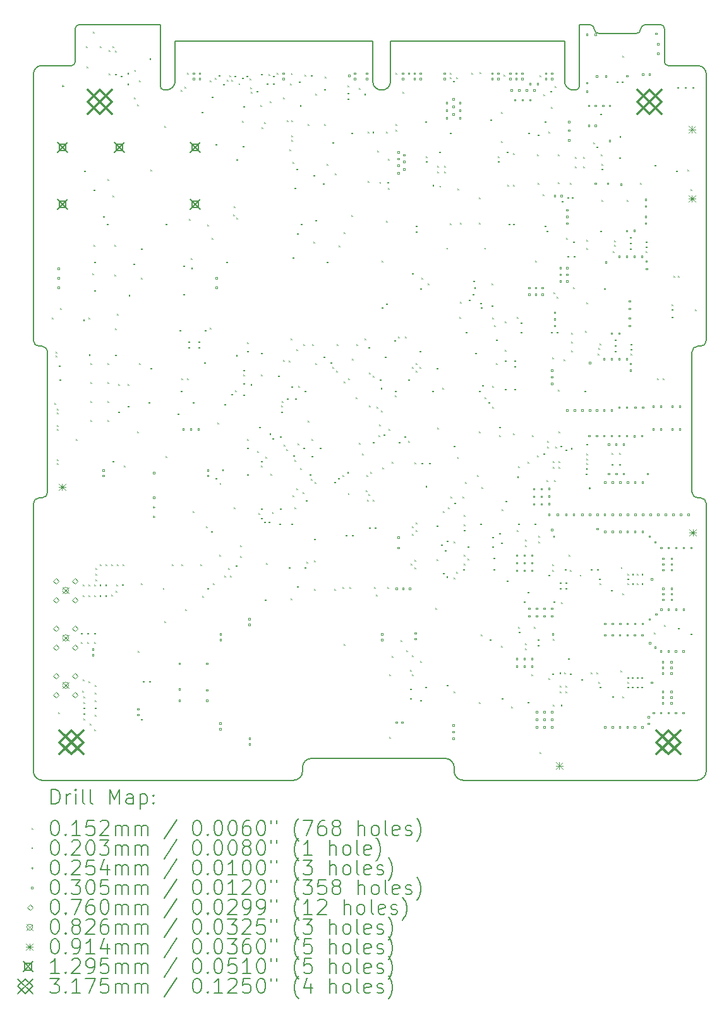
<source format=gbr>
%TF.GenerationSoftware,KiCad,Pcbnew,7.0.1*%
%TF.CreationDate,2023-06-16T15:13:18-04:00*%
%TF.ProjectId,mainboard_pcbway,6d61696e-626f-4617-9264-5f7063627761,C*%
%TF.SameCoordinates,Original*%
%TF.FileFunction,Drillmap*%
%TF.FilePolarity,Positive*%
%FSLAX45Y45*%
G04 Gerber Fmt 4.5, Leading zero omitted, Abs format (unit mm)*
G04 Created by KiCad (PCBNEW 7.0.1) date 2023-06-16 15:13:18*
%MOMM*%
%LPD*%
G01*
G04 APERTURE LIST*
%ADD10C,0.127000*%
%ADD11C,0.200000*%
%ADD12C,0.015240*%
%ADD13C,0.020320*%
%ADD14C,0.025400*%
%ADD15C,0.030480*%
%ADD16C,0.076000*%
%ADD17C,0.082600*%
%ADD18C,0.091440*%
%ADD19C,0.129540*%
%ADD20C,0.317500*%
G04 APERTURE END LIST*
D10*
X13586460Y-5674360D02*
X13985240Y-5674360D01*
X5194300Y-11460480D02*
G75*
G03*
X5270500Y-11384280I0J76200D01*
G01*
X14097000Y-9354820D02*
X14097000Y-5786120D01*
X10718800Y-15067280D02*
G75*
G03*
X10599420Y-14947900I-119380J0D01*
G01*
X9626600Y-5880100D02*
X9626600Y-5344160D01*
X12400280Y-5125720D02*
X12534900Y-5125720D01*
X13538200Y-5626100D02*
G75*
G03*
X13586460Y-5674360I48260J0D01*
G01*
X9867900Y-5344160D02*
X12198350Y-5344160D01*
X12595859Y-5184140D02*
G75*
G03*
X12659360Y-5245100I61011J0D01*
G01*
X6779260Y-5938520D02*
X6779260Y-5125720D01*
X9867900Y-5880100D02*
X9867900Y-5344160D01*
X5588000Y-5674360D02*
G75*
G03*
X5638800Y-5628640I2540J48260D01*
G01*
X5189220Y-5674360D02*
G75*
G03*
X5080000Y-5786120I1270J-110490D01*
G01*
X12198350Y-5880100D02*
X12198350Y-5344160D01*
X5697220Y-5125720D02*
G75*
G03*
X5638800Y-5184140I0J-58420D01*
G01*
X8686800Y-15120620D02*
X8686800Y-15067280D01*
X5156200Y-11460480D02*
G75*
G03*
X5080000Y-11536680I0J-76200D01*
G01*
X5080000Y-15113000D02*
G75*
G03*
X5191760Y-15240000I119380J-7620D01*
G01*
X13281660Y-5125727D02*
G75*
G03*
X13218160Y-5186680I-10J-63543D01*
G01*
X5080000Y-15113000D02*
X5080000Y-11536680D01*
X5191760Y-15240000D02*
X8567420Y-15240000D01*
X13538200Y-5181600D02*
G75*
G03*
X13482320Y-5125720I-55880J0D01*
G01*
X5270500Y-9507220D02*
G75*
G03*
X5194300Y-9431020I-76200J0D01*
G01*
X13281660Y-5125720D02*
X13482320Y-5125720D01*
X12400280Y-5943600D02*
X12400280Y-5125720D01*
X14097000Y-11536680D02*
G75*
G03*
X14020800Y-11460480I-76200J0D01*
G01*
X8567420Y-15240000D02*
G75*
G03*
X8686800Y-15120620I0J119380D01*
G01*
X5080000Y-9354820D02*
G75*
G03*
X5156200Y-9431020I76200J0D01*
G01*
X12595860Y-5184140D02*
G75*
G03*
X12534900Y-5125720I-59690J-1270D01*
G01*
X13157200Y-5245100D02*
G75*
G03*
X13218160Y-5186680I1270J59690D01*
G01*
X6979920Y-5344160D02*
X9626600Y-5344160D01*
X12659360Y-5245100D02*
X13157200Y-5245100D01*
X14097000Y-5786120D02*
G75*
G03*
X13985240Y-5674360I-111760J0D01*
G01*
X6979920Y-5875020D02*
X6979920Y-5344160D01*
X12319000Y-6002020D02*
X12339320Y-6002020D01*
X6779261Y-5938520D02*
G75*
G03*
X6835140Y-6002020I59679J-3820D01*
G01*
X9626600Y-5880100D02*
G75*
G03*
X9867900Y-5880100I120650J0D01*
G01*
X10718800Y-15120620D02*
X10718800Y-15067280D01*
X5697220Y-5125720D02*
X6779260Y-5125720D01*
X6835140Y-6002020D02*
X6858000Y-6002020D01*
X13906500Y-11384280D02*
X13906500Y-9507220D01*
X10718800Y-15120620D02*
G75*
G03*
X10838180Y-15240000I119380J0D01*
G01*
X12198350Y-5880100D02*
G75*
G03*
X12319000Y-6002020I121280J-640D01*
G01*
X12339320Y-6002019D02*
G75*
G03*
X12400280Y-5943600I1280J59680D01*
G01*
X13906500Y-11384280D02*
G75*
G03*
X13982700Y-11460480I76200J0D01*
G01*
X6858000Y-6002020D02*
G75*
G03*
X6979920Y-5875020I-2540J124460D01*
G01*
X8806180Y-14947900D02*
X10599420Y-14947900D01*
X5156200Y-11460480D02*
X5194300Y-11460480D01*
X10838180Y-15240000D02*
X13977620Y-15240000D01*
X5270500Y-11384280D02*
X5270500Y-9507220D01*
X5156200Y-9431020D02*
X5194300Y-9431020D01*
X5080000Y-9354820D02*
X5080000Y-5786120D01*
X5638800Y-5628640D02*
X5638800Y-5184140D01*
X13538200Y-5626100D02*
X13538200Y-5181600D01*
X5189220Y-5674360D02*
X5588000Y-5674360D01*
X14097000Y-15113000D02*
X14097000Y-11536680D01*
X8806180Y-14947900D02*
G75*
G03*
X8686800Y-15067280I0J-119380D01*
G01*
X13982700Y-11460480D02*
X14020800Y-11460480D01*
X13977620Y-15240000D02*
G75*
G03*
X14097000Y-15113000I-3810J123190D01*
G01*
X14020800Y-9431020D02*
G75*
G03*
X14097000Y-9354820I0J76200D01*
G01*
X13982700Y-9431020D02*
G75*
G03*
X13906500Y-9507220I0J-76200D01*
G01*
X13982700Y-9431020D02*
X14020800Y-9431020D01*
D11*
D12*
X5326380Y-9047480D02*
X5341620Y-9062720D01*
X5341620Y-9047480D02*
X5326380Y-9062720D01*
X5364480Y-10190480D02*
X5379720Y-10205720D01*
X5379720Y-10190480D02*
X5364480Y-10205720D01*
X5377180Y-9506980D02*
X5392420Y-9522220D01*
X5392420Y-9506980D02*
X5377180Y-9522220D01*
X5377180Y-9557780D02*
X5392420Y-9573020D01*
X5392420Y-9557780D02*
X5377180Y-9573020D01*
X5394880Y-10268980D02*
X5410120Y-10284220D01*
X5410120Y-10268980D02*
X5394880Y-10284220D01*
X5394880Y-10319780D02*
X5410120Y-10335020D01*
X5410120Y-10319780D02*
X5394880Y-10335020D01*
X5394880Y-10488980D02*
X5410120Y-10504220D01*
X5410120Y-10488980D02*
X5394880Y-10504220D01*
X5394880Y-10539780D02*
X5410120Y-10555020D01*
X5410120Y-10539780D02*
X5394880Y-10555020D01*
X5394880Y-10942080D02*
X5410120Y-10957320D01*
X5410120Y-10942080D02*
X5394880Y-10957320D01*
X5394880Y-10992880D02*
X5410120Y-11008120D01*
X5410120Y-10992880D02*
X5394880Y-11008120D01*
X5415280Y-14330680D02*
X5430520Y-14345920D01*
X5430520Y-14330680D02*
X5415280Y-14345920D01*
X5418380Y-9685580D02*
X5433620Y-9700820D01*
X5433620Y-9685580D02*
X5418380Y-9700820D01*
X5427980Y-9872980D02*
X5443220Y-9888220D01*
X5443220Y-9872980D02*
X5427980Y-9888220D01*
X5440680Y-8920480D02*
X5455920Y-8935720D01*
X5455920Y-8920480D02*
X5440680Y-8935720D01*
X5645905Y-10674730D02*
X5661145Y-10689970D01*
X5661145Y-10674730D02*
X5645905Y-10689970D01*
X5717380Y-13267380D02*
X5732620Y-13282620D01*
X5732620Y-13267380D02*
X5717380Y-13282620D01*
X5717380Y-13392380D02*
X5732620Y-13407620D01*
X5732620Y-13392380D02*
X5717380Y-13407620D01*
X5732380Y-14042380D02*
X5747620Y-14057620D01*
X5747620Y-14042380D02*
X5732380Y-14057620D01*
X5742380Y-12617380D02*
X5757620Y-12632620D01*
X5757620Y-12617380D02*
X5742380Y-12632620D01*
X5742380Y-12767380D02*
X5757620Y-12782620D01*
X5757620Y-12767380D02*
X5742380Y-12782620D01*
X5742380Y-13892380D02*
X5757620Y-13907620D01*
X5757620Y-13892380D02*
X5742380Y-13907620D01*
X5746780Y-9074180D02*
X5762020Y-9089420D01*
X5762020Y-9074180D02*
X5746780Y-9089420D01*
X5752380Y-14117380D02*
X5767620Y-14132620D01*
X5767620Y-14117380D02*
X5752380Y-14132620D01*
X5752380Y-14192380D02*
X5767620Y-14207620D01*
X5767620Y-14192380D02*
X5752380Y-14207620D01*
X5752380Y-14267380D02*
X5767620Y-14282620D01*
X5767620Y-14267380D02*
X5752380Y-14282620D01*
X5752380Y-14342380D02*
X5767620Y-14357620D01*
X5767620Y-14342380D02*
X5752380Y-14357620D01*
X5752380Y-14417380D02*
X5767620Y-14432620D01*
X5767620Y-14417380D02*
X5752380Y-14432620D01*
X5758180Y-7078980D02*
X5773420Y-7094220D01*
X5773420Y-7078980D02*
X5758180Y-7094220D01*
X5783580Y-5415280D02*
X5798820Y-5430520D01*
X5798820Y-5415280D02*
X5783580Y-5430520D01*
X5790180Y-5688580D02*
X5805420Y-5703820D01*
X5805420Y-5688580D02*
X5790180Y-5703820D01*
X5802380Y-13267380D02*
X5817620Y-13282620D01*
X5817620Y-13267380D02*
X5802380Y-13282620D01*
X5802380Y-13392380D02*
X5817620Y-13407620D01*
X5817620Y-13392380D02*
X5802380Y-13407620D01*
X5817380Y-12617380D02*
X5832620Y-12632620D01*
X5832620Y-12617380D02*
X5817380Y-12632620D01*
X5817380Y-12767380D02*
X5832620Y-12782620D01*
X5832620Y-12767380D02*
X5817380Y-12782620D01*
X5817380Y-13917380D02*
X5832620Y-13932620D01*
X5832620Y-13917380D02*
X5817380Y-13932620D01*
X5821680Y-9047480D02*
X5836920Y-9062720D01*
X5836920Y-9047480D02*
X5821680Y-9062720D01*
X5823180Y-9541280D02*
X5838420Y-9556520D01*
X5838420Y-9541280D02*
X5823180Y-9556520D01*
X5834380Y-14483080D02*
X5849620Y-14498320D01*
X5849620Y-14483080D02*
X5834380Y-14498320D01*
X5847080Y-9657080D02*
X5862320Y-9672320D01*
X5862320Y-9657080D02*
X5847080Y-9672320D01*
X5847080Y-9911080D02*
X5862320Y-9926320D01*
X5862320Y-9911080D02*
X5847080Y-9926320D01*
X5847080Y-10165080D02*
X5862320Y-10180320D01*
X5862320Y-10165080D02*
X5847080Y-10180320D01*
X5847080Y-10419080D02*
X5862320Y-10434320D01*
X5862320Y-10419080D02*
X5847080Y-10434320D01*
X5872480Y-8453380D02*
X5887720Y-8468620D01*
X5887720Y-8453380D02*
X5872480Y-8468620D01*
X5880790Y-5220390D02*
X5896030Y-5235630D01*
X5896030Y-5220390D02*
X5880790Y-5235630D01*
X5883680Y-7332980D02*
X5898920Y-7348220D01*
X5898920Y-7332980D02*
X5883680Y-7348220D01*
X5887980Y-8072380D02*
X5903220Y-8087620D01*
X5903220Y-8072380D02*
X5887980Y-8087620D01*
X5892380Y-12617380D02*
X5907620Y-12632620D01*
X5907620Y-12617380D02*
X5892380Y-12632620D01*
X5892380Y-12767380D02*
X5907620Y-12782620D01*
X5907620Y-12767380D02*
X5892380Y-12782620D01*
X5892380Y-13267380D02*
X5907620Y-13282620D01*
X5907620Y-13267380D02*
X5892380Y-13282620D01*
X5892380Y-13392380D02*
X5907620Y-13407620D01*
X5907620Y-13392380D02*
X5892380Y-13407620D01*
X5897880Y-8298180D02*
X5913120Y-8313420D01*
X5913120Y-8298180D02*
X5897880Y-8313420D01*
X5897880Y-8679180D02*
X5913120Y-8694420D01*
X5913120Y-8679180D02*
X5897880Y-8694420D01*
X5897880Y-14559280D02*
X5913120Y-14574520D01*
X5913120Y-14559280D02*
X5897880Y-14574520D01*
X5902380Y-13967380D02*
X5917620Y-13982620D01*
X5917620Y-13967380D02*
X5902380Y-13982620D01*
X5902380Y-14067380D02*
X5917620Y-14082620D01*
X5917620Y-14067380D02*
X5902380Y-14082620D01*
X5902380Y-14167380D02*
X5917620Y-14182620D01*
X5917620Y-14167380D02*
X5902380Y-14182620D01*
X5902380Y-14267380D02*
X5917620Y-14282620D01*
X5917620Y-14267380D02*
X5902380Y-14282620D01*
X5902380Y-14367380D02*
X5917620Y-14382620D01*
X5917620Y-14367380D02*
X5902380Y-14382620D01*
X5910580Y-12400280D02*
X5925820Y-12415520D01*
X5925820Y-12400280D02*
X5910580Y-12415520D01*
X5910580Y-12476480D02*
X5925820Y-12491720D01*
X5925820Y-12476480D02*
X5910580Y-12491720D01*
X5910580Y-12552680D02*
X5925820Y-12567920D01*
X5925820Y-12552680D02*
X5910580Y-12567920D01*
X5967380Y-12617380D02*
X5982620Y-12632620D01*
X5982620Y-12617380D02*
X5967380Y-12632620D01*
X5967380Y-12767380D02*
X5982620Y-12782620D01*
X5982620Y-12767380D02*
X5967380Y-12782620D01*
X5974080Y-5415280D02*
X5989320Y-5430520D01*
X5989320Y-5415280D02*
X5974080Y-5430520D01*
X5974080Y-12349480D02*
X5989320Y-12364720D01*
X5989320Y-12349480D02*
X5974080Y-12364720D01*
X6013680Y-7688580D02*
X6028920Y-7703820D01*
X6028920Y-7688580D02*
X6013680Y-7703820D01*
X6042380Y-12617380D02*
X6057620Y-12632620D01*
X6057620Y-12617380D02*
X6042380Y-12632620D01*
X6042380Y-12767380D02*
X6057620Y-12782620D01*
X6057620Y-12767380D02*
X6042380Y-12782620D01*
X6050280Y-12349480D02*
X6065520Y-12364720D01*
X6065520Y-12349480D02*
X6050280Y-12364720D01*
X6062980Y-7790180D02*
X6078220Y-7805420D01*
X6078220Y-7790180D02*
X6062980Y-7805420D01*
X6075680Y-7193280D02*
X6090920Y-7208520D01*
X6090920Y-7193280D02*
X6075680Y-7208520D01*
X6075680Y-9657080D02*
X6090920Y-9672320D01*
X6090920Y-9657080D02*
X6075680Y-9672320D01*
X6075680Y-9911080D02*
X6090920Y-9926320D01*
X6090920Y-9911080D02*
X6075680Y-9926320D01*
X6075680Y-10165080D02*
X6090920Y-10180320D01*
X6090920Y-10165080D02*
X6075680Y-10180320D01*
X6075680Y-10419080D02*
X6090920Y-10434320D01*
X6090920Y-10419080D02*
X6075680Y-10434320D01*
X6088380Y-5466080D02*
X6103620Y-5481320D01*
X6103620Y-5466080D02*
X6088380Y-5481320D01*
X6090669Y-5781190D02*
X6105909Y-5796430D01*
X6105909Y-5781190D02*
X6090669Y-5796430D01*
X6122380Y-12752380D02*
X6137620Y-12767620D01*
X6137620Y-12752380D02*
X6122380Y-12767620D01*
X6126480Y-12349480D02*
X6141720Y-12364720D01*
X6141720Y-12349480D02*
X6126480Y-12364720D01*
X6137340Y-5411600D02*
X6152580Y-5426840D01*
X6152580Y-5411600D02*
X6137340Y-5426840D01*
X6139180Y-7415780D02*
X6154420Y-7431020D01*
X6154420Y-7415780D02*
X6139180Y-7431020D01*
X6139180Y-10965180D02*
X6154420Y-10980420D01*
X6154420Y-10965180D02*
X6139180Y-10980420D01*
X6164580Y-8076180D02*
X6179820Y-8091420D01*
X6179820Y-8076180D02*
X6164580Y-8091420D01*
X6164580Y-8469880D02*
X6179820Y-8485120D01*
X6179820Y-8469880D02*
X6164580Y-8485120D01*
X6174460Y-5471210D02*
X6189700Y-5486450D01*
X6189700Y-5471210D02*
X6174460Y-5486450D01*
X6174690Y-9187980D02*
X6189930Y-9203220D01*
X6189930Y-9187980D02*
X6174690Y-9203220D01*
X6174740Y-9542780D02*
X6189980Y-9558020D01*
X6189980Y-9542780D02*
X6174740Y-9558020D01*
X6177280Y-5783580D02*
X6192520Y-5798820D01*
X6192520Y-5783580D02*
X6177280Y-5798820D01*
X6182380Y-12702380D02*
X6197620Y-12717620D01*
X6197620Y-12702380D02*
X6182380Y-12717620D01*
X6192380Y-12617380D02*
X6207620Y-12632620D01*
X6207620Y-12617380D02*
X6192380Y-12632620D01*
X6202680Y-8996680D02*
X6217920Y-9011920D01*
X6217920Y-8996680D02*
X6202680Y-9011920D01*
X6202680Y-12349480D02*
X6217920Y-12364720D01*
X6217920Y-12349480D02*
X6202680Y-12364720D01*
X6215380Y-9936480D02*
X6230620Y-9951720D01*
X6230620Y-9936480D02*
X6215380Y-9951720D01*
X6215380Y-10304780D02*
X6230620Y-10320020D01*
X6230620Y-10304780D02*
X6215380Y-10320020D01*
X6253480Y-5808980D02*
X6268720Y-5824220D01*
X6268720Y-5808980D02*
X6253480Y-5824220D01*
X6266180Y-12616180D02*
X6281420Y-12631420D01*
X6281420Y-12616180D02*
X6266180Y-12631420D01*
X6278880Y-12349480D02*
X6294120Y-12364720D01*
X6294120Y-12349480D02*
X6278880Y-12364720D01*
X6291580Y-11028680D02*
X6306820Y-11043920D01*
X6306820Y-11028680D02*
X6291580Y-11043920D01*
X6338645Y-5911524D02*
X6353885Y-5926764D01*
X6353885Y-5911524D02*
X6338645Y-5926764D01*
X6339106Y-5769423D02*
X6354346Y-5784663D01*
X6354346Y-5769423D02*
X6339106Y-5784663D01*
X6342380Y-9936480D02*
X6357620Y-9951720D01*
X6357620Y-9936480D02*
X6342380Y-9951720D01*
X6342380Y-10228580D02*
X6357620Y-10243820D01*
X6357620Y-10228580D02*
X6342380Y-10243820D01*
X6356580Y-8742680D02*
X6371820Y-8757920D01*
X6371820Y-8742680D02*
X6356580Y-8757920D01*
X6418580Y-8323580D02*
X6433820Y-8338820D01*
X6433820Y-8323580D02*
X6418580Y-8338820D01*
X6431280Y-6101080D02*
X6446520Y-6116320D01*
X6446520Y-6101080D02*
X6431280Y-6116320D01*
X6432022Y-5732858D02*
X6447262Y-5748098D01*
X6447262Y-5732858D02*
X6432022Y-5748098D01*
X6469380Y-10571480D02*
X6484620Y-10586720D01*
X6484620Y-10571480D02*
X6469380Y-10586720D01*
X6471970Y-6194080D02*
X6487210Y-6209320D01*
X6487210Y-6194080D02*
X6471970Y-6209320D01*
X6477280Y-13509980D02*
X6492520Y-13525220D01*
X6492520Y-13509980D02*
X6477280Y-13525220D01*
X6494780Y-9657080D02*
X6510020Y-9672320D01*
X6510020Y-9657080D02*
X6494780Y-9672320D01*
X6497370Y-5870778D02*
X6512610Y-5886018D01*
X6512610Y-5870778D02*
X6497370Y-5886018D01*
X6520180Y-8120380D02*
X6535420Y-8135620D01*
X6535420Y-8120380D02*
X6520180Y-8135620D01*
X6520180Y-8514080D02*
X6535420Y-8529320D01*
X6535420Y-8514080D02*
X6520180Y-8529320D01*
X6520180Y-12603480D02*
X6535420Y-12618720D01*
X6535420Y-12603480D02*
X6520180Y-12618720D01*
X6520180Y-14419580D02*
X6535420Y-14434820D01*
X6535420Y-14419580D02*
X6520180Y-14434820D01*
X6545580Y-13911580D02*
X6560820Y-13926820D01*
X6560820Y-13911580D02*
X6545580Y-13926820D01*
X6621780Y-10177780D02*
X6637020Y-10193020D01*
X6637020Y-10177780D02*
X6621780Y-10193020D01*
X6634480Y-13911580D02*
X6649720Y-13926820D01*
X6649720Y-13911580D02*
X6634480Y-13926820D01*
X6635740Y-5577681D02*
X6650980Y-5592921D01*
X6650980Y-5577681D02*
X6635740Y-5592921D01*
X6647180Y-7066280D02*
X6662420Y-7081520D01*
X6662420Y-7066280D02*
X6647180Y-7081520D01*
X6647180Y-9720580D02*
X6662420Y-9735820D01*
X6662420Y-9720580D02*
X6647180Y-9735820D01*
X6813380Y-12666980D02*
X6828620Y-12682220D01*
X6828620Y-12666980D02*
X6813380Y-12682220D01*
X6837680Y-6482080D02*
X6852920Y-6497320D01*
X6852920Y-6482080D02*
X6837680Y-6497320D01*
X6837680Y-13111480D02*
X6852920Y-13126720D01*
X6852920Y-13111480D02*
X6837680Y-13126720D01*
X6850380Y-7790180D02*
X6865620Y-7805420D01*
X6865620Y-7790180D02*
X6850380Y-7805420D01*
X6850380Y-10901680D02*
X6865620Y-10916920D01*
X6865620Y-10901680D02*
X6850380Y-10916920D01*
X6939280Y-12349480D02*
X6954520Y-12364720D01*
X6954520Y-12349480D02*
X6939280Y-12364720D01*
X7015480Y-10330180D02*
X7030720Y-10345420D01*
X7030720Y-10330180D02*
X7015480Y-10345420D01*
X7040880Y-9212580D02*
X7056120Y-9227820D01*
X7056120Y-9212580D02*
X7040880Y-9227820D01*
X7053580Y-5997806D02*
X7068820Y-6013046D01*
X7068820Y-5997806D02*
X7053580Y-6013046D01*
X7053580Y-10025380D02*
X7068820Y-10040620D01*
X7068820Y-10025380D02*
X7053580Y-10040620D01*
X7066280Y-9860280D02*
X7081520Y-9875520D01*
X7081520Y-9860280D02*
X7066280Y-9875520D01*
X7066280Y-12350918D02*
X7081520Y-12366158D01*
X7081520Y-12350918D02*
X7066280Y-12366158D01*
X7091680Y-8729980D02*
X7106920Y-8745220D01*
X7106920Y-8729980D02*
X7091680Y-8745220D01*
X7091680Y-8348980D02*
X7106920Y-8364220D01*
X7106920Y-8348980D02*
X7091680Y-8364220D01*
X7105343Y-5954303D02*
X7120583Y-5969543D01*
X7120583Y-5954303D02*
X7105343Y-5969543D01*
X7117080Y-12947880D02*
X7132320Y-12963120D01*
X7132320Y-12947880D02*
X7117080Y-12963120D01*
X7140761Y-5770880D02*
X7156001Y-5786120D01*
X7156001Y-5770880D02*
X7140761Y-5786120D01*
X7142480Y-9860280D02*
X7157720Y-9875520D01*
X7157720Y-9860280D02*
X7142480Y-9875520D01*
X7155180Y-9364980D02*
X7170420Y-9380220D01*
X7170420Y-9364980D02*
X7155180Y-9380220D01*
X7155180Y-9441180D02*
X7170420Y-9456420D01*
X7170420Y-9441180D02*
X7155180Y-9456420D01*
X7167880Y-7726680D02*
X7183120Y-7741920D01*
X7183120Y-7726680D02*
X7167880Y-7741920D01*
X7193280Y-8251460D02*
X7208520Y-8266700D01*
X7208520Y-8251460D02*
X7193280Y-8266700D01*
X7193580Y-8380480D02*
X7208820Y-8395720D01*
X7208820Y-8380480D02*
X7193580Y-8395720D01*
X7218680Y-10177780D02*
X7233920Y-10193020D01*
X7233920Y-10177780D02*
X7218680Y-10193020D01*
X7218680Y-11638280D02*
X7233920Y-11653520D01*
X7233920Y-11638280D02*
X7218680Y-11653520D01*
X7294880Y-9364980D02*
X7310120Y-9380220D01*
X7310120Y-9364980D02*
X7294880Y-9380220D01*
X7294880Y-9441180D02*
X7310120Y-9456420D01*
X7310120Y-9441180D02*
X7294880Y-9456420D01*
X7320280Y-12350918D02*
X7335520Y-12366158D01*
X7335520Y-12350918D02*
X7320280Y-12366158D01*
X7332980Y-6291580D02*
X7348220Y-6306820D01*
X7348220Y-6291580D02*
X7332980Y-6306820D01*
X7345680Y-12770080D02*
X7360920Y-12785320D01*
X7360920Y-12770080D02*
X7345680Y-12785320D01*
X7371080Y-9644380D02*
X7386320Y-9659620D01*
X7386320Y-9644380D02*
X7371080Y-9659620D01*
X7373670Y-9212580D02*
X7388910Y-9227820D01*
X7388910Y-9212580D02*
X7373670Y-9227820D01*
X7396480Y-11841480D02*
X7411720Y-11856720D01*
X7411720Y-11841480D02*
X7396480Y-11856720D01*
X7409180Y-7802880D02*
X7424420Y-7818120D01*
X7424420Y-7802880D02*
X7409180Y-7818120D01*
X7409180Y-12666980D02*
X7424420Y-12682220D01*
X7424420Y-12666980D02*
X7409180Y-12682220D01*
X7440930Y-9180830D02*
X7456170Y-9196070D01*
X7456170Y-9180830D02*
X7440930Y-9196070D01*
X7447280Y-5872480D02*
X7462520Y-5887720D01*
X7462520Y-5872480D02*
X7447280Y-5887720D01*
X7459980Y-11904980D02*
X7475220Y-11920220D01*
X7475220Y-11904980D02*
X7459980Y-11920220D01*
X7472680Y-6088380D02*
X7487920Y-6103620D01*
X7487920Y-6088380D02*
X7472680Y-6103620D01*
X7472680Y-7980680D02*
X7487920Y-7995920D01*
X7487920Y-7980680D02*
X7472680Y-7995920D01*
X7485380Y-12603480D02*
X7500620Y-12618720D01*
X7500620Y-12603480D02*
X7485380Y-12618720D01*
X7508971Y-5840393D02*
X7524211Y-5855633D01*
X7524211Y-5840393D02*
X7508971Y-5855633D01*
X7523480Y-6723380D02*
X7538720Y-6738620D01*
X7538720Y-6723380D02*
X7523480Y-6738620D01*
X7523480Y-11193780D02*
X7538720Y-11209020D01*
X7538720Y-11193780D02*
X7523480Y-11209020D01*
X7548880Y-10451262D02*
X7564120Y-10466502D01*
X7564120Y-10451262D02*
X7548880Y-10466502D01*
X7561565Y-5800720D02*
X7576805Y-5815960D01*
X7576805Y-5800720D02*
X7561565Y-5815960D01*
X7574280Y-12222480D02*
X7589520Y-12237720D01*
X7589520Y-12222480D02*
X7574280Y-12237720D01*
X7575755Y-11260458D02*
X7590995Y-11275698D01*
X7590995Y-11260458D02*
X7575755Y-11275698D01*
X7609890Y-11076890D02*
X7625130Y-11092130D01*
X7625130Y-11076890D02*
X7609890Y-11092130D01*
X7620761Y-5918961D02*
X7636001Y-5934201D01*
X7636001Y-5918961D02*
X7620761Y-5934201D01*
X7637780Y-10203180D02*
X7653020Y-10218420D01*
X7653020Y-10203180D02*
X7637780Y-10218420D01*
X7637780Y-12501880D02*
X7653020Y-12517120D01*
X7653020Y-12501880D02*
X7637780Y-12517120D01*
X7663180Y-8298180D02*
X7678420Y-8313420D01*
X7678420Y-8298180D02*
X7663180Y-8313420D01*
X7671641Y-5863573D02*
X7686881Y-5878813D01*
X7686881Y-5863573D02*
X7671641Y-5878813D01*
X7688580Y-12400280D02*
X7703820Y-12415520D01*
X7703820Y-12400280D02*
X7688580Y-12415520D01*
X7709876Y-5807130D02*
X7725116Y-5822370D01*
X7725116Y-5807130D02*
X7709876Y-5822370D01*
X7713980Y-12501880D02*
X7729220Y-12517120D01*
X7729220Y-12501880D02*
X7713980Y-12517120D01*
X7732551Y-5863662D02*
X7747791Y-5878902D01*
X7747791Y-5863662D02*
X7732551Y-5878902D01*
X7734895Y-10067965D02*
X7750135Y-10083205D01*
X7750135Y-10067965D02*
X7734895Y-10083205D01*
X7754131Y-7665231D02*
X7769371Y-7680471D01*
X7769371Y-7665231D02*
X7754131Y-7680471D01*
X7764780Y-11587480D02*
X7780020Y-11602720D01*
X7780020Y-11587480D02*
X7764780Y-11602720D01*
X7764781Y-7554491D02*
X7780021Y-7569731D01*
X7780021Y-7554491D02*
X7764781Y-7569731D01*
X7776991Y-5808980D02*
X7792231Y-5824220D01*
X7792231Y-5808980D02*
X7776991Y-5824220D01*
X7781592Y-10021268D02*
X7796832Y-10036508D01*
X7796832Y-10021268D02*
X7781592Y-10036508D01*
X7790180Y-12362180D02*
X7805420Y-12377420D01*
X7805420Y-12362180D02*
X7790180Y-12377420D01*
X7795310Y-9545370D02*
X7810550Y-9560610D01*
X7810550Y-9545370D02*
X7795310Y-9560610D01*
X7800829Y-7711929D02*
X7816069Y-7727169D01*
X7816069Y-7711929D02*
X7800829Y-7727169D01*
X7802880Y-6926580D02*
X7818120Y-6941820D01*
X7818120Y-6926580D02*
X7802880Y-6941820D01*
X7828971Y-5910580D02*
X7844211Y-5925820D01*
X7844211Y-5910580D02*
X7828971Y-5925820D01*
X7853680Y-12095480D02*
X7868920Y-12110720D01*
X7868920Y-12095480D02*
X7853680Y-12110720D01*
X7853680Y-12237770D02*
X7868920Y-12253010D01*
X7868920Y-12237770D02*
X7853680Y-12253010D01*
X7876280Y-6415780D02*
X7891520Y-6431020D01*
X7891520Y-6415780D02*
X7876280Y-6431020D01*
X7877181Y-5834380D02*
X7892421Y-5849620D01*
X7892421Y-5834380D02*
X7877181Y-5849620D01*
X7885380Y-6748780D02*
X7900620Y-6764020D01*
X7900620Y-6748780D02*
X7885380Y-6764020D01*
X7891780Y-6215380D02*
X7907020Y-6230620D01*
X7907020Y-6215380D02*
X7891780Y-6230620D01*
X7891780Y-9745980D02*
X7907020Y-9761220D01*
X7907020Y-9745980D02*
X7891780Y-9761220D01*
X7891780Y-9809480D02*
X7907020Y-9824720D01*
X7907020Y-9809480D02*
X7891780Y-9824720D01*
X7891780Y-10076180D02*
X7907020Y-10091420D01*
X7907020Y-10076180D02*
X7891780Y-10091420D01*
X7894370Y-9923780D02*
X7909610Y-9939020D01*
X7909610Y-9923780D02*
X7894370Y-9939020D01*
X7932050Y-5807934D02*
X7947290Y-5823174D01*
X7947290Y-5807934D02*
X7932050Y-5823174D01*
X7942580Y-9377680D02*
X7957820Y-9392920D01*
X7957820Y-9377680D02*
X7942580Y-9392920D01*
X7942580Y-9491980D02*
X7957820Y-9507220D01*
X7957820Y-9491980D02*
X7942580Y-9507220D01*
X7942580Y-10673080D02*
X7957820Y-10688320D01*
X7957820Y-10673080D02*
X7942580Y-10688320D01*
X7942580Y-10787380D02*
X7957820Y-10802620D01*
X7957820Y-10787380D02*
X7942580Y-10802620D01*
X7942580Y-11142980D02*
X7957820Y-11158220D01*
X7957820Y-11142980D02*
X7942580Y-11158220D01*
X7980680Y-5847080D02*
X7995920Y-5862320D01*
X7995920Y-5847080D02*
X7980680Y-5862320D01*
X7982764Y-5963464D02*
X7998004Y-5978704D01*
X7998004Y-5963464D02*
X7982764Y-5978704D01*
X7991032Y-9936480D02*
X8006272Y-9951720D01*
X8006272Y-9936480D02*
X7991032Y-9951720D01*
X7993380Y-6024880D02*
X8008620Y-6040120D01*
X8008620Y-6024880D02*
X7993380Y-6040120D01*
X8072249Y-6012230D02*
X8087489Y-6027470D01*
X8087489Y-6012230D02*
X8072249Y-6027470D01*
X8082280Y-10835590D02*
X8097520Y-10850830D01*
X8097520Y-10835590D02*
X8082280Y-10850830D01*
X8094980Y-11663680D02*
X8110220Y-11678920D01*
X8110220Y-11663680D02*
X8094980Y-11678920D01*
X8107887Y-10507841D02*
X8123127Y-10523081D01*
X8123127Y-10507841D02*
X8107887Y-10523081D01*
X8120380Y-6202680D02*
X8135620Y-6217920D01*
X8135620Y-6202680D02*
X8120380Y-6217920D01*
X8130490Y-11028680D02*
X8145730Y-11043920D01*
X8145730Y-11028680D02*
X8130490Y-11043920D01*
X8132551Y-5783580D02*
X8147791Y-5798820D01*
X8147791Y-5783580D02*
X8132551Y-5798820D01*
X8133080Y-9517380D02*
X8148320Y-9532620D01*
X8148320Y-9517380D02*
X8133080Y-9532620D01*
X8133080Y-9809480D02*
X8148320Y-9824720D01*
X8148320Y-9809480D02*
X8133080Y-9824720D01*
X8133080Y-10965180D02*
X8148320Y-10980420D01*
X8148320Y-10965180D02*
X8133080Y-10980420D01*
X8133080Y-11600180D02*
X8148320Y-11615420D01*
X8148320Y-11600180D02*
X8133080Y-11615420D01*
X8133080Y-11727180D02*
X8148320Y-11742420D01*
X8148320Y-11727180D02*
X8133080Y-11742420D01*
X8140180Y-6500380D02*
X8155420Y-6515620D01*
X8155420Y-6500380D02*
X8140180Y-6515620D01*
X8171180Y-6431280D02*
X8186420Y-6446520D01*
X8186420Y-6431280D02*
X8171180Y-6446520D01*
X8171180Y-11777980D02*
X8186420Y-11793220D01*
X8186420Y-11777980D02*
X8171180Y-11793220D01*
X8183880Y-12819380D02*
X8199120Y-12834620D01*
X8199120Y-12819380D02*
X8183880Y-12834620D01*
X8188850Y-10906650D02*
X8204090Y-10921890D01*
X8204090Y-10906650D02*
X8188850Y-10921890D01*
X8196580Y-12334190D02*
X8211820Y-12349430D01*
X8211820Y-12334190D02*
X8196580Y-12349430D01*
X8209280Y-5910580D02*
X8224520Y-5925820D01*
X8224520Y-5910580D02*
X8209280Y-5925820D01*
X8232946Y-5785844D02*
X8248186Y-5801084D01*
X8248186Y-5785844D02*
X8232946Y-5801084D01*
X8234680Y-11777980D02*
X8249920Y-11793220D01*
X8249920Y-11777980D02*
X8234680Y-11793220D01*
X8244790Y-10596880D02*
X8260030Y-10612120D01*
X8260030Y-10596880D02*
X8244790Y-10612120D01*
X8247380Y-6151880D02*
X8262620Y-6167120D01*
X8262620Y-6151880D02*
X8247380Y-6167120D01*
X8258330Y-11135410D02*
X8273570Y-11150650D01*
X8273570Y-11135410D02*
X8258330Y-11150650D01*
X8277810Y-11650980D02*
X8293050Y-11666220D01*
X8293050Y-11650980D02*
X8277810Y-11666220D01*
X8285480Y-10660380D02*
X8300720Y-10675620D01*
X8300720Y-10660380D02*
X8285480Y-10675620D01*
X8289016Y-5910530D02*
X8304256Y-5925770D01*
X8304256Y-5910530D02*
X8289016Y-5925770D01*
X8292551Y-5808980D02*
X8307791Y-5824220D01*
X8307791Y-5808980D02*
X8292551Y-5824220D01*
X8340761Y-5768290D02*
X8356001Y-5783530D01*
X8356001Y-5768290D02*
X8340761Y-5783530D01*
X8361680Y-9822180D02*
X8376920Y-9837420D01*
X8376920Y-9822180D02*
X8361680Y-9837420D01*
X8374380Y-11803380D02*
X8389620Y-11818620D01*
X8389620Y-11803380D02*
X8374380Y-11818620D01*
X8384490Y-11600180D02*
X8399730Y-11615420D01*
X8399730Y-11600180D02*
X8384490Y-11615420D01*
X8387080Y-10634980D02*
X8402320Y-10650220D01*
X8402320Y-10634980D02*
X8387080Y-10650220D01*
X8397707Y-10224172D02*
X8412947Y-10239412D01*
X8412947Y-10224172D02*
X8397707Y-10239412D01*
X8399780Y-10304780D02*
X8415020Y-10320020D01*
X8415020Y-10304780D02*
X8399780Y-10320020D01*
X8412480Y-10165080D02*
X8427720Y-10180320D01*
X8427720Y-10165080D02*
X8412480Y-10180320D01*
X8425180Y-6101080D02*
X8440420Y-6116320D01*
X8440420Y-6101080D02*
X8425180Y-6116320D01*
X8426901Y-9617259D02*
X8442141Y-9632499D01*
X8442141Y-9617259D02*
X8426901Y-9632499D01*
X8437880Y-10749280D02*
X8453120Y-10764520D01*
X8453120Y-10749280D02*
X8437880Y-10764520D01*
X8468250Y-10805050D02*
X8483490Y-10820290D01*
X8483490Y-10805050D02*
X8468250Y-10820290D01*
X8477322Y-10126980D02*
X8492562Y-10142220D01*
X8492562Y-10126980D02*
X8477322Y-10142220D01*
X8478570Y-6405880D02*
X8493810Y-6421120D01*
X8493810Y-6405880D02*
X8478570Y-6421120D01*
X8501380Y-12387580D02*
X8516620Y-12402820D01*
X8516620Y-12387580D02*
X8501380Y-12402820D01*
X8504455Y-9621570D02*
X8519695Y-9636810D01*
X8519695Y-9621570D02*
X8504455Y-9636810D01*
X8514080Y-6794471D02*
X8529320Y-6809711D01*
X8529320Y-6794471D02*
X8514080Y-6809711D01*
X8516670Y-5915710D02*
X8531910Y-5930950D01*
X8531910Y-5915710D02*
X8516670Y-5930950D01*
X8526780Y-9326880D02*
X8542020Y-9342120D01*
X8542020Y-9326880D02*
X8526780Y-9342120D01*
X8526780Y-12806680D02*
X8542020Y-12821920D01*
X8542020Y-12806680D02*
X8526780Y-12821920D01*
X8532501Y-5774154D02*
X8547741Y-5789394D01*
X8547741Y-5774154D02*
X8532501Y-5789394D01*
X8539480Y-6405880D02*
X8554720Y-6421120D01*
X8554720Y-6405880D02*
X8539480Y-6421120D01*
X8539480Y-6608934D02*
X8554720Y-6624174D01*
X8554720Y-6608934D02*
X8539480Y-6624174D01*
X8539480Y-6669845D02*
X8554720Y-6685085D01*
X8554720Y-6669845D02*
X8539480Y-6685085D01*
X8539480Y-9965170D02*
X8554720Y-9980410D01*
X8554720Y-9965170D02*
X8539480Y-9980410D01*
X8539480Y-11803380D02*
X8554720Y-11818620D01*
X8554720Y-11803380D02*
X8539480Y-11818620D01*
X8552180Y-6964680D02*
X8567420Y-6979920D01*
X8567420Y-6964680D02*
X8552180Y-6979920D01*
X8552180Y-8239080D02*
X8567420Y-8254320D01*
X8567420Y-8239080D02*
X8552180Y-8254320D01*
X8554720Y-11424970D02*
X8569960Y-11440210D01*
X8569960Y-11424970D02*
X8554720Y-11440210D01*
X8559750Y-10888980D02*
X8574990Y-10904220D01*
X8574990Y-10888980D02*
X8559750Y-10904220D01*
X8575830Y-10955070D02*
X8591070Y-10970310D01*
X8591070Y-10955070D02*
X8575830Y-10970310D01*
X8577580Y-7307580D02*
X8592820Y-7322820D01*
X8592820Y-7307580D02*
X8577580Y-7322820D01*
X8577580Y-11587480D02*
X8592820Y-11602720D01*
X8592820Y-11587480D02*
X8577580Y-11602720D01*
X8590280Y-10126980D02*
X8605520Y-10142220D01*
X8605520Y-10126980D02*
X8590280Y-10142220D01*
X8602980Y-7053580D02*
X8618220Y-7068820D01*
X8618220Y-7053580D02*
X8602980Y-7068820D01*
X8602980Y-11333480D02*
X8618220Y-11348720D01*
X8618220Y-11333480D02*
X8602980Y-11348720D01*
X8605320Y-9468920D02*
X8620560Y-9484160D01*
X8620560Y-9468920D02*
X8605320Y-9484160D01*
X8615680Y-7917180D02*
X8630920Y-7932420D01*
X8630920Y-7917180D02*
X8615680Y-7932420D01*
X8615680Y-12641580D02*
X8630920Y-12656820D01*
X8630920Y-12641580D02*
X8615680Y-12656820D01*
X8624090Y-10733990D02*
X8639330Y-10749230D01*
X8639330Y-10733990D02*
X8624090Y-10749230D01*
X8628380Y-9961880D02*
X8643620Y-9977120D01*
X8643620Y-9961880D02*
X8628380Y-9977120D01*
X8641080Y-5885180D02*
X8656320Y-5900420D01*
X8656320Y-5885180D02*
X8641080Y-5900420D01*
X8650185Y-6200090D02*
X8665425Y-6215330D01*
X8665425Y-6200090D02*
X8650185Y-6215330D01*
X8657110Y-11059210D02*
X8672350Y-11074450D01*
X8672350Y-11059210D02*
X8657110Y-11074450D01*
X8666480Y-7790180D02*
X8681720Y-7805420D01*
X8681720Y-7790180D02*
X8666480Y-7805420D01*
X8691880Y-11385676D02*
X8707120Y-11400916D01*
X8707120Y-11385676D02*
X8691880Y-11400916D01*
X8694470Y-9405240D02*
X8709710Y-9420480D01*
X8709710Y-9405240D02*
X8694470Y-9420480D01*
X8694470Y-10787380D02*
X8709710Y-10802620D01*
X8709710Y-10787380D02*
X8694470Y-10802620D01*
X8717280Y-5796280D02*
X8732520Y-5811520D01*
X8732520Y-5796280D02*
X8717280Y-5811520D01*
X8717280Y-10025380D02*
X8732520Y-10040620D01*
X8732520Y-10025380D02*
X8717280Y-10040620D01*
X8717280Y-12387580D02*
X8732520Y-12402820D01*
X8732520Y-12387580D02*
X8717280Y-12402820D01*
X8728501Y-11490477D02*
X8743741Y-11505717D01*
X8743741Y-11490477D02*
X8728501Y-11505717D01*
X8737945Y-12316115D02*
X8753185Y-12331355D01*
X8753185Y-12316115D02*
X8737945Y-12331355D01*
X8755380Y-6456680D02*
X8770620Y-6471920D01*
X8770620Y-6456680D02*
X8755380Y-6471920D01*
X8759190Y-10427970D02*
X8774430Y-10443210D01*
X8774430Y-10427970D02*
X8759190Y-10443210D01*
X8780780Y-11142980D02*
X8796020Y-11158220D01*
X8796020Y-11142980D02*
X8780780Y-11158220D01*
X8796655Y-5799455D02*
X8811895Y-5814695D01*
X8811895Y-5799455D02*
X8796655Y-5814695D01*
X8800365Y-11206480D02*
X8815605Y-11221720D01*
X8815605Y-11206480D02*
X8800365Y-11221720D01*
X8806180Y-10673080D02*
X8821420Y-10688320D01*
X8821420Y-10673080D02*
X8806180Y-10688320D01*
X8806597Y-10896564D02*
X8821837Y-10911804D01*
X8821837Y-10896564D02*
X8806597Y-10911804D01*
X8818880Y-9403080D02*
X8834120Y-9418320D01*
X8834120Y-9403080D02*
X8818880Y-9418320D01*
X8831530Y-7137288D02*
X8846770Y-7152528D01*
X8846770Y-7137288D02*
X8831530Y-7152528D01*
X8831530Y-8031480D02*
X8846770Y-8046720D01*
X8846770Y-8031480D02*
X8831530Y-8046720D01*
X8842380Y-12006580D02*
X8857620Y-12021820D01*
X8857620Y-12006580D02*
X8842380Y-12021820D01*
X8844280Y-12294970D02*
X8859520Y-12310210D01*
X8859520Y-12294970D02*
X8844280Y-12310210D01*
X8844280Y-12679680D02*
X8859520Y-12694920D01*
X8859520Y-12679680D02*
X8844280Y-12694920D01*
X8847121Y-11245518D02*
X8862361Y-11260758D01*
X8862361Y-11245518D02*
X8847121Y-11260758D01*
X8856980Y-7739380D02*
X8872220Y-7754620D01*
X8872220Y-7739380D02*
X8856980Y-7754620D01*
X8856980Y-9657080D02*
X8872220Y-9672320D01*
X8872220Y-9657080D02*
X8856980Y-9672320D01*
X8860450Y-6047690D02*
X8875690Y-6062930D01*
X8875690Y-6047690D02*
X8860450Y-6062930D01*
X8920480Y-10787380D02*
X8935720Y-10802620D01*
X8935720Y-10787380D02*
X8920480Y-10802620D01*
X8958580Y-7247439D02*
X8973820Y-7262679D01*
X8973820Y-7247439D02*
X8958580Y-7262679D01*
X8971280Y-9568180D02*
X8986520Y-9583420D01*
X8986520Y-9568180D02*
X8971280Y-9583420D01*
X8975063Y-6456680D02*
X8990303Y-6471920D01*
X8990303Y-6456680D02*
X8975063Y-6471920D01*
X8978850Y-5986780D02*
X8994090Y-6002020D01*
X8994090Y-5986780D02*
X8978850Y-6002020D01*
X8983980Y-5821680D02*
X8999220Y-5836920D01*
X8999220Y-5821680D02*
X8983980Y-5836920D01*
X9009380Y-8298180D02*
X9024620Y-8313420D01*
X9024620Y-8298180D02*
X9009380Y-8313420D01*
X9010880Y-6990080D02*
X9026120Y-7005320D01*
X9026120Y-6990080D02*
X9010880Y-7005320D01*
X9060180Y-9644380D02*
X9075420Y-9659620D01*
X9075420Y-9644380D02*
X9060180Y-9659620D01*
X9085580Y-9707880D02*
X9100820Y-9723120D01*
X9100820Y-9707880D02*
X9085580Y-9723120D01*
X9085684Y-6698001D02*
X9100924Y-6713241D01*
X9100924Y-6698001D02*
X9085684Y-6713241D01*
X9109699Y-11244580D02*
X9124939Y-11259820D01*
X9124939Y-11244580D02*
X9109699Y-11259820D01*
X9110980Y-12679680D02*
X9126220Y-12694920D01*
X9126220Y-12679680D02*
X9110980Y-12694920D01*
X9123680Y-7117080D02*
X9138920Y-7132320D01*
X9138920Y-7117080D02*
X9123680Y-7132320D01*
X9136380Y-9758680D02*
X9151620Y-9773920D01*
X9151620Y-9758680D02*
X9136380Y-9773920D01*
X9149080Y-9403080D02*
X9164320Y-9418320D01*
X9164320Y-9403080D02*
X9149080Y-9418320D01*
X9161780Y-11193780D02*
X9177020Y-11209020D01*
X9177020Y-11193780D02*
X9161780Y-11209020D01*
X9174480Y-8082280D02*
X9189720Y-8097520D01*
X9189720Y-8082280D02*
X9174480Y-8097520D01*
X9218994Y-11153267D02*
X9234234Y-11168507D01*
X9234234Y-11153267D02*
X9218994Y-11168507D01*
X9225280Y-12654280D02*
X9240520Y-12669520D01*
X9240520Y-12654280D02*
X9225280Y-12669520D01*
X9237980Y-7904480D02*
X9253220Y-7919720D01*
X9253220Y-7904480D02*
X9237980Y-7919720D01*
X9237980Y-13416280D02*
X9253220Y-13431520D01*
X9253220Y-13416280D02*
X9237980Y-13431520D01*
X9240320Y-9900720D02*
X9255560Y-9915960D01*
X9255560Y-9900720D02*
X9240320Y-9915960D01*
X9263380Y-11955780D02*
X9278620Y-11971020D01*
X9278620Y-11955780D02*
X9263380Y-11971020D01*
X9286190Y-11113040D02*
X9301430Y-11128280D01*
X9301430Y-11113040D02*
X9286190Y-11128280D01*
X9287968Y-5936792D02*
X9303208Y-5952032D01*
X9303208Y-5936792D02*
X9287968Y-5952032D01*
X9288780Y-6037580D02*
X9304020Y-6052820D01*
X9304020Y-6037580D02*
X9288780Y-6052820D01*
X9288780Y-6113780D02*
X9304020Y-6129020D01*
X9304020Y-6113780D02*
X9288780Y-6129020D01*
X9293910Y-11396980D02*
X9309150Y-11412220D01*
X9309150Y-11396980D02*
X9293910Y-11412220D01*
X9301480Y-9860280D02*
X9316720Y-9875520D01*
X9316720Y-9860280D02*
X9301480Y-9875520D01*
X9314180Y-12654280D02*
X9329420Y-12669520D01*
X9329420Y-12654280D02*
X9314180Y-12669520D01*
X9339580Y-6570980D02*
X9354820Y-6586220D01*
X9354820Y-6570980D02*
X9339580Y-6586220D01*
X9339580Y-7676190D02*
X9354820Y-7691430D01*
X9354820Y-7676190D02*
X9339580Y-7691430D01*
X9349175Y-9599542D02*
X9364415Y-9614782D01*
X9364415Y-9599542D02*
X9349175Y-9614782D01*
X9352280Y-11955780D02*
X9367520Y-11971020D01*
X9367520Y-11955780D02*
X9352280Y-11971020D01*
X9403080Y-10114280D02*
X9418320Y-10129520D01*
X9418320Y-10114280D02*
X9403080Y-10129520D01*
X9405420Y-9400740D02*
X9420660Y-9415980D01*
X9420660Y-9400740D02*
X9405420Y-9415980D01*
X9441180Y-5974080D02*
X9456420Y-5989320D01*
X9456420Y-5974080D02*
X9441180Y-5989320D01*
X9441180Y-10723880D02*
X9456420Y-10739120D01*
X9456420Y-10723880D02*
X9441180Y-10739120D01*
X9484870Y-10868100D02*
X9500110Y-10883340D01*
X9500110Y-10868100D02*
X9484870Y-10883340D01*
X9514790Y-6050280D02*
X9530030Y-6065520D01*
X9530030Y-6050280D02*
X9514790Y-6065520D01*
X9517380Y-9326880D02*
X9532620Y-9342120D01*
X9532620Y-9326880D02*
X9517380Y-9342120D01*
X9533080Y-11357126D02*
X9548320Y-11372366D01*
X9548320Y-11357126D02*
X9533080Y-11372366D01*
X9542363Y-11156259D02*
X9557603Y-11171499D01*
X9557603Y-11156259D02*
X9542363Y-11171499D01*
X9555480Y-11485880D02*
X9570720Y-11501120D01*
X9570720Y-11485880D02*
X9555480Y-11501120D01*
X9559580Y-6558280D02*
X9574820Y-6573520D01*
X9574820Y-6558280D02*
X9559580Y-6573520D01*
X9559580Y-7218680D02*
X9574820Y-7233920D01*
X9574820Y-7218680D02*
X9559580Y-7233920D01*
X9568180Y-9441180D02*
X9583420Y-9456420D01*
X9583420Y-9441180D02*
X9568180Y-9456420D01*
X9568180Y-11409680D02*
X9583420Y-11424920D01*
X9583420Y-11409680D02*
X9568180Y-11424920D01*
X9580880Y-9784080D02*
X9596120Y-9799320D01*
X9596120Y-9784080D02*
X9580880Y-9799320D01*
X9580880Y-10225990D02*
X9596120Y-10241230D01*
X9596120Y-10225990D02*
X9580880Y-10241230D01*
X9580880Y-11854180D02*
X9596120Y-11869420D01*
X9596120Y-11854180D02*
X9580880Y-11869420D01*
X9591830Y-11115090D02*
X9607070Y-11130330D01*
X9607070Y-11115090D02*
X9591830Y-11130330D01*
X9624580Y-6558280D02*
X9639820Y-6573520D01*
X9639820Y-6558280D02*
X9624580Y-6573520D01*
X9631680Y-9828908D02*
X9646920Y-9844148D01*
X9646920Y-9828908D02*
X9631680Y-9844148D01*
X9631680Y-10711180D02*
X9646920Y-10726420D01*
X9646920Y-10711180D02*
X9631680Y-10726420D01*
X9631680Y-11485880D02*
X9646920Y-11501120D01*
X9646920Y-11485880D02*
X9631680Y-11501120D01*
X9644380Y-12654280D02*
X9659620Y-12669520D01*
X9659620Y-12654280D02*
X9644380Y-12669520D01*
X9657080Y-11854180D02*
X9672320Y-11869420D01*
X9672320Y-11854180D02*
X9657080Y-11869420D01*
X9669780Y-12755880D02*
X9685020Y-12771120D01*
X9685020Y-12755880D02*
X9669780Y-12771120D01*
X9682009Y-10240838D02*
X9697249Y-10256078D01*
X9697249Y-10240838D02*
X9682009Y-10256078D01*
X9689580Y-6809270D02*
X9704820Y-6824510D01*
X9704820Y-6809270D02*
X9689580Y-6824510D01*
X9707880Y-10622280D02*
X9723120Y-10637520D01*
X9723120Y-10622280D02*
X9707880Y-10637520D01*
X9714230Y-10476230D02*
X9729470Y-10491470D01*
X9729470Y-10476230D02*
X9714230Y-10491470D01*
X9717990Y-7230444D02*
X9733230Y-7245684D01*
X9733230Y-7230444D02*
X9717990Y-7245684D01*
X9720580Y-9872980D02*
X9735820Y-9888220D01*
X9735820Y-9872980D02*
X9720580Y-9888220D01*
X9735001Y-9989001D02*
X9750241Y-10004241D01*
X9750241Y-9989001D02*
X9735001Y-10004241D01*
X9736610Y-10292080D02*
X9751850Y-10307320D01*
X9751850Y-10292080D02*
X9736610Y-10307320D01*
X9745980Y-8285480D02*
X9761220Y-8300720D01*
X9761220Y-8285480D02*
X9745980Y-8300720D01*
X9745980Y-8907780D02*
X9761220Y-8923020D01*
X9761220Y-8907780D02*
X9745980Y-8923020D01*
X9758680Y-11054080D02*
X9773920Y-11069320D01*
X9773920Y-11054080D02*
X9758680Y-11069320D01*
X9772078Y-10608882D02*
X9787318Y-10624122D01*
X9787318Y-10608882D02*
X9772078Y-10624122D01*
X9786670Y-9568180D02*
X9801910Y-9583420D01*
X9801910Y-9568180D02*
X9786670Y-9583420D01*
X9806802Y-6558280D02*
X9822042Y-6573520D01*
X9822042Y-6558280D02*
X9806802Y-6573520D01*
X9809480Y-7752080D02*
X9824720Y-7767320D01*
X9824720Y-7752080D02*
X9809480Y-7767320D01*
X9809480Y-8856980D02*
X9824720Y-8872220D01*
X9824720Y-8856980D02*
X9809480Y-8872220D01*
X9822180Y-7231380D02*
X9837420Y-7246620D01*
X9837420Y-7231380D02*
X9822180Y-7246620D01*
X9822180Y-12654280D02*
X9837420Y-12669520D01*
X9837420Y-12654280D02*
X9822180Y-12669520D01*
X9828580Y-7313880D02*
X9843820Y-7329120D01*
X9843820Y-7313880D02*
X9828580Y-7329120D01*
X9834081Y-6920879D02*
X9849321Y-6936119D01*
X9849321Y-6920879D02*
X9834081Y-6936119D01*
X9837130Y-10535130D02*
X9852370Y-10550370D01*
X9852370Y-10535130D02*
X9837130Y-10550370D01*
X9847580Y-13822680D02*
X9862820Y-13837920D01*
X9862820Y-13822680D02*
X9847580Y-13837920D01*
X9847580Y-14660880D02*
X9862820Y-14676120D01*
X9862820Y-14660880D02*
X9847580Y-14676120D01*
X9885680Y-10977880D02*
X9900920Y-10993120D01*
X9900920Y-10977880D02*
X9885680Y-10993120D01*
X9885680Y-13578790D02*
X9900920Y-13594030D01*
X9900920Y-13578790D02*
X9885680Y-13594030D01*
X9919177Y-9347677D02*
X9934417Y-9362917D01*
X9934417Y-9347677D02*
X9919177Y-9362917D01*
X9923780Y-10025519D02*
X9939020Y-10040759D01*
X9939020Y-10025519D02*
X9923780Y-10040759D01*
X9923780Y-10088880D02*
X9939020Y-10104120D01*
X9939020Y-10088880D02*
X9923780Y-10104120D01*
X9936480Y-5770880D02*
X9951720Y-5786120D01*
X9951720Y-5770880D02*
X9936480Y-5786120D01*
X9936480Y-6456680D02*
X9951720Y-6471920D01*
X9951720Y-6456680D02*
X9936480Y-6471920D01*
X9936480Y-6532880D02*
X9951720Y-6548120D01*
X9951720Y-6532880D02*
X9936480Y-6548120D01*
X9967965Y-9298890D02*
X9983205Y-9314130D01*
X9983205Y-9298890D02*
X9967965Y-9314130D01*
X9974580Y-10711180D02*
X9989820Y-10726420D01*
X9989820Y-10711180D02*
X9974580Y-10726420D01*
X9999980Y-13365480D02*
X10015220Y-13380720D01*
X10015220Y-13365480D02*
X9999980Y-13380720D01*
X10025380Y-6024880D02*
X10040620Y-6040120D01*
X10040620Y-6024880D02*
X10025380Y-6040120D01*
X10050780Y-10634980D02*
X10066020Y-10650220D01*
X10066020Y-10634980D02*
X10050780Y-10650220D01*
X10063480Y-9301480D02*
X10078720Y-9316720D01*
X10078720Y-9301480D02*
X10063480Y-9316720D01*
X10076180Y-13502590D02*
X10091420Y-13517830D01*
X10091420Y-13502590D02*
X10076180Y-13517830D01*
X10101580Y-9872980D02*
X10116820Y-9888220D01*
X10116820Y-9872980D02*
X10101580Y-9888220D01*
X10101580Y-10698480D02*
X10116820Y-10713720D01*
X10116820Y-10698480D02*
X10101580Y-10713720D01*
X10126558Y-13760878D02*
X10141798Y-13776118D01*
X10141798Y-13760878D02*
X10126558Y-13776118D01*
X10126980Y-14013180D02*
X10142220Y-14028420D01*
X10142220Y-14013180D02*
X10126980Y-14028420D01*
X10126980Y-14140180D02*
X10142220Y-14155420D01*
X10142220Y-14140180D02*
X10126980Y-14155420D01*
X10133280Y-12343180D02*
X10148520Y-12358420D01*
X10148520Y-12343180D02*
X10133280Y-12358420D01*
X10152380Y-8450580D02*
X10167620Y-8465820D01*
X10167620Y-8450580D02*
X10152380Y-8465820D01*
X10152380Y-9707880D02*
X10167620Y-9723120D01*
X10167620Y-9707880D02*
X10152380Y-9723120D01*
X10152380Y-11841480D02*
X10167620Y-11856720D01*
X10167620Y-11841480D02*
X10152380Y-11856720D01*
X10152380Y-11943080D02*
X10167620Y-11958320D01*
X10167620Y-11943080D02*
X10152380Y-11958320D01*
X10152380Y-13568680D02*
X10167620Y-13583920D01*
X10167620Y-13568680D02*
X10152380Y-13583920D01*
X10152380Y-13822680D02*
X10167620Y-13837920D01*
X10167620Y-13822680D02*
X10152380Y-13837920D01*
X10190480Y-10987120D02*
X10205720Y-11002360D01*
X10205720Y-10987120D02*
X10190480Y-11002360D01*
X10190480Y-12293180D02*
X10205720Y-12308420D01*
X10205720Y-12293180D02*
X10190480Y-12308420D01*
X10190480Y-12393180D02*
X10205720Y-12408420D01*
X10205720Y-12393180D02*
X10190480Y-12408420D01*
X10203180Y-7815580D02*
X10218420Y-7830820D01*
X10218420Y-7815580D02*
X10203180Y-7830820D01*
X10203180Y-7891780D02*
X10218420Y-7907020D01*
X10218420Y-7891780D02*
X10203180Y-7907020D01*
X10203180Y-9657080D02*
X10218420Y-9672320D01*
X10218420Y-9657080D02*
X10203180Y-9672320D01*
X10203180Y-9758680D02*
X10218420Y-9773920D01*
X10218420Y-9758680D02*
X10203180Y-9773920D01*
X10203180Y-11790680D02*
X10218420Y-11805920D01*
X10218420Y-11790680D02*
X10203180Y-11805920D01*
X10203180Y-11892280D02*
X10218420Y-11907520D01*
X10218420Y-11892280D02*
X10203180Y-11907520D01*
X10253980Y-9491980D02*
X10269220Y-9507220D01*
X10269220Y-9491980D02*
X10253980Y-9507220D01*
X10253980Y-9707880D02*
X10269220Y-9723120D01*
X10269220Y-9707880D02*
X10253980Y-9723120D01*
X10260330Y-8653780D02*
X10275570Y-8669020D01*
X10275570Y-8653780D02*
X10260330Y-8669020D01*
X10266680Y-13644880D02*
X10281920Y-13660120D01*
X10281920Y-13644880D02*
X10266680Y-13660120D01*
X10266680Y-14165580D02*
X10281920Y-14180820D01*
X10281920Y-14165580D02*
X10266680Y-14180820D01*
X10279380Y-8514080D02*
X10294620Y-8529320D01*
X10294620Y-8514080D02*
X10279380Y-8529320D01*
X10279380Y-10990580D02*
X10294620Y-11005820D01*
X10294620Y-10990580D02*
X10279380Y-11005820D01*
X10330180Y-6418580D02*
X10345420Y-6433820D01*
X10345420Y-6418580D02*
X10330180Y-6433820D01*
X10330180Y-13987780D02*
X10345420Y-14003020D01*
X10345420Y-13987780D02*
X10330180Y-14003020D01*
X10336215Y-11302045D02*
X10351455Y-11317285D01*
X10351455Y-11302045D02*
X10336215Y-11317285D01*
X10340195Y-6885795D02*
X10355435Y-6901035D01*
X10355435Y-6885795D02*
X10340195Y-6901035D01*
X10341920Y-6952320D02*
X10357160Y-6967560D01*
X10357160Y-6952320D02*
X10341920Y-6967560D01*
X10368280Y-8590280D02*
X10383520Y-8605520D01*
X10383520Y-8590280D02*
X10368280Y-8605520D01*
X10380980Y-10990580D02*
X10396220Y-11005820D01*
X10396220Y-10990580D02*
X10380980Y-11005820D01*
X10425430Y-10025519D02*
X10440670Y-10040759D01*
X10440670Y-10025519D02*
X10425430Y-10040759D01*
X10428480Y-7267480D02*
X10443720Y-7282720D01*
X10443720Y-7267480D02*
X10428480Y-7282720D01*
X10469880Y-12933680D02*
X10485120Y-12948920D01*
X10485120Y-12933680D02*
X10469880Y-12948920D01*
X10482580Y-9720580D02*
X10497820Y-9735820D01*
X10497820Y-9720580D02*
X10482580Y-9735820D01*
X10482580Y-11828780D02*
X10497820Y-11844020D01*
X10497820Y-11828780D02*
X10482580Y-11844020D01*
X10482580Y-12279580D02*
X10497820Y-12294820D01*
X10497820Y-12279580D02*
X10482580Y-12294820D01*
X10495280Y-7015480D02*
X10510520Y-7030720D01*
X10510520Y-7015480D02*
X10495280Y-7030720D01*
X10495280Y-7091680D02*
X10510520Y-7106920D01*
X10510520Y-7091680D02*
X10495280Y-7106920D01*
X10495280Y-10520680D02*
X10510520Y-10535920D01*
X10510520Y-10520680D02*
X10495280Y-10535920D01*
X10520680Y-6824980D02*
X10535920Y-6840220D01*
X10535920Y-6824980D02*
X10520680Y-6840220D01*
X10521080Y-7282180D02*
X10536320Y-7297420D01*
X10536320Y-7282180D02*
X10521080Y-7297420D01*
X10546080Y-12082780D02*
X10561320Y-12098020D01*
X10561320Y-12082780D02*
X10546080Y-12098020D01*
X10558780Y-9987280D02*
X10574020Y-10002520D01*
X10574020Y-9987280D02*
X10558780Y-10002520D01*
X10571480Y-11638280D02*
X10586720Y-11653520D01*
X10586720Y-11638280D02*
X10571480Y-11653520D01*
X10571480Y-12463780D02*
X10586720Y-12479020D01*
X10586720Y-12463780D02*
X10571480Y-12479020D01*
X10584180Y-7015480D02*
X10599420Y-7030720D01*
X10599420Y-7015480D02*
X10584180Y-7030720D01*
X10584180Y-7091680D02*
X10599420Y-7106920D01*
X10599420Y-7091680D02*
X10584180Y-7106920D01*
X10596880Y-12158980D02*
X10612120Y-12174220D01*
X10612120Y-12158980D02*
X10596880Y-12174220D01*
X10614214Y-8111514D02*
X10629454Y-8126754D01*
X10629454Y-8111514D02*
X10614214Y-8126754D01*
X10614550Y-12506850D02*
X10629790Y-12522090D01*
X10629790Y-12506850D02*
X10614550Y-12522090D01*
X10622280Y-12031980D02*
X10637520Y-12047220D01*
X10637520Y-12031980D02*
X10622280Y-12047220D01*
X10622280Y-13962380D02*
X10637520Y-13977620D01*
X10637520Y-13962380D02*
X10622280Y-13977620D01*
X10634980Y-11587480D02*
X10650220Y-11602720D01*
X10650220Y-11587480D02*
X10634980Y-11602720D01*
X10660380Y-5770880D02*
X10675620Y-5786120D01*
X10675620Y-5770880D02*
X10660380Y-5786120D01*
X10660380Y-5831790D02*
X10675620Y-5847030D01*
X10675620Y-5831790D02*
X10660380Y-5847030D01*
X10660380Y-6570980D02*
X10675620Y-6586220D01*
X10675620Y-6570980D02*
X10660380Y-6586220D01*
X10660380Y-7787880D02*
X10675620Y-7803120D01*
X10675620Y-7787880D02*
X10660380Y-7803120D01*
X10669280Y-11443680D02*
X10684520Y-11458920D01*
X10684520Y-11443680D02*
X10669280Y-11458920D01*
X10702012Y-5876252D02*
X10717252Y-5891492D01*
X10717252Y-5876252D02*
X10702012Y-5891492D01*
X10711180Y-10761980D02*
X10726420Y-10777220D01*
X10726420Y-10761980D02*
X10711180Y-10777220D01*
X10711180Y-12527280D02*
X10726420Y-12542520D01*
X10726420Y-12527280D02*
X10711180Y-12542520D01*
X10711180Y-14051280D02*
X10726420Y-14066520D01*
X10726420Y-14051280D02*
X10711180Y-14066520D01*
X10713770Y-12044680D02*
X10729010Y-12059920D01*
X10729010Y-12044680D02*
X10713770Y-12059920D01*
X10717380Y-11523980D02*
X10732620Y-11539220D01*
X10732620Y-11523980D02*
X10717380Y-11539220D01*
X10746940Y-5828042D02*
X10762180Y-5843282D01*
X10762180Y-5828042D02*
X10746940Y-5843282D01*
X10749280Y-12451080D02*
X10764520Y-12466320D01*
X10764520Y-12451080D02*
X10749280Y-12466320D01*
X10759080Y-10914380D02*
X10774320Y-10929620D01*
X10774320Y-10914380D02*
X10759080Y-10929620D01*
X10761980Y-7320280D02*
X10777220Y-7335520D01*
X10777220Y-7320280D02*
X10761980Y-7335520D01*
X10787380Y-9037430D02*
X10802620Y-9052670D01*
X10802620Y-9037430D02*
X10787380Y-9052670D01*
X10799955Y-8835557D02*
X10815195Y-8850797D01*
X10815195Y-8835557D02*
X10799955Y-8850797D01*
X10800080Y-7777480D02*
X10815320Y-7792720D01*
X10815320Y-7777480D02*
X10800080Y-7792720D01*
X10834080Y-11443680D02*
X10849320Y-11458920D01*
X10849320Y-11443680D02*
X10834080Y-11458920D01*
X10838180Y-12412980D02*
X10853420Y-12428220D01*
X10853420Y-12412980D02*
X10838180Y-12428220D01*
X10848120Y-12222480D02*
X10863360Y-12237720D01*
X10863360Y-12222480D02*
X10848120Y-12237720D01*
X10848570Y-11887380D02*
X10863810Y-11902620D01*
X10863810Y-11887380D02*
X10848570Y-11902620D01*
X10850880Y-11689080D02*
X10866120Y-11704320D01*
X10866120Y-11689080D02*
X10850880Y-11704320D01*
X10850880Y-11816080D02*
X10866120Y-11831320D01*
X10866120Y-11816080D02*
X10850880Y-11831320D01*
X10850880Y-12338180D02*
X10866120Y-12353420D01*
X10866120Y-12338180D02*
X10850880Y-12353420D01*
X10863580Y-11248680D02*
X10878820Y-11263920D01*
X10878820Y-11248680D02*
X10863580Y-11263920D01*
X10876280Y-9237980D02*
X10891520Y-9253220D01*
X10891520Y-9237980D02*
X10876280Y-9253220D01*
X10901680Y-12108180D02*
X10916920Y-12123420D01*
X10916920Y-12108180D02*
X10901680Y-12123420D01*
X10901680Y-12273280D02*
X10916920Y-12288520D01*
X10916920Y-12273280D02*
X10901680Y-12288520D01*
X10914380Y-8806180D02*
X10929620Y-8821420D01*
X10929620Y-8806180D02*
X10914380Y-8821420D01*
X10952480Y-5770880D02*
X10967720Y-5786120D01*
X10967720Y-5770880D02*
X10952480Y-5786120D01*
X10965180Y-8729980D02*
X10980420Y-8745220D01*
X10980420Y-8729980D02*
X10965180Y-8745220D01*
X10977880Y-8552180D02*
X10993120Y-8567420D01*
X10993120Y-8552180D02*
X10977880Y-8567420D01*
X10988153Y-8638828D02*
X11003393Y-8654068D01*
X11003393Y-8638828D02*
X10988153Y-8654068D01*
X11003280Y-9517380D02*
X11018520Y-9532620D01*
X11018520Y-9517380D02*
X11003280Y-9532620D01*
X11022280Y-11155680D02*
X11037520Y-11170920D01*
X11037520Y-11155680D02*
X11022280Y-11170920D01*
X11047930Y-14193220D02*
X11063170Y-14208460D01*
X11063170Y-14193220D02*
X11047930Y-14208460D01*
X11054080Y-7440930D02*
X11069320Y-7456170D01*
X11069320Y-7440930D02*
X11054080Y-7456170D01*
X11054080Y-7777480D02*
X11069320Y-7792720D01*
X11069320Y-7777480D02*
X11054080Y-7792720D01*
X11054080Y-10025380D02*
X11069320Y-10040620D01*
X11069320Y-10025380D02*
X11054080Y-10040620D01*
X11054080Y-10571480D02*
X11069320Y-10586720D01*
X11069320Y-10571480D02*
X11054080Y-10586720D01*
X11060761Y-5764199D02*
X11076001Y-5779439D01*
X11076001Y-5764199D02*
X11060761Y-5779439D01*
X11065599Y-8848141D02*
X11080839Y-8863381D01*
X11080839Y-8848141D02*
X11065599Y-8863381D01*
X11066780Y-11803380D02*
X11082020Y-11818620D01*
X11082020Y-11803380D02*
X11066780Y-11818620D01*
X11077980Y-8907780D02*
X11093220Y-8923020D01*
X11093220Y-8907780D02*
X11077980Y-8923020D01*
X11079480Y-13289280D02*
X11094720Y-13304520D01*
X11094720Y-13289280D02*
X11079480Y-13304520D01*
X11082070Y-11313680D02*
X11097310Y-11328920D01*
X11097310Y-11313680D02*
X11082070Y-11328920D01*
X11092180Y-9949180D02*
X11107420Y-9964420D01*
X11107420Y-9949180D02*
X11092180Y-9964420D01*
X11122214Y-8111514D02*
X11137454Y-8126754D01*
X11137454Y-8111514D02*
X11122214Y-8126754D01*
X11130280Y-10114280D02*
X11145520Y-10129520D01*
X11145520Y-10114280D02*
X11130280Y-10129520D01*
X11181080Y-10177780D02*
X11196320Y-10193020D01*
X11196320Y-10177780D02*
X11181080Y-10193020D01*
X11193780Y-13352780D02*
X11209020Y-13368020D01*
X11209020Y-13352780D02*
X11193780Y-13368020D01*
X11206480Y-6393180D02*
X11221720Y-6408420D01*
X11221720Y-6393180D02*
X11206480Y-6408420D01*
X11219180Y-8590280D02*
X11234420Y-8605520D01*
X11234420Y-8590280D02*
X11219180Y-8605520D01*
X11219563Y-8882330D02*
X11234803Y-8897570D01*
X11234803Y-8882330D02*
X11219563Y-8897570D01*
X11231880Y-9047480D02*
X11247120Y-9062720D01*
X11247120Y-9047480D02*
X11231880Y-9062720D01*
X11231880Y-9961880D02*
X11247120Y-9977120D01*
X11247120Y-9961880D02*
X11231880Y-9977120D01*
X11231880Y-10241280D02*
X11247120Y-10256520D01*
X11247120Y-10241280D02*
X11231880Y-10256520D01*
X11231880Y-11981180D02*
X11247120Y-11996420D01*
X11247120Y-11981180D02*
X11231880Y-11996420D01*
X11231880Y-12108180D02*
X11247120Y-12123420D01*
X11247120Y-12108180D02*
X11231880Y-12123420D01*
X11244580Y-12260580D02*
X11259820Y-12275820D01*
X11259820Y-12260580D02*
X11244580Y-12275820D01*
X11244580Y-12412980D02*
X11259820Y-12428220D01*
X11259820Y-12412980D02*
X11244580Y-12428220D01*
X11257280Y-9149080D02*
X11272520Y-9164320D01*
X11272520Y-9149080D02*
X11257280Y-9164320D01*
X11282680Y-9339580D02*
X11297920Y-9354820D01*
X11297920Y-9339580D02*
X11282680Y-9354820D01*
X11282730Y-9657080D02*
X11297970Y-9672320D01*
X11297970Y-9657080D02*
X11282730Y-9672320D01*
X11308080Y-6888480D02*
X11323320Y-6903720D01*
X11323320Y-6888480D02*
X11308080Y-6903720D01*
X11308080Y-6952320D02*
X11323320Y-6967560D01*
X11323320Y-6952320D02*
X11308080Y-6967560D01*
X11320780Y-10507980D02*
X11336020Y-10523220D01*
X11336020Y-10507980D02*
X11320780Y-10523220D01*
X11320780Y-10622280D02*
X11336020Y-10637520D01*
X11336020Y-10622280D02*
X11320780Y-10637520D01*
X11320780Y-11930380D02*
X11336020Y-11945620D01*
X11336020Y-11930380D02*
X11320780Y-11945620D01*
X11346180Y-6293380D02*
X11361420Y-6308620D01*
X11361420Y-6293380D02*
X11346180Y-6308620D01*
X11346180Y-6687080D02*
X11361420Y-6702320D01*
X11361420Y-6687080D02*
X11346180Y-6702320D01*
X11346180Y-13441280D02*
X11361420Y-13456520D01*
X11361420Y-13441280D02*
X11346180Y-13456520D01*
X11348640Y-12057380D02*
X11363880Y-12072620D01*
X11363880Y-12057380D02*
X11348640Y-12072620D01*
X11358880Y-11612880D02*
X11374120Y-11628120D01*
X11374120Y-11612880D02*
X11358880Y-11628120D01*
X11358880Y-14140180D02*
X11374120Y-14155420D01*
X11374120Y-14140180D02*
X11358880Y-14155420D01*
X11380761Y-5796280D02*
X11396001Y-5811520D01*
X11396001Y-5796280D02*
X11380761Y-5811520D01*
X11395480Y-9099780D02*
X11410720Y-9115020D01*
X11410720Y-9099780D02*
X11395480Y-9115020D01*
X11395480Y-9999980D02*
X11410720Y-10015220D01*
X11410720Y-9999980D02*
X11395480Y-10015220D01*
X11396980Y-9479280D02*
X11412220Y-9494520D01*
X11412220Y-9479280D02*
X11396980Y-9494520D01*
X11396980Y-9618980D02*
X11412220Y-9634220D01*
X11412220Y-9618980D02*
X11396980Y-9634220D01*
X11409680Y-11498580D02*
X11424920Y-11513820D01*
X11424920Y-11498580D02*
X11409680Y-11513820D01*
X11422380Y-6824980D02*
X11437620Y-6840220D01*
X11437620Y-6824980D02*
X11422380Y-6840220D01*
X11422380Y-12565380D02*
X11437620Y-12580620D01*
X11437620Y-12565380D02*
X11422380Y-12580620D01*
X11435080Y-7269221D02*
X11450320Y-7284461D01*
X11450320Y-7269221D02*
X11435080Y-7284461D01*
X11450370Y-7790180D02*
X11465610Y-7805420D01*
X11465610Y-7790180D02*
X11450370Y-7805420D01*
X11485880Y-14254480D02*
X11501120Y-14269720D01*
X11501120Y-14254480D02*
X11485880Y-14269720D01*
X11511280Y-6844480D02*
X11526520Y-6859720D01*
X11526520Y-6844480D02*
X11511280Y-6859720D01*
X11511280Y-7272070D02*
X11526520Y-7287310D01*
X11526520Y-7272070D02*
X11511280Y-7287310D01*
X11511280Y-7790180D02*
X11526520Y-7805420D01*
X11526520Y-7790180D02*
X11511280Y-7805420D01*
X11511280Y-10596880D02*
X11526520Y-10612120D01*
X11526520Y-10596880D02*
X11511280Y-10612120D01*
X11524030Y-9999980D02*
X11539270Y-10015220D01*
X11539270Y-9999980D02*
X11524030Y-10015220D01*
X11525480Y-9618980D02*
X11540720Y-9634220D01*
X11540720Y-9618980D02*
X11525480Y-9634220D01*
X11525480Y-9695180D02*
X11540720Y-9710420D01*
X11540720Y-9695180D02*
X11525480Y-9710420D01*
X11562080Y-9036280D02*
X11577320Y-9051520D01*
X11577320Y-9036280D02*
X11562080Y-9051520D01*
X11562080Y-11892280D02*
X11577320Y-11907520D01*
X11577320Y-11892280D02*
X11562080Y-11907520D01*
X11562772Y-11169880D02*
X11578012Y-11185120D01*
X11578012Y-11169880D02*
X11562772Y-11185120D01*
X11573280Y-11039880D02*
X11588520Y-11055120D01*
X11588520Y-11039880D02*
X11573280Y-11055120D01*
X11574730Y-11803380D02*
X11589970Y-11818620D01*
X11589970Y-11803380D02*
X11574730Y-11818620D01*
X11574780Y-13187280D02*
X11590020Y-13202520D01*
X11590020Y-13187280D02*
X11574780Y-13202520D01*
X11587480Y-13251180D02*
X11602720Y-13266420D01*
X11602720Y-13251180D02*
X11587480Y-13266420D01*
X11612880Y-9110980D02*
X11628120Y-9126220D01*
X11628120Y-9110980D02*
X11612880Y-9126220D01*
X11612880Y-9237980D02*
X11628120Y-9253220D01*
X11628120Y-9237980D02*
X11612880Y-9253220D01*
X11653570Y-12844780D02*
X11668810Y-12860020D01*
X11668810Y-12844780D02*
X11653570Y-12860020D01*
X11666020Y-13405520D02*
X11681260Y-13420760D01*
X11681260Y-13405520D02*
X11666020Y-13420760D01*
X11666020Y-13477040D02*
X11681260Y-13492280D01*
X11681260Y-13477040D02*
X11666020Y-13492280D01*
X11668480Y-12021620D02*
X11683720Y-12036860D01*
X11683720Y-12021620D02*
X11668480Y-12036860D01*
X11668480Y-12093140D02*
X11683720Y-12108380D01*
X11683720Y-12093140D02*
X11668480Y-12108380D01*
X11700280Y-12717780D02*
X11715520Y-12733020D01*
X11715520Y-12717780D02*
X11700280Y-12733020D01*
X11701780Y-10977880D02*
X11717020Y-10993120D01*
X11717020Y-10977880D02*
X11701780Y-10993120D01*
X11701780Y-14190980D02*
X11717020Y-14206220D01*
X11717020Y-14190980D02*
X11701780Y-14206220D01*
X11714480Y-6570980D02*
X11729720Y-6586220D01*
X11729720Y-6570980D02*
X11714480Y-6586220D01*
X11752580Y-13822680D02*
X11767820Y-13837920D01*
X11767820Y-13822680D02*
X11752580Y-13837920D01*
X11765280Y-10622280D02*
X11780520Y-10637520D01*
X11780520Y-10622280D02*
X11765280Y-10637520D01*
X11790880Y-13187280D02*
X11806120Y-13202520D01*
X11806120Y-13187280D02*
X11790880Y-13202520D01*
X11793340Y-11803380D02*
X11808580Y-11818620D01*
X11808580Y-11803380D02*
X11793340Y-11818620D01*
X11803380Y-8285480D02*
X11818620Y-8300720D01*
X11818620Y-8285480D02*
X11803380Y-8300720D01*
X11828780Y-6863080D02*
X11844020Y-6878320D01*
X11844020Y-6863080D02*
X11828780Y-6878320D01*
X11829680Y-10891880D02*
X11844920Y-10907120D01*
X11844920Y-10891880D02*
X11829680Y-10907120D01*
X11841480Y-6595430D02*
X11856720Y-6610670D01*
X11856720Y-6595430D02*
X11841480Y-6610670D01*
X11841480Y-7244080D02*
X11856720Y-7259320D01*
X11856720Y-7244080D02*
X11841480Y-7259320D01*
X11841480Y-13352380D02*
X11856720Y-13367620D01*
X11856720Y-13352380D02*
X11841480Y-13367620D01*
X11841480Y-13428580D02*
X11856720Y-13443820D01*
X11856720Y-13428580D02*
X11841480Y-13443820D01*
X11843940Y-11968480D02*
X11859180Y-11983720D01*
X11859180Y-11968480D02*
X11843940Y-11983720D01*
X11843940Y-12044680D02*
X11859180Y-12059920D01*
X11859180Y-12044680D02*
X11843940Y-12059920D01*
X11860761Y-5802380D02*
X11876001Y-5817620D01*
X11876001Y-5802380D02*
X11860761Y-5817620D01*
X11866880Y-14864080D02*
X11882120Y-14879320D01*
X11882120Y-14864080D02*
X11866880Y-14879320D01*
X11904980Y-7396480D02*
X11920220Y-7411720D01*
X11920220Y-7396480D02*
X11904980Y-7411720D01*
X11911330Y-6060390D02*
X11926570Y-6075630D01*
X11926570Y-6060390D02*
X11911330Y-6075630D01*
X11917680Y-10863580D02*
X11932920Y-10878820D01*
X11932920Y-10863580D02*
X11917680Y-10878820D01*
X11930380Y-6418580D02*
X11945620Y-6433820D01*
X11945620Y-6418580D02*
X11930380Y-6433820D01*
X11930380Y-7815580D02*
X11945620Y-7830820D01*
X11945620Y-7815580D02*
X11930380Y-7830820D01*
X11954380Y-11222780D02*
X11969620Y-11238020D01*
X11969620Y-11222780D02*
X11954380Y-11238020D01*
X11955780Y-7883180D02*
X11971020Y-7898420D01*
X11971020Y-7883180D02*
X11955780Y-7898420D01*
X11962526Y-10700898D02*
X11977766Y-10716138D01*
X11977766Y-10700898D02*
X11962526Y-10716138D01*
X11968480Y-10774680D02*
X11983720Y-10789920D01*
X11983720Y-10774680D02*
X11968480Y-10789920D01*
X11981180Y-6558280D02*
X11996420Y-6573520D01*
X11996420Y-6558280D02*
X11981180Y-6573520D01*
X11981180Y-13873080D02*
X11996420Y-13888320D01*
X11996420Y-13873080D02*
X11981180Y-13888320D01*
X11983640Y-12488780D02*
X11998880Y-12504020D01*
X11998880Y-12488780D02*
X11983640Y-12504020D01*
X12006580Y-6012180D02*
X12021820Y-6027420D01*
X12021820Y-6012180D02*
X12006580Y-6027420D01*
X12019280Y-6228080D02*
X12034520Y-6243320D01*
X12034520Y-6228080D02*
X12019280Y-6243320D01*
X12019280Y-9237980D02*
X12034520Y-9253220D01*
X12034520Y-9237980D02*
X12019280Y-9253220D01*
X12031725Y-9581740D02*
X12046965Y-9596980D01*
X12046965Y-9581740D02*
X12031725Y-9596980D01*
X12031980Y-12349480D02*
X12047220Y-12364720D01*
X12047220Y-12349480D02*
X12031980Y-12364720D01*
X12031980Y-13809580D02*
X12047220Y-13824820D01*
X12047220Y-13809580D02*
X12031980Y-13824820D01*
X12034440Y-12425280D02*
X12049680Y-12440520D01*
X12049680Y-12425280D02*
X12034440Y-12440520D01*
X12042780Y-13350480D02*
X12058020Y-13365720D01*
X12058020Y-13350480D02*
X12042780Y-13365720D01*
X12043280Y-10968780D02*
X12058520Y-10984020D01*
X12058520Y-10968780D02*
X12043280Y-10984020D01*
X12043280Y-11044980D02*
X12058520Y-11060220D01*
X12058520Y-11044980D02*
X12043280Y-11060220D01*
X12044680Y-14228680D02*
X12059920Y-14243920D01*
X12059920Y-14228680D02*
X12044680Y-14243920D01*
X12045240Y-11966580D02*
X12060480Y-11981820D01*
X12060480Y-11966580D02*
X12045240Y-11981820D01*
X12047140Y-12844780D02*
X12062380Y-12860020D01*
X12062380Y-12844780D02*
X12047140Y-12860020D01*
X12053244Y-8708716D02*
X12068484Y-8723956D01*
X12068484Y-8708716D02*
X12053244Y-8723956D01*
X12056380Y-11222780D02*
X12071620Y-11238020D01*
X12071620Y-11222780D02*
X12056380Y-11238020D01*
X12070130Y-5948680D02*
X12085370Y-5963920D01*
X12085370Y-5948680D02*
X12070130Y-5963920D01*
X12073880Y-10773530D02*
X12089120Y-10788770D01*
X12089120Y-10773530D02*
X12073880Y-10788770D01*
X12095333Y-9237980D02*
X12110573Y-9253220D01*
X12110573Y-9237980D02*
X12095333Y-9253220D01*
X12095480Y-8768080D02*
X12110720Y-8783320D01*
X12110720Y-8768080D02*
X12095480Y-8783320D01*
X12108180Y-6863080D02*
X12123420Y-6878320D01*
X12123420Y-6863080D02*
X12108180Y-6878320D01*
X12108180Y-7237426D02*
X12123420Y-7252666D01*
X12123420Y-7237426D02*
X12108180Y-7252666D01*
X12108180Y-10012680D02*
X12123420Y-10027920D01*
X12123420Y-10012680D02*
X12108180Y-10027920D01*
X12119480Y-10968780D02*
X12134720Y-10984020D01*
X12134720Y-10968780D02*
X12119480Y-10984020D01*
X12119480Y-11044980D02*
X12134720Y-11060220D01*
X12134720Y-11044980D02*
X12119480Y-11060220D01*
X12120880Y-10571480D02*
X12136120Y-10586720D01*
X12136120Y-10571480D02*
X12120880Y-10586720D01*
X12129830Y-13796332D02*
X12145070Y-13811572D01*
X12145070Y-13796332D02*
X12129830Y-13811572D01*
X12133580Y-13974680D02*
X12148820Y-13989920D01*
X12148820Y-13974680D02*
X12133580Y-13989920D01*
X12133580Y-14050880D02*
X12148820Y-14066120D01*
X12148820Y-14050880D02*
X12133580Y-14066120D01*
X12136040Y-12590780D02*
X12151280Y-12606020D01*
X12151280Y-12590780D02*
X12136040Y-12606020D01*
X12136040Y-12666980D02*
X12151280Y-12682220D01*
X12151280Y-12666980D02*
X12136040Y-12682220D01*
X12146280Y-10761980D02*
X12161520Y-10777220D01*
X12161520Y-10761980D02*
X12146280Y-10777220D01*
X12146680Y-14228680D02*
X12161920Y-14243920D01*
X12161920Y-14228680D02*
X12146680Y-14243920D01*
X12149140Y-12857480D02*
X12164380Y-12872720D01*
X12164380Y-12857480D02*
X12149140Y-12872720D01*
X12158980Y-7485380D02*
X12174220Y-7500620D01*
X12174220Y-7485380D02*
X12158980Y-7500620D01*
X12184380Y-9606280D02*
X12199620Y-9621520D01*
X12199620Y-9606280D02*
X12184380Y-9621520D01*
X12196680Y-13797680D02*
X12211920Y-13812920D01*
X12211920Y-13797680D02*
X12196680Y-13812920D01*
X12199140Y-12412980D02*
X12214380Y-12428220D01*
X12214380Y-12412980D02*
X12199140Y-12428220D01*
X12209780Y-10812780D02*
X12225020Y-10828020D01*
X12225020Y-10812780D02*
X12209780Y-10828020D01*
X12209780Y-13974680D02*
X12225020Y-13989920D01*
X12225020Y-13974680D02*
X12209780Y-13989920D01*
X12209780Y-14050880D02*
X12225020Y-14066120D01*
X12225020Y-14050880D02*
X12209780Y-14066120D01*
X12212240Y-12590780D02*
X12227480Y-12606020D01*
X12227480Y-12590780D02*
X12212240Y-12606020D01*
X12212240Y-12666980D02*
X12227480Y-12682220D01*
X12227480Y-12666980D02*
X12212240Y-12682220D01*
X12222480Y-7980680D02*
X12237720Y-7995920D01*
X12237720Y-7980680D02*
X12222480Y-7995920D01*
X12235180Y-7434580D02*
X12250420Y-7449820D01*
X12250420Y-7434580D02*
X12235180Y-7449820D01*
X12235180Y-8221980D02*
X12250420Y-8237220D01*
X12250420Y-8221980D02*
X12235180Y-8237220D01*
X12247880Y-13606380D02*
X12263120Y-13621620D01*
X12263120Y-13606380D02*
X12247880Y-13621620D01*
X12250340Y-12222480D02*
X12265580Y-12237720D01*
X12265580Y-12222480D02*
X12250340Y-12237720D01*
X12270480Y-7241490D02*
X12285720Y-7256730D01*
X12285720Y-7241490D02*
X12270480Y-7256730D01*
X12273280Y-12425680D02*
X12288520Y-12440920D01*
X12288520Y-12425680D02*
X12273280Y-12440920D01*
X12273280Y-13809980D02*
X12288520Y-13825220D01*
X12288520Y-13809980D02*
X12273280Y-13825220D01*
X12282990Y-10794170D02*
X12298230Y-10809410D01*
X12298230Y-10794170D02*
X12282990Y-10809410D01*
X12284421Y-9366323D02*
X12299661Y-9381563D01*
X12299661Y-9366323D02*
X12284421Y-9381563D01*
X12285980Y-9250680D02*
X12301220Y-9265920D01*
X12301220Y-9250680D02*
X12285980Y-9265920D01*
X12285980Y-9488908D02*
X12301220Y-9504148D01*
X12301220Y-9488908D02*
X12285980Y-9504148D01*
X12298680Y-7434580D02*
X12313920Y-7449820D01*
X12313920Y-7434580D02*
X12298680Y-7449820D01*
X12311380Y-8026391D02*
X12326620Y-8041631D01*
X12326620Y-8026391D02*
X12311380Y-8041631D01*
X12311380Y-8641080D02*
X12326620Y-8656320D01*
X12326620Y-8641080D02*
X12311380Y-8656320D01*
X12320275Y-8221980D02*
X12335515Y-8237220D01*
X12335515Y-8221980D02*
X12320275Y-8237220D01*
X12336780Y-6894380D02*
X12352020Y-6909620D01*
X12352020Y-6894380D02*
X12336780Y-6909620D01*
X12336780Y-7021380D02*
X12352020Y-7036620D01*
X12352020Y-7021380D02*
X12336780Y-7036620D01*
X12401438Y-12489180D02*
X12416678Y-12504420D01*
X12416678Y-12489180D02*
X12401438Y-12504420D01*
X12425680Y-13886180D02*
X12440920Y-13901420D01*
X12440920Y-13886180D02*
X12425680Y-13901420D01*
X12451080Y-6894380D02*
X12466320Y-6909620D01*
X12466320Y-6894380D02*
X12451080Y-6909620D01*
X12451080Y-7021380D02*
X12466320Y-7036620D01*
X12466320Y-7021380D02*
X12451080Y-7036620D01*
X12463780Y-10025380D02*
X12479020Y-10040620D01*
X12479020Y-10025380D02*
X12463780Y-10040620D01*
X12476480Y-9225280D02*
X12491720Y-9240520D01*
X12491720Y-9225280D02*
X12476480Y-9240520D01*
X12481872Y-11134072D02*
X12497112Y-11149312D01*
X12497112Y-11134072D02*
X12481872Y-11149312D01*
X12485882Y-11061882D02*
X12501122Y-11077122D01*
X12501122Y-11061882D02*
X12485882Y-11077122D01*
X12489180Y-8003008D02*
X12504420Y-8018248D01*
X12504420Y-8003008D02*
X12489180Y-8018248D01*
X12489180Y-8117308D02*
X12504420Y-8132548D01*
X12504420Y-8117308D02*
X12489180Y-8132548D01*
X12489180Y-10996881D02*
X12504420Y-11012121D01*
X12504420Y-10996881D02*
X12489180Y-11012121D01*
X12490080Y-10736877D02*
X12505320Y-10752117D01*
X12505320Y-10736877D02*
X12490080Y-10752117D01*
X12490080Y-10866879D02*
X12505320Y-10882119D01*
X12505320Y-10866879D02*
X12490080Y-10882119D01*
X12490080Y-10931880D02*
X12505320Y-10947120D01*
X12505320Y-10931880D02*
X12490080Y-10947120D01*
X12493409Y-8844280D02*
X12508649Y-8859520D01*
X12508649Y-8844280D02*
X12493409Y-8859520D01*
X12548580Y-13796880D02*
X12563820Y-13812120D01*
X12563820Y-13796880D02*
X12548580Y-13812120D01*
X12551040Y-12412980D02*
X12566280Y-12428220D01*
X12566280Y-12412980D02*
X12551040Y-12428220D01*
X12586482Y-6705161D02*
X12601722Y-6720401D01*
X12601722Y-6705161D02*
X12586482Y-6720401D01*
X12626829Y-6757611D02*
X12642069Y-6772851D01*
X12642069Y-6757611D02*
X12626829Y-6772851D01*
X12628880Y-13796880D02*
X12644120Y-13812120D01*
X12644120Y-13796880D02*
X12628880Y-13812120D01*
X12631340Y-12412980D02*
X12646580Y-12428220D01*
X12646580Y-12412980D02*
X12631340Y-12428220D01*
X12641580Y-9530080D02*
X12656820Y-9545320D01*
X12656820Y-9530080D02*
X12641580Y-9545320D01*
X12653490Y-9452766D02*
X12668730Y-9468006D01*
X12668730Y-9452766D02*
X12653490Y-9468006D01*
X12654358Y-13923888D02*
X12669598Y-13939128D01*
X12669598Y-13923888D02*
X12654358Y-13939128D01*
X12656818Y-12539988D02*
X12672058Y-12555228D01*
X12672058Y-12539988D02*
X12656818Y-12555228D01*
X12666582Y-9393280D02*
X12681822Y-9408520D01*
X12681822Y-9393280D02*
X12666582Y-9408520D01*
X12666980Y-13987380D02*
X12682220Y-14002620D01*
X12682220Y-13987380D02*
X12666980Y-14002620D01*
X12669440Y-12603480D02*
X12684680Y-12618720D01*
X12684680Y-12603480D02*
X12669440Y-12618720D01*
X12675544Y-7883216D02*
X12690784Y-7898456D01*
X12690784Y-7883216D02*
X12675544Y-7898456D01*
X12679680Y-6316980D02*
X12694920Y-6332220D01*
X12694920Y-6316980D02*
X12679680Y-6332220D01*
X12682456Y-6864982D02*
X12697696Y-6880222D01*
X12697696Y-6864982D02*
X12682456Y-6880222D01*
X12691006Y-7472680D02*
X12706246Y-7487920D01*
X12706246Y-7472680D02*
X12691006Y-7487920D01*
X12692380Y-6990080D02*
X12707620Y-7005320D01*
X12707620Y-6990080D02*
X12692380Y-7005320D01*
X12692380Y-7053580D02*
X12707620Y-7068820D01*
X12707620Y-7053580D02*
X12692380Y-7068820D01*
X12730480Y-8653780D02*
X12745720Y-8669020D01*
X12745720Y-8653780D02*
X12730480Y-8669020D01*
X12819380Y-12692380D02*
X12834620Y-12707620D01*
X12834620Y-12692380D02*
X12819380Y-12707620D01*
X12831380Y-10856880D02*
X12846620Y-10872120D01*
X12846620Y-10856880D02*
X12831380Y-10872120D01*
X12831380Y-11006880D02*
X12846620Y-11022120D01*
X12846620Y-11006880D02*
X12831380Y-11022120D01*
X12836530Y-14114780D02*
X12851770Y-14130020D01*
X12851770Y-14114780D02*
X12836530Y-14130020D01*
X12844780Y-8158480D02*
X12860020Y-8173720D01*
X12860020Y-8158480D02*
X12844780Y-8173720D01*
X12861328Y-8014216D02*
X12876568Y-8029456D01*
X12876568Y-8014216D02*
X12861328Y-8029456D01*
X12862233Y-8075681D02*
X12877473Y-8090921D01*
X12877473Y-8075681D02*
X12862233Y-8090921D01*
X12870180Y-9339580D02*
X12885420Y-9354820D01*
X12885420Y-9339580D02*
X12870180Y-9354820D01*
X12870180Y-9415780D02*
X12885420Y-9431020D01*
X12885420Y-9415780D02*
X12870180Y-9431020D01*
X12870180Y-9491980D02*
X12885420Y-9507220D01*
X12885420Y-9491980D02*
X12870180Y-9507220D01*
X12895580Y-5885180D02*
X12910820Y-5900420D01*
X12910820Y-5885180D02*
X12895580Y-5900420D01*
X12931380Y-10856880D02*
X12946620Y-10872120D01*
X12946620Y-10856880D02*
X12931380Y-10872120D01*
X12931380Y-11006880D02*
X12946620Y-11022120D01*
X12946620Y-11006880D02*
X12931380Y-11022120D01*
X12933680Y-6901180D02*
X12948920Y-6916420D01*
X12948920Y-6901180D02*
X12933680Y-6916420D01*
X12935239Y-6620437D02*
X12950479Y-6635677D01*
X12950479Y-6620437D02*
X12935239Y-6635677D01*
X12948440Y-13771480D02*
X12963680Y-13786720D01*
X12963680Y-13771480D02*
X12948440Y-13786720D01*
X12950900Y-12387580D02*
X12966140Y-12402820D01*
X12966140Y-12387580D02*
X12950900Y-12402820D01*
X12961570Y-5885180D02*
X12976810Y-5900420D01*
X12976810Y-5885180D02*
X12961570Y-5900420D01*
X12971780Y-5542280D02*
X12987020Y-5557520D01*
X12987020Y-5542280D02*
X12971780Y-5557520D01*
X12971780Y-14119240D02*
X12987020Y-14134480D01*
X12987020Y-14119240D02*
X12971780Y-14134480D01*
X12974240Y-12735340D02*
X12989480Y-12750580D01*
X12989480Y-12735340D02*
X12974240Y-12750580D01*
X13035280Y-7472680D02*
X13050520Y-7487920D01*
X13050520Y-7472680D02*
X13035280Y-7487920D01*
X13038540Y-13860380D02*
X13053780Y-13875620D01*
X13053780Y-13860380D02*
X13038540Y-13875620D01*
X13038540Y-13923880D02*
X13053780Y-13939120D01*
X13053780Y-13923880D02*
X13038540Y-13939120D01*
X13038540Y-13987380D02*
X13053780Y-14002620D01*
X13053780Y-13987380D02*
X13038540Y-14002620D01*
X13041000Y-12476480D02*
X13056240Y-12491720D01*
X13056240Y-12476480D02*
X13041000Y-12491720D01*
X13041000Y-12539980D02*
X13056240Y-12555220D01*
X13056240Y-12539980D02*
X13041000Y-12555220D01*
X13041000Y-12603480D02*
X13056240Y-12618720D01*
X13056240Y-12603480D02*
X13041000Y-12618720D01*
X13073380Y-7967980D02*
X13088620Y-7983220D01*
X13088620Y-7967980D02*
X13073380Y-7983220D01*
X13073380Y-8044180D02*
X13088620Y-8059420D01*
X13088620Y-8044180D02*
X13073380Y-8059420D01*
X13073380Y-8120380D02*
X13088620Y-8135620D01*
X13088620Y-8120380D02*
X13073380Y-8135620D01*
X13084280Y-9528280D02*
X13099520Y-9543520D01*
X13099520Y-9528280D02*
X13084280Y-9543520D01*
X13084280Y-9528280D02*
X13099520Y-9543520D01*
X13099520Y-9528280D02*
X13084280Y-9543520D01*
X13085912Y-9399030D02*
X13101152Y-9414270D01*
X13101152Y-9399030D02*
X13085912Y-9414270D01*
X13086080Y-9466580D02*
X13101320Y-9481820D01*
X13101320Y-9466580D02*
X13086080Y-9481820D01*
X13102040Y-13860380D02*
X13117280Y-13875620D01*
X13117280Y-13860380D02*
X13102040Y-13875620D01*
X13102040Y-13987380D02*
X13117280Y-14002620D01*
X13117280Y-13987380D02*
X13102040Y-14002620D01*
X13104500Y-12476480D02*
X13119740Y-12491720D01*
X13119740Y-12476480D02*
X13104500Y-12491720D01*
X13104500Y-12603480D02*
X13119740Y-12618720D01*
X13119740Y-12603480D02*
X13104500Y-12618720D01*
X13165540Y-13860380D02*
X13180780Y-13875620D01*
X13180780Y-13860380D02*
X13165540Y-13875620D01*
X13165540Y-13987380D02*
X13180780Y-14002620D01*
X13180780Y-13987380D02*
X13165540Y-14002620D01*
X13168000Y-12476480D02*
X13183240Y-12491720D01*
X13183240Y-12476480D02*
X13168000Y-12491720D01*
X13168000Y-12603480D02*
X13183240Y-12618720D01*
X13183240Y-12603480D02*
X13168000Y-12618720D01*
X13213080Y-7244080D02*
X13228320Y-7259320D01*
X13228320Y-7244080D02*
X13213080Y-7259320D01*
X13229040Y-13860380D02*
X13244280Y-13875620D01*
X13244280Y-13860380D02*
X13229040Y-13875620D01*
X13229040Y-13987380D02*
X13244280Y-14002620D01*
X13244280Y-13987380D02*
X13229040Y-14002620D01*
X13231500Y-12476480D02*
X13246740Y-12491720D01*
X13246740Y-12476480D02*
X13231500Y-12491720D01*
X13231500Y-12603480D02*
X13246740Y-12618720D01*
X13246740Y-12603480D02*
X13231500Y-12618720D01*
X13287480Y-8156680D02*
X13302720Y-8171920D01*
X13302720Y-8156680D02*
X13287480Y-8171920D01*
X13289112Y-8027430D02*
X13304352Y-8042670D01*
X13304352Y-8027430D02*
X13289112Y-8042670D01*
X13289280Y-8094980D02*
X13304520Y-8110220D01*
X13304520Y-8094980D02*
X13289280Y-8110220D01*
X13393680Y-13261080D02*
X13408920Y-13276320D01*
X13408920Y-13261080D02*
X13393680Y-13276320D01*
X13403580Y-7002780D02*
X13418820Y-7018020D01*
X13418820Y-7002780D02*
X13403580Y-7018020D01*
X13441680Y-9860280D02*
X13456920Y-9875520D01*
X13456920Y-9860280D02*
X13441680Y-9875520D01*
X13517880Y-9860280D02*
X13533120Y-9875520D01*
X13533120Y-9860280D02*
X13517880Y-9875520D01*
X13530580Y-13162280D02*
X13545820Y-13177520D01*
X13545820Y-13162280D02*
X13530580Y-13177520D01*
X13632180Y-8869680D02*
X13647420Y-8884920D01*
X13647420Y-8869680D02*
X13632180Y-8884920D01*
X13632180Y-8933180D02*
X13647420Y-8948420D01*
X13647420Y-8933180D02*
X13632180Y-8948420D01*
X13632180Y-9034780D02*
X13647420Y-9050020D01*
X13647420Y-9034780D02*
X13632180Y-9050020D01*
X13657580Y-8488680D02*
X13672820Y-8503920D01*
X13672820Y-8488680D02*
X13657580Y-8503920D01*
X13695680Y-7078980D02*
X13710920Y-7094220D01*
X13710920Y-7078980D02*
X13695680Y-7094220D01*
X13708380Y-5961380D02*
X13723620Y-5976620D01*
X13723620Y-5961380D02*
X13708380Y-5976620D01*
X13721080Y-8488680D02*
X13736320Y-8503920D01*
X13736320Y-8488680D02*
X13721080Y-8503920D01*
X13721080Y-13200380D02*
X13736320Y-13215620D01*
X13736320Y-13200380D02*
X13721080Y-13215620D01*
X13809980Y-5961380D02*
X13825220Y-5976620D01*
X13825220Y-5961380D02*
X13809980Y-5976620D01*
X13841680Y-7066280D02*
X13856920Y-7081520D01*
X13856920Y-7066280D02*
X13841680Y-7081520D01*
X13884626Y-7326580D02*
X13899866Y-7341820D01*
X13899866Y-7326580D02*
X13884626Y-7341820D01*
X13886180Y-13276580D02*
X13901420Y-13291820D01*
X13901420Y-13276580D02*
X13886180Y-13291820D01*
X13911580Y-5961380D02*
X13926820Y-5976620D01*
X13926820Y-5961380D02*
X13911580Y-5976620D01*
X13949680Y-8934680D02*
X13964920Y-8949920D01*
X13964920Y-8934680D02*
X13949680Y-8949920D01*
D13*
X12545960Y-11331300D02*
G75*
G03*
X12545960Y-11331300I-10160J0D01*
G01*
D14*
X5473700Y-5933700D02*
X5473700Y-5959100D01*
X5461000Y-5946400D02*
X5486400Y-5946400D01*
X6692900Y-11569700D02*
X6692900Y-11595100D01*
X6680200Y-11582400D02*
X6705600Y-11582400D01*
X6692900Y-11696700D02*
X6692900Y-11722100D01*
X6680200Y-11709400D02*
X6705600Y-11709400D01*
D15*
X5427076Y-8398876D02*
X5427076Y-8377324D01*
X5405524Y-8377324D01*
X5405524Y-8398876D01*
X5427076Y-8398876D01*
X5427076Y-8525876D02*
X5427076Y-8504324D01*
X5405524Y-8504324D01*
X5405524Y-8525876D01*
X5427076Y-8525876D01*
X5427076Y-8652876D02*
X5427076Y-8631324D01*
X5405524Y-8631324D01*
X5405524Y-8652876D01*
X5427076Y-8652876D01*
X5886676Y-13495776D02*
X5886676Y-13474224D01*
X5865124Y-13474224D01*
X5865124Y-13495776D01*
X5886676Y-13495776D01*
X5886676Y-13571976D02*
X5886676Y-13550424D01*
X5865124Y-13550424D01*
X5865124Y-13571976D01*
X5886676Y-13571976D01*
X6027576Y-11102906D02*
X6027576Y-11081354D01*
X6006024Y-11081354D01*
X6006024Y-11102906D01*
X6027576Y-11102906D01*
X6027576Y-11174076D02*
X6027576Y-11152524D01*
X6006024Y-11152524D01*
X6006024Y-11174076D01*
X6027576Y-11174076D01*
X6495396Y-14299776D02*
X6495396Y-14278224D01*
X6473844Y-14278224D01*
X6473844Y-14299776D01*
X6495396Y-14299776D01*
X6495396Y-14375976D02*
X6495396Y-14354424D01*
X6473844Y-14354424D01*
X6473844Y-14375976D01*
X6495396Y-14375976D01*
X6703676Y-11135976D02*
X6703676Y-11114424D01*
X6682124Y-11114424D01*
X6682124Y-11135976D01*
X6703676Y-11135976D01*
X6703676Y-11466176D02*
X6703676Y-11444624D01*
X6682124Y-11444624D01*
X6682124Y-11466176D01*
X6703676Y-11466176D01*
X7046576Y-13688676D02*
X7046576Y-13667124D01*
X7025024Y-13667124D01*
X7025024Y-13688676D01*
X7046576Y-13688676D01*
X7046576Y-14031576D02*
X7046576Y-14010024D01*
X7025024Y-14010024D01*
X7025024Y-14031576D01*
X7046576Y-14031576D01*
X7046576Y-14183976D02*
X7046576Y-14162424D01*
X7025024Y-14162424D01*
X7025024Y-14183976D01*
X7046576Y-14183976D01*
X7097376Y-10551776D02*
X7097376Y-10530224D01*
X7075824Y-10530224D01*
X7075824Y-10551776D01*
X7097376Y-10551776D01*
X7198976Y-10551776D02*
X7198976Y-10530224D01*
X7177424Y-10530224D01*
X7177424Y-10551776D01*
X7198976Y-10551776D01*
X7239157Y-5789276D02*
X7239157Y-5767724D01*
X7217605Y-5767724D01*
X7217605Y-5789276D01*
X7239157Y-5789276D01*
X7239157Y-5859276D02*
X7239157Y-5837724D01*
X7217605Y-5837724D01*
X7217605Y-5859276D01*
X7239157Y-5859276D01*
X7300576Y-10551776D02*
X7300576Y-10530224D01*
X7279024Y-10530224D01*
X7279024Y-10551776D01*
X7300576Y-10551776D01*
X7319157Y-5789276D02*
X7319157Y-5767724D01*
X7297605Y-5767724D01*
X7297605Y-5789276D01*
X7319157Y-5789276D01*
X7319157Y-5859276D02*
X7319157Y-5837724D01*
X7297605Y-5837724D01*
X7297605Y-5859276D01*
X7319157Y-5859276D01*
X7414876Y-13688676D02*
X7414876Y-13667124D01*
X7393324Y-13667124D01*
X7393324Y-13688676D01*
X7414876Y-13688676D01*
X7414876Y-14044276D02*
X7414876Y-14022724D01*
X7393324Y-14022724D01*
X7393324Y-14044276D01*
X7414876Y-14044276D01*
X7414876Y-14183976D02*
X7414876Y-14162424D01*
X7393324Y-14162424D01*
X7393324Y-14183976D01*
X7414876Y-14183976D01*
X7427576Y-11102906D02*
X7427576Y-11081354D01*
X7406024Y-11081354D01*
X7406024Y-11102906D01*
X7427576Y-11102906D01*
X7427576Y-11174076D02*
X7427576Y-11152524D01*
X7406024Y-11152524D01*
X7406024Y-11174076D01*
X7427576Y-11174076D01*
X7541876Y-8525876D02*
X7541876Y-8504324D01*
X7520324Y-8504324D01*
X7520324Y-8525876D01*
X7541876Y-8525876D01*
X7541876Y-8652876D02*
X7541876Y-8631324D01*
X7520324Y-8631324D01*
X7520324Y-8652876D01*
X7541876Y-8652876D01*
X7592676Y-14487276D02*
X7592676Y-14465724D01*
X7571124Y-14465724D01*
X7571124Y-14487276D01*
X7592676Y-14487276D01*
X7592676Y-14563476D02*
X7592676Y-14541924D01*
X7571124Y-14541924D01*
X7571124Y-14563476D01*
X7592676Y-14563476D01*
X7597756Y-13296476D02*
X7597756Y-13274924D01*
X7576204Y-13274924D01*
X7576204Y-13296476D01*
X7597756Y-13296476D01*
X7597756Y-13372676D02*
X7597756Y-13351124D01*
X7576204Y-13351124D01*
X7576204Y-13372676D01*
X7597756Y-13372676D01*
X7981296Y-13093276D02*
X7981296Y-13071724D01*
X7959744Y-13071724D01*
X7959744Y-13093276D01*
X7981296Y-13093276D01*
X7981296Y-13169476D02*
X7981296Y-13147924D01*
X7959744Y-13147924D01*
X7959744Y-13169476D01*
X7981296Y-13169476D01*
X7986376Y-14691976D02*
X7986376Y-14670424D01*
X7964824Y-14670424D01*
X7964824Y-14691976D01*
X7986376Y-14691976D01*
X7986376Y-14768176D02*
X7986376Y-14746624D01*
X7964824Y-14746624D01*
X7964824Y-14768176D01*
X7986376Y-14768176D01*
X8439158Y-5789276D02*
X8439158Y-5767724D01*
X8417605Y-5767724D01*
X8417605Y-5789276D01*
X8439158Y-5789276D01*
X8439158Y-5859276D02*
X8439158Y-5837724D01*
X8417605Y-5837724D01*
X8417605Y-5859276D01*
X8439158Y-5859276D01*
X9319158Y-5820776D02*
X9319158Y-5799224D01*
X9297605Y-5799224D01*
X9297605Y-5820776D01*
X9319158Y-5820776D01*
X9399158Y-5789276D02*
X9399158Y-5767724D01*
X9377605Y-5767724D01*
X9377605Y-5789276D01*
X9399158Y-5789276D01*
X9399158Y-5859276D02*
X9399158Y-5837724D01*
X9377605Y-5837724D01*
X9377605Y-5859276D01*
X9399158Y-5859276D01*
X9559158Y-5789276D02*
X9559158Y-5767724D01*
X9537605Y-5767724D01*
X9537605Y-5789276D01*
X9559158Y-5789276D01*
X9559158Y-5859276D02*
X9559158Y-5837724D01*
X9537605Y-5837724D01*
X9537605Y-5859276D01*
X9559158Y-5859276D01*
X9761276Y-13292776D02*
X9761276Y-13271224D01*
X9739724Y-13271224D01*
X9739724Y-13292776D01*
X9761276Y-13292776D01*
X9761276Y-13368976D02*
X9761276Y-13347424D01*
X9739724Y-13347424D01*
X9739724Y-13368976D01*
X9761276Y-13368976D01*
X9954876Y-12685376D02*
X9954876Y-12663824D01*
X9933324Y-12663824D01*
X9933324Y-12685376D01*
X9954876Y-12685376D01*
X9954876Y-14476076D02*
X9954876Y-14454524D01*
X9933324Y-14454524D01*
X9933324Y-14476076D01*
X9954876Y-14476076D01*
X9980276Y-6843376D02*
X9980276Y-6821824D01*
X9958724Y-6821824D01*
X9958724Y-6843376D01*
X9980276Y-6843376D01*
X9980276Y-6932276D02*
X9980276Y-6910724D01*
X9958724Y-6910724D01*
X9958724Y-6932276D01*
X9980276Y-6932276D01*
X9980276Y-7021176D02*
X9980276Y-6999624D01*
X9958724Y-6999624D01*
X9958724Y-7021176D01*
X9980276Y-7021176D01*
X9980276Y-7122776D02*
X9980276Y-7101224D01*
X9958724Y-7101224D01*
X9958724Y-7122776D01*
X9980276Y-7122776D01*
X9980276Y-11999576D02*
X9980276Y-11978024D01*
X9958724Y-11978024D01*
X9958724Y-11999576D01*
X9980276Y-11999576D01*
X9980276Y-12139276D02*
X9980276Y-12117724D01*
X9958724Y-12117724D01*
X9958724Y-12139276D01*
X9980276Y-12139276D01*
X10031076Y-14476076D02*
X10031076Y-14454524D01*
X10009524Y-14454524D01*
X10009524Y-14476076D01*
X10031076Y-14476076D01*
X10039158Y-5789276D02*
X10039158Y-5767724D01*
X10017605Y-5767724D01*
X10017605Y-5789276D01*
X10039158Y-5789276D01*
X10039158Y-5859276D02*
X10039158Y-5837724D01*
X10017605Y-5837724D01*
X10017605Y-5859276D01*
X10039158Y-5859276D01*
X10043776Y-12685376D02*
X10043776Y-12663824D01*
X10022224Y-12663824D01*
X10022224Y-12685376D01*
X10043776Y-12685376D01*
X10056476Y-6881476D02*
X10056476Y-6859924D01*
X10034924Y-6859924D01*
X10034924Y-6881476D01*
X10056476Y-6881476D01*
X10056476Y-6970376D02*
X10056476Y-6948824D01*
X10034924Y-6948824D01*
X10034924Y-6970376D01*
X10056476Y-6970376D01*
X10056476Y-7071976D02*
X10056476Y-7050424D01*
X10034924Y-7050424D01*
X10034924Y-7071976D01*
X10056476Y-7071976D01*
X10119158Y-5789276D02*
X10119158Y-5767724D01*
X10097605Y-5767724D01*
X10097605Y-5789276D01*
X10119158Y-5789276D01*
X10132676Y-12685376D02*
X10132676Y-12663824D01*
X10111124Y-12663824D01*
X10111124Y-12685376D01*
X10132676Y-12685376D01*
X10199158Y-5789276D02*
X10199158Y-5767724D01*
X10177605Y-5767724D01*
X10177605Y-5789276D01*
X10199158Y-5789276D01*
X10199158Y-5859276D02*
X10199158Y-5837724D01*
X10177605Y-5837724D01*
X10177605Y-5859276D01*
X10199158Y-5859276D01*
X10208876Y-13282276D02*
X10208876Y-13260724D01*
X10187324Y-13260724D01*
X10187324Y-13282276D01*
X10208876Y-13282276D01*
X10208876Y-13358476D02*
X10208876Y-13336924D01*
X10187324Y-13336924D01*
X10187324Y-13358476D01*
X10208876Y-13358476D01*
X10279158Y-5789276D02*
X10279158Y-5767724D01*
X10257605Y-5767724D01*
X10257605Y-5789276D01*
X10279158Y-5789276D01*
X10279158Y-5859276D02*
X10279158Y-5837724D01*
X10257605Y-5837724D01*
X10257605Y-5859276D01*
X10279158Y-5859276D01*
X10599158Y-5789276D02*
X10599158Y-5767724D01*
X10577605Y-5767724D01*
X10577605Y-5789276D01*
X10599158Y-5789276D01*
X10599158Y-5859276D02*
X10599158Y-5837724D01*
X10577605Y-5837724D01*
X10577605Y-5859276D01*
X10599158Y-5859276D01*
X10627976Y-6182976D02*
X10627976Y-6161424D01*
X10606424Y-6161424D01*
X10606424Y-6182976D01*
X10627976Y-6182976D01*
X10627976Y-6284576D02*
X10627976Y-6263024D01*
X10606424Y-6263024D01*
X10606424Y-6284576D01*
X10627976Y-6284576D01*
X10627976Y-6386176D02*
X10627976Y-6364624D01*
X10606424Y-6364624D01*
X10606424Y-6386176D01*
X10627976Y-6386176D01*
X10716876Y-6132176D02*
X10716876Y-6110624D01*
X10695324Y-6110624D01*
X10695324Y-6132176D01*
X10716876Y-6132176D01*
X10716876Y-6233776D02*
X10716876Y-6212224D01*
X10695324Y-6212224D01*
X10695324Y-6233776D01*
X10716876Y-6233776D01*
X10716876Y-6335376D02*
X10716876Y-6313824D01*
X10695324Y-6313824D01*
X10695324Y-6335376D01*
X10716876Y-6335376D01*
X10716876Y-14514176D02*
X10716876Y-14492624D01*
X10695324Y-14492624D01*
X10695324Y-14514176D01*
X10716876Y-14514176D01*
X10716876Y-14603076D02*
X10716876Y-14581524D01*
X10695324Y-14581524D01*
X10695324Y-14603076D01*
X10716876Y-14603076D01*
X10716876Y-14691976D02*
X10716876Y-14670424D01*
X10695324Y-14670424D01*
X10695324Y-14691976D01*
X10716876Y-14691976D01*
X10805776Y-6182976D02*
X10805776Y-6161424D01*
X10784224Y-6161424D01*
X10784224Y-6182976D01*
X10805776Y-6182976D01*
X10805776Y-6284576D02*
X10805776Y-6263024D01*
X10784224Y-6263024D01*
X10784224Y-6284576D01*
X10805776Y-6284576D01*
X10805776Y-6386176D02*
X10805776Y-6364624D01*
X10784224Y-6364624D01*
X10784224Y-6386176D01*
X10805776Y-6386176D01*
X11239157Y-5789276D02*
X11239157Y-5767724D01*
X11217605Y-5767724D01*
X11217605Y-5789276D01*
X11239157Y-5789276D01*
X11239157Y-5859276D02*
X11239157Y-5837724D01*
X11217605Y-5837724D01*
X11217605Y-5859276D01*
X11239157Y-5859276D01*
X11319157Y-5789276D02*
X11319157Y-5767724D01*
X11297605Y-5767724D01*
X11297605Y-5789276D01*
X11319157Y-5789276D01*
X11319157Y-5859276D02*
X11319157Y-5837724D01*
X11297605Y-5837724D01*
X11297605Y-5859276D01*
X11319157Y-5859276D01*
X11479157Y-5789276D02*
X11479157Y-5767724D01*
X11457605Y-5767724D01*
X11457605Y-5789276D01*
X11479157Y-5789276D01*
X11479157Y-5859276D02*
X11479157Y-5837724D01*
X11457605Y-5837724D01*
X11457605Y-5859276D01*
X11479157Y-5859276D01*
X11494876Y-6011076D02*
X11494876Y-5989524D01*
X11473324Y-5989524D01*
X11473324Y-6011076D01*
X11494876Y-6011076D01*
X11542376Y-6144876D02*
X11542376Y-6123324D01*
X11520824Y-6123324D01*
X11520824Y-6144876D01*
X11542376Y-6144876D01*
X11559157Y-5789276D02*
X11559157Y-5767724D01*
X11537605Y-5767724D01*
X11537605Y-5789276D01*
X11559157Y-5789276D01*
X11559157Y-5859276D02*
X11559157Y-5837724D01*
X11537605Y-5837724D01*
X11537605Y-5859276D01*
X11559157Y-5859276D01*
X11567776Y-12444076D02*
X11567776Y-12422524D01*
X11546224Y-12422524D01*
X11546224Y-12444076D01*
X11567776Y-12444076D01*
X11567776Y-13624776D02*
X11567776Y-13603224D01*
X11546224Y-13603224D01*
X11546224Y-13624776D01*
X11567776Y-13624776D01*
X11567776Y-13726376D02*
X11567776Y-13704824D01*
X11546224Y-13704824D01*
X11546224Y-13726376D01*
X11567776Y-13726376D01*
X11570237Y-12240876D02*
X11570237Y-12219324D01*
X11548684Y-12219324D01*
X11548684Y-12240876D01*
X11570237Y-12240876D01*
X11570237Y-12342476D02*
X11570237Y-12320924D01*
X11548684Y-12320924D01*
X11548684Y-12342476D01*
X11570237Y-12342476D01*
X11596476Y-6011076D02*
X11596476Y-5989524D01*
X11574924Y-5989524D01*
X11574924Y-6011076D01*
X11596476Y-6011076D01*
X11639157Y-5789276D02*
X11639157Y-5767724D01*
X11617605Y-5767724D01*
X11617605Y-5789276D01*
X11639157Y-5789276D01*
X11639157Y-5859276D02*
X11639157Y-5837724D01*
X11617605Y-5837724D01*
X11617605Y-5859276D01*
X11639157Y-5859276D01*
X11643976Y-6144876D02*
X11643976Y-6123324D01*
X11622424Y-6123324D01*
X11622424Y-6144876D01*
X11643976Y-6144876D01*
X11669376Y-12444076D02*
X11669376Y-12422524D01*
X11647824Y-12422524D01*
X11647824Y-12444076D01*
X11669376Y-12444076D01*
X11669376Y-13624776D02*
X11669376Y-13603224D01*
X11647824Y-13603224D01*
X11647824Y-13624776D01*
X11669376Y-13624776D01*
X11669376Y-13726376D02*
X11669376Y-13704824D01*
X11647824Y-13704824D01*
X11647824Y-13726376D01*
X11669376Y-13726376D01*
X11671837Y-12240876D02*
X11671837Y-12219324D01*
X11650284Y-12219324D01*
X11650284Y-12240876D01*
X11671837Y-12240876D01*
X11671837Y-12342476D02*
X11671837Y-12320924D01*
X11650284Y-12320924D01*
X11650284Y-12342476D01*
X11671837Y-12342476D01*
X11698076Y-6011076D02*
X11698076Y-5989524D01*
X11676524Y-5989524D01*
X11676524Y-6011076D01*
X11698076Y-6011076D01*
X11732876Y-8659476D02*
X11732876Y-8637924D01*
X11711324Y-8637924D01*
X11711324Y-8659476D01*
X11732876Y-8659476D01*
X11732876Y-8748376D02*
X11732876Y-8726824D01*
X11711324Y-8726824D01*
X11711324Y-8748376D01*
X11732876Y-8748376D01*
X11732876Y-12952076D02*
X11732876Y-12930524D01*
X11711324Y-12930524D01*
X11711324Y-12952076D01*
X11732876Y-12952076D01*
X11732876Y-13053676D02*
X11732876Y-13032124D01*
X11711324Y-13032124D01*
X11711324Y-13053676D01*
X11732876Y-13053676D01*
X11745576Y-5928976D02*
X11745576Y-5907424D01*
X11724024Y-5907424D01*
X11724024Y-5928976D01*
X11745576Y-5928976D01*
X11745576Y-6144876D02*
X11745576Y-6123324D01*
X11724024Y-6123324D01*
X11724024Y-6144876D01*
X11745576Y-6144876D01*
X11770976Y-12444076D02*
X11770976Y-12422524D01*
X11749424Y-12422524D01*
X11749424Y-12444076D01*
X11770976Y-12444076D01*
X11770976Y-13624776D02*
X11770976Y-13603224D01*
X11749424Y-13603224D01*
X11749424Y-13624776D01*
X11770976Y-13624776D01*
X11770976Y-13726376D02*
X11770976Y-13704824D01*
X11749424Y-13704824D01*
X11749424Y-13726376D01*
X11770976Y-13726376D01*
X11773437Y-12240876D02*
X11773437Y-12219324D01*
X11751884Y-12219324D01*
X11751884Y-12240876D01*
X11773437Y-12240876D01*
X11773437Y-12342476D02*
X11773437Y-12320924D01*
X11751884Y-12320924D01*
X11751884Y-12342476D01*
X11773437Y-12342476D01*
X11796376Y-11351876D02*
X11796376Y-11330324D01*
X11774824Y-11330324D01*
X11774824Y-11351876D01*
X11796376Y-11351876D01*
X11796376Y-11453476D02*
X11796376Y-11431924D01*
X11774824Y-11431924D01*
X11774824Y-11453476D01*
X11796376Y-11453476D01*
X11796376Y-11555076D02*
X11796376Y-11533524D01*
X11774824Y-11533524D01*
X11774824Y-11555076D01*
X11796376Y-11555076D01*
X11799676Y-6011076D02*
X11799676Y-5989524D01*
X11778124Y-5989524D01*
X11778124Y-6011076D01*
X11799676Y-6011076D01*
X11821776Y-8659476D02*
X11821776Y-8637924D01*
X11800224Y-8637924D01*
X11800224Y-8659476D01*
X11821776Y-8659476D01*
X11821776Y-8748376D02*
X11821776Y-8726824D01*
X11800224Y-8726824D01*
X11800224Y-8748376D01*
X11821776Y-8748376D01*
X11834476Y-12952076D02*
X11834476Y-12930524D01*
X11812924Y-12930524D01*
X11812924Y-12952076D01*
X11834476Y-12952076D01*
X11834476Y-13053676D02*
X11834476Y-13032124D01*
X11812924Y-13032124D01*
X11812924Y-13053676D01*
X11834476Y-13053676D01*
X11834476Y-14335976D02*
X11834476Y-14314424D01*
X11812924Y-14314424D01*
X11812924Y-14335976D01*
X11834476Y-14335976D01*
X11834476Y-14437576D02*
X11834476Y-14416024D01*
X11812924Y-14416024D01*
X11812924Y-14437576D01*
X11834476Y-14437576D01*
X11834476Y-14539176D02*
X11834476Y-14517624D01*
X11812924Y-14517624D01*
X11812924Y-14539176D01*
X11834476Y-14539176D01*
X11847176Y-5928976D02*
X11847176Y-5907424D01*
X11825624Y-5907424D01*
X11825624Y-5928976D01*
X11847176Y-5928976D01*
X11897976Y-11351876D02*
X11897976Y-11330324D01*
X11876424Y-11330324D01*
X11876424Y-11351876D01*
X11897976Y-11351876D01*
X11897976Y-11453476D02*
X11897976Y-11431924D01*
X11876424Y-11431924D01*
X11876424Y-11453476D01*
X11897976Y-11453476D01*
X11897976Y-11555076D02*
X11897976Y-11533524D01*
X11876424Y-11533524D01*
X11876424Y-11555076D01*
X11897976Y-11555076D01*
X11910676Y-8659476D02*
X11910676Y-8637924D01*
X11889124Y-8637924D01*
X11889124Y-8659476D01*
X11910676Y-8659476D01*
X11910676Y-8748376D02*
X11910676Y-8726824D01*
X11889124Y-8726824D01*
X11889124Y-8748376D01*
X11910676Y-8748376D01*
X11936076Y-12952076D02*
X11936076Y-12930524D01*
X11914524Y-12930524D01*
X11914524Y-12952076D01*
X11936076Y-12952076D01*
X11936076Y-13053676D02*
X11936076Y-13032124D01*
X11914524Y-13032124D01*
X11914524Y-13053676D01*
X11936076Y-13053676D01*
X11936076Y-14335976D02*
X11936076Y-14314424D01*
X11914524Y-14314424D01*
X11914524Y-14335976D01*
X11936076Y-14335976D01*
X11936076Y-14437576D02*
X11936076Y-14416024D01*
X11914524Y-14416024D01*
X11914524Y-14437576D01*
X11936076Y-14437576D01*
X11936076Y-14539176D02*
X11936076Y-14517624D01*
X11914524Y-14517624D01*
X11914524Y-14539176D01*
X11936076Y-14539176D01*
X11959157Y-5789276D02*
X11959157Y-5767724D01*
X11937605Y-5767724D01*
X11937605Y-5789276D01*
X11959157Y-5789276D01*
X11959157Y-5859276D02*
X11959157Y-5837724D01*
X11937605Y-5837724D01*
X11937605Y-5859276D01*
X11959157Y-5859276D01*
X11999576Y-11694776D02*
X11999576Y-11673224D01*
X11978024Y-11673224D01*
X11978024Y-11694776D01*
X11999576Y-11694776D01*
X11999776Y-11348676D02*
X11999776Y-11327124D01*
X11978224Y-11327124D01*
X11978224Y-11348676D01*
X11999776Y-11348676D01*
X11999776Y-11450276D02*
X11999776Y-11428724D01*
X11978224Y-11428724D01*
X11978224Y-11450276D01*
X11999776Y-11450276D01*
X11999776Y-11551876D02*
X11999776Y-11530324D01*
X11978224Y-11530324D01*
X11978224Y-11551876D01*
X11999776Y-11551876D01*
X12037676Y-9764376D02*
X12037676Y-9742824D01*
X12016124Y-9742824D01*
X12016124Y-9764376D01*
X12037676Y-9764376D01*
X12037676Y-9853276D02*
X12037676Y-9831724D01*
X12016124Y-9831724D01*
X12016124Y-9853276D01*
X12037676Y-9853276D01*
X12037676Y-9942176D02*
X12037676Y-9920624D01*
X12016124Y-9920624D01*
X12016124Y-9942176D01*
X12037676Y-9942176D01*
X12037676Y-11897976D02*
X12037676Y-11876424D01*
X12016124Y-11876424D01*
X12016124Y-11897976D01*
X12037676Y-11897976D01*
X12037676Y-13053676D02*
X12037676Y-13032124D01*
X12016124Y-13032124D01*
X12016124Y-13053676D01*
X12037676Y-13053676D01*
X12037676Y-14335976D02*
X12037676Y-14314424D01*
X12016124Y-14314424D01*
X12016124Y-14335976D01*
X12037676Y-14335976D01*
X12037676Y-14437576D02*
X12037676Y-14416024D01*
X12016124Y-14416024D01*
X12016124Y-14437576D01*
X12037676Y-14437576D01*
X12037676Y-14539176D02*
X12037676Y-14517624D01*
X12016124Y-14517624D01*
X12016124Y-14539176D01*
X12037676Y-14539176D01*
X12039157Y-5789276D02*
X12039157Y-5767724D01*
X12017605Y-5767724D01*
X12017605Y-5789276D01*
X12039157Y-5789276D01*
X12039157Y-5859276D02*
X12039157Y-5837724D01*
X12017605Y-5837724D01*
X12017605Y-5859276D01*
X12039157Y-5859276D01*
X12040137Y-12952076D02*
X12040137Y-12930524D01*
X12018584Y-12930524D01*
X12018584Y-12952076D01*
X12040137Y-12952076D01*
X12050376Y-13294976D02*
X12050376Y-13273424D01*
X12028824Y-13273424D01*
X12028824Y-13294976D01*
X12050376Y-13294976D01*
X12075776Y-7427576D02*
X12075776Y-7406024D01*
X12054224Y-7406024D01*
X12054224Y-7427576D01*
X12075776Y-7427576D01*
X12075776Y-8989676D02*
X12075776Y-8968124D01*
X12054224Y-8968124D01*
X12054224Y-8989676D01*
X12075776Y-8989676D01*
X12075776Y-9078576D02*
X12075776Y-9057024D01*
X12054224Y-9057024D01*
X12054224Y-9078576D01*
X12075776Y-9078576D01*
X12075776Y-9167476D02*
X12075776Y-9145924D01*
X12054224Y-9145924D01*
X12054224Y-9167476D01*
X12075776Y-9167476D01*
X12113876Y-11694776D02*
X12113876Y-11673224D01*
X12092324Y-11673224D01*
X12092324Y-11694776D01*
X12113876Y-11694776D01*
X12151976Y-8392776D02*
X12151976Y-8371224D01*
X12130424Y-8371224D01*
X12130424Y-8392776D01*
X12151976Y-8392776D01*
X12151976Y-8481676D02*
X12151976Y-8460124D01*
X12130424Y-8460124D01*
X12130424Y-8481676D01*
X12151976Y-8481676D01*
X12151976Y-8570576D02*
X12151976Y-8549024D01*
X12130424Y-8549024D01*
X12130424Y-8570576D01*
X12151976Y-8570576D01*
X12164676Y-7427576D02*
X12164676Y-7406024D01*
X12143124Y-7406024D01*
X12143124Y-7427576D01*
X12164676Y-7427576D01*
X12228176Y-11694776D02*
X12228176Y-11673224D01*
X12206624Y-11673224D01*
X12206624Y-11694776D01*
X12228176Y-11694776D01*
X12240876Y-7618076D02*
X12240876Y-7596524D01*
X12219324Y-7596524D01*
X12219324Y-7618076D01*
X12240876Y-7618076D01*
X12240876Y-7706976D02*
X12240876Y-7685424D01*
X12219324Y-7685424D01*
X12219324Y-7706976D01*
X12240876Y-7706976D01*
X12240876Y-7795876D02*
X12240876Y-7774324D01*
X12219324Y-7774324D01*
X12219324Y-7795876D01*
X12240876Y-7795876D01*
X12240876Y-8392776D02*
X12240876Y-8371224D01*
X12219324Y-8371224D01*
X12219324Y-8392776D01*
X12240876Y-8392776D01*
X12240876Y-8481676D02*
X12240876Y-8460124D01*
X12219324Y-8460124D01*
X12219324Y-8481676D01*
X12240876Y-8481676D01*
X12240876Y-8570576D02*
X12240876Y-8549024D01*
X12219324Y-8549024D01*
X12219324Y-8570576D01*
X12240876Y-8570576D01*
X12240876Y-10297776D02*
X12240876Y-10276224D01*
X12219324Y-10276224D01*
X12219324Y-10297776D01*
X12240876Y-10297776D01*
X12266276Y-6436976D02*
X12266276Y-6415424D01*
X12244724Y-6415424D01*
X12244724Y-6436976D01*
X12266276Y-6436976D01*
X12266276Y-6551276D02*
X12266276Y-6529724D01*
X12244724Y-6529724D01*
X12244724Y-6551276D01*
X12266276Y-6551276D01*
X12266276Y-6683256D02*
X12266276Y-6661704D01*
X12244724Y-6661704D01*
X12244724Y-6683256D01*
X12266276Y-6683256D01*
X12329776Y-11694776D02*
X12329776Y-11673224D01*
X12308224Y-11673224D01*
X12308224Y-11694776D01*
X12329776Y-11694776D01*
X12344276Y-10297776D02*
X12344276Y-10276224D01*
X12322724Y-10276224D01*
X12322724Y-10297776D01*
X12344276Y-10297776D01*
X12444076Y-10297776D02*
X12444076Y-10276224D01*
X12422524Y-10276224D01*
X12422524Y-10297776D01*
X12444076Y-10297776D01*
X12444076Y-11694776D02*
X12444076Y-11673224D01*
X12422524Y-11673224D01*
X12422524Y-11694776D01*
X12444076Y-11694776D01*
X12507576Y-5268576D02*
X12507576Y-5247024D01*
X12486024Y-5247024D01*
X12486024Y-5268576D01*
X12507576Y-5268576D01*
X12507576Y-5916276D02*
X12507576Y-5894724D01*
X12486024Y-5894724D01*
X12486024Y-5916276D01*
X12507576Y-5916276D01*
X12507576Y-6028721D02*
X12507576Y-6007169D01*
X12486024Y-6007169D01*
X12486024Y-6028721D01*
X12507576Y-6028721D01*
X12532976Y-6221076D02*
X12532976Y-6199524D01*
X12511424Y-6199524D01*
X12511424Y-6221076D01*
X12532976Y-6221076D01*
X12532976Y-6487776D02*
X12532976Y-6466224D01*
X12511424Y-6466224D01*
X12511424Y-6487776D01*
X12532976Y-6487776D01*
X12537776Y-10640676D02*
X12537776Y-10619124D01*
X12516224Y-10619124D01*
X12516224Y-10640676D01*
X12537776Y-10640676D01*
X12545676Y-9662776D02*
X12545676Y-9641224D01*
X12524124Y-9641224D01*
X12524124Y-9662776D01*
X12545676Y-9662776D01*
X12545676Y-10297776D02*
X12545676Y-10276224D01*
X12524124Y-10276224D01*
X12524124Y-10297776D01*
X12545676Y-10297776D01*
X12545676Y-11694776D02*
X12545676Y-11673224D01*
X12524124Y-11673224D01*
X12524124Y-11694776D01*
X12545676Y-11694776D01*
X12621876Y-5268576D02*
X12621876Y-5247024D01*
X12600324Y-5247024D01*
X12600324Y-5268576D01*
X12621876Y-5268576D01*
X12621876Y-6221076D02*
X12621876Y-6199524D01*
X12600324Y-6199524D01*
X12600324Y-6221076D01*
X12621876Y-6221076D01*
X12621876Y-6487776D02*
X12621876Y-6466224D01*
X12600324Y-6466224D01*
X12600324Y-6487776D01*
X12621876Y-6487776D01*
X12621876Y-7263442D02*
X12621876Y-7241890D01*
X12600324Y-7241890D01*
X12600324Y-7263442D01*
X12621876Y-7263442D01*
X12637776Y-10640676D02*
X12637776Y-10619124D01*
X12616224Y-10619124D01*
X12616224Y-10640676D01*
X12637776Y-10640676D01*
X12640276Y-5827376D02*
X12640276Y-5805824D01*
X12618724Y-5805824D01*
X12618724Y-5827376D01*
X12640276Y-5827376D01*
X12640376Y-10297776D02*
X12640376Y-10276224D01*
X12618824Y-10276224D01*
X12618824Y-10297776D01*
X12640376Y-10297776D01*
X12647276Y-11694776D02*
X12647276Y-11673224D01*
X12625724Y-11673224D01*
X12625724Y-11694776D01*
X12647276Y-11694776D01*
X12649737Y-11885276D02*
X12649737Y-11863724D01*
X12628184Y-11863724D01*
X12628184Y-11885276D01*
X12649737Y-11885276D01*
X12723476Y-6221076D02*
X12723476Y-6199524D01*
X12701924Y-6199524D01*
X12701924Y-6221076D01*
X12723476Y-6221076D01*
X12736176Y-9611976D02*
X12736176Y-9590424D01*
X12714624Y-9590424D01*
X12714624Y-9611976D01*
X12736176Y-9611976D01*
X12737776Y-10640676D02*
X12737776Y-10619124D01*
X12716224Y-10619124D01*
X12716224Y-10640676D01*
X12737776Y-10640676D01*
X12739076Y-10297776D02*
X12739076Y-10276224D01*
X12717524Y-10276224D01*
X12717524Y-10297776D01*
X12739076Y-10297776D01*
X12747276Y-11694776D02*
X12747276Y-11673224D01*
X12725724Y-11673224D01*
X12725724Y-11694776D01*
X12747276Y-11694776D01*
X12748876Y-11262976D02*
X12748876Y-11241424D01*
X12727324Y-11241424D01*
X12727324Y-11262976D01*
X12748876Y-11262976D01*
X12749716Y-13307276D02*
X12749716Y-13285724D01*
X12728163Y-13285724D01*
X12728163Y-13307276D01*
X12749716Y-13307276D01*
X12749716Y-14539176D02*
X12749716Y-14517624D01*
X12728163Y-14517624D01*
X12728163Y-14539176D01*
X12749716Y-14539176D01*
X12752176Y-11923376D02*
X12752176Y-11901824D01*
X12730624Y-11901824D01*
X12730624Y-11923376D01*
X12752176Y-11923376D01*
X12752176Y-13155276D02*
X12752176Y-13133724D01*
X12730624Y-13133724D01*
X12730624Y-13155276D01*
X12752176Y-13155276D01*
X12761576Y-5827376D02*
X12761576Y-5805824D01*
X12740024Y-5805824D01*
X12740024Y-5827376D01*
X12761576Y-5827376D01*
X12761576Y-8316576D02*
X12761576Y-8295024D01*
X12740024Y-8295024D01*
X12740024Y-8316576D01*
X12761576Y-8316576D01*
X12786976Y-7263392D02*
X12786976Y-7241840D01*
X12765424Y-7241840D01*
X12765424Y-7263392D01*
X12786976Y-7263392D01*
X12799776Y-10754976D02*
X12799776Y-10733424D01*
X12778224Y-10733424D01*
X12778224Y-10754976D01*
X12799776Y-10754976D01*
X12801276Y-11148676D02*
X12801276Y-11127124D01*
X12779724Y-11127124D01*
X12779724Y-11148676D01*
X12801276Y-11148676D01*
X12812376Y-6221076D02*
X12812376Y-6199524D01*
X12790824Y-6199524D01*
X12790824Y-6221076D01*
X12812376Y-6221076D01*
X12812376Y-6689599D02*
X12812376Y-6668046D01*
X12790824Y-6668046D01*
X12790824Y-6689599D01*
X12812376Y-6689599D01*
X12837776Y-9269076D02*
X12837776Y-9247524D01*
X12816224Y-9247524D01*
X12816224Y-9269076D01*
X12837776Y-9269076D01*
X12837776Y-9611976D02*
X12837776Y-9590424D01*
X12816224Y-9590424D01*
X12816224Y-9611976D01*
X12837776Y-9611976D01*
X12837776Y-10297776D02*
X12837776Y-10276224D01*
X12816224Y-10276224D01*
X12816224Y-10297776D01*
X12837776Y-10297776D01*
X12837776Y-10640676D02*
X12837776Y-10619124D01*
X12816224Y-10619124D01*
X12816224Y-10640676D01*
X12837776Y-10640676D01*
X12849716Y-13307276D02*
X12849716Y-13285724D01*
X12828163Y-13285724D01*
X12828163Y-13307276D01*
X12849716Y-13307276D01*
X12849716Y-14539176D02*
X12849716Y-14517624D01*
X12828163Y-14517624D01*
X12828163Y-14539176D01*
X12849716Y-14539176D01*
X12850476Y-11262976D02*
X12850476Y-11241424D01*
X12828924Y-11241424D01*
X12828924Y-11262976D01*
X12850476Y-11262976D01*
X12850476Y-11694776D02*
X12850476Y-11673224D01*
X12828924Y-11673224D01*
X12828924Y-11694776D01*
X12850476Y-11694776D01*
X12852176Y-11923376D02*
X12852176Y-11901824D01*
X12830624Y-11901824D01*
X12830624Y-11923376D01*
X12852176Y-11923376D01*
X12852176Y-13155276D02*
X12852176Y-13133724D01*
X12830624Y-13133724D01*
X12830624Y-13155276D01*
X12852176Y-13155276D01*
X12899776Y-10754976D02*
X12899776Y-10733424D01*
X12878224Y-10733424D01*
X12878224Y-10754976D01*
X12899776Y-10754976D01*
X12901276Y-11148676D02*
X12901276Y-11127124D01*
X12879724Y-11127124D01*
X12879724Y-11148676D01*
X12901276Y-11148676D01*
X12939376Y-8240376D02*
X12939376Y-8218824D01*
X12917824Y-8218824D01*
X12917824Y-8240376D01*
X12939376Y-8240376D01*
X12939376Y-9269076D02*
X12939376Y-9247524D01*
X12917824Y-9247524D01*
X12917824Y-9269076D01*
X12939376Y-9269076D01*
X12939376Y-9611976D02*
X12939376Y-9590424D01*
X12917824Y-9590424D01*
X12917824Y-9611976D01*
X12939376Y-9611976D01*
X12939376Y-10259676D02*
X12939376Y-10238124D01*
X12917824Y-10238124D01*
X12917824Y-10259676D01*
X12939376Y-10259676D01*
X12940976Y-10640676D02*
X12940976Y-10619124D01*
X12919424Y-10619124D01*
X12919424Y-10640676D01*
X12940976Y-10640676D01*
X12949716Y-13307276D02*
X12949716Y-13285724D01*
X12928163Y-13285724D01*
X12928163Y-13307276D01*
X12949716Y-13307276D01*
X12949716Y-14539176D02*
X12949716Y-14517624D01*
X12928163Y-14517624D01*
X12928163Y-14539176D01*
X12949716Y-14539176D01*
X12952076Y-11262976D02*
X12952076Y-11241424D01*
X12930524Y-11241424D01*
X12930524Y-11262976D01*
X12952076Y-11262976D01*
X12952076Y-11694776D02*
X12952076Y-11673224D01*
X12930524Y-11673224D01*
X12930524Y-11694776D01*
X12952076Y-11694776D01*
X12952176Y-11923376D02*
X12952176Y-11901824D01*
X12930624Y-11901824D01*
X12930624Y-11923376D01*
X12952176Y-11923376D01*
X12952176Y-13155276D02*
X12952176Y-13133724D01*
X12930624Y-13133724D01*
X12930624Y-13155276D01*
X12952176Y-13155276D01*
X12964776Y-7275176D02*
X12964776Y-7253624D01*
X12943224Y-7253624D01*
X12943224Y-7275176D01*
X12964776Y-7275176D01*
X12999776Y-10754976D02*
X12999776Y-10733424D01*
X12978224Y-10733424D01*
X12978224Y-10754976D01*
X12999776Y-10754976D01*
X13001276Y-11148676D02*
X13001276Y-11127124D01*
X12979724Y-11127124D01*
X12979724Y-11148676D01*
X13001276Y-11148676D01*
X13040976Y-8240376D02*
X13040976Y-8218824D01*
X13019424Y-8218824D01*
X13019424Y-8240376D01*
X13040976Y-8240376D01*
X13040976Y-9611976D02*
X13040976Y-9590424D01*
X13019424Y-9590424D01*
X13019424Y-9611976D01*
X13040976Y-9611976D01*
X13040976Y-10259676D02*
X13040976Y-10238124D01*
X13019424Y-10238124D01*
X13019424Y-10259676D01*
X13040976Y-10259676D01*
X13040976Y-10640676D02*
X13040976Y-10619124D01*
X13019424Y-10619124D01*
X13019424Y-10640676D01*
X13040976Y-10640676D01*
X13041340Y-7895328D02*
X13041340Y-7873775D01*
X13019787Y-7873775D01*
X13019787Y-7895328D01*
X13041340Y-7895328D01*
X13047176Y-5821176D02*
X13047176Y-5799624D01*
X13025624Y-5799624D01*
X13025624Y-5821176D01*
X13047176Y-5821176D01*
X13049716Y-13307276D02*
X13049716Y-13285724D01*
X13028163Y-13285724D01*
X13028163Y-13307276D01*
X13049716Y-13307276D01*
X13049716Y-14539176D02*
X13049716Y-14517624D01*
X13028163Y-14517624D01*
X13028163Y-14539176D01*
X13049716Y-14539176D01*
X13052176Y-11923376D02*
X13052176Y-11901824D01*
X13030624Y-11901824D01*
X13030624Y-11923376D01*
X13052176Y-11923376D01*
X13052176Y-13155276D02*
X13052176Y-13133724D01*
X13030624Y-13133724D01*
X13030624Y-13155276D01*
X13052176Y-13155276D01*
X13053676Y-11262976D02*
X13053676Y-11241424D01*
X13032124Y-11241424D01*
X13032124Y-11262976D01*
X13053676Y-11262976D01*
X13053676Y-11694776D02*
X13053676Y-11673224D01*
X13032124Y-11673224D01*
X13032124Y-11694776D01*
X13053676Y-11694776D01*
X13079076Y-8837276D02*
X13079076Y-8815724D01*
X13057524Y-8815724D01*
X13057524Y-8837276D01*
X13079076Y-8837276D01*
X13079076Y-8938876D02*
X13079076Y-8917324D01*
X13057524Y-8917324D01*
X13057524Y-8938876D01*
X13079076Y-8938876D01*
X13079076Y-9065876D02*
X13079076Y-9044324D01*
X13057524Y-9044324D01*
X13057524Y-9065876D01*
X13079076Y-9065876D01*
X13079076Y-9167476D02*
X13079076Y-9145924D01*
X13057524Y-9145924D01*
X13057524Y-9167476D01*
X13079076Y-9167476D01*
X13091776Y-9675476D02*
X13091776Y-9653924D01*
X13070224Y-9653924D01*
X13070224Y-9675476D01*
X13091776Y-9675476D01*
X13091776Y-9764376D02*
X13091776Y-9742824D01*
X13070224Y-9742824D01*
X13070224Y-9764376D01*
X13091776Y-9764376D01*
X13142576Y-7894406D02*
X13142576Y-7872854D01*
X13121024Y-7872854D01*
X13121024Y-7894406D01*
X13142576Y-7894406D01*
X13142576Y-8240376D02*
X13142576Y-8218824D01*
X13121024Y-8218824D01*
X13121024Y-8240376D01*
X13142576Y-8240376D01*
X13142576Y-10643776D02*
X13142576Y-10622224D01*
X13121024Y-10622224D01*
X13121024Y-10643776D01*
X13142576Y-10643776D01*
X13149716Y-13307276D02*
X13149716Y-13285724D01*
X13128163Y-13285724D01*
X13128163Y-13307276D01*
X13149716Y-13307276D01*
X13149716Y-14539176D02*
X13149716Y-14517624D01*
X13128163Y-14517624D01*
X13128163Y-14539176D01*
X13149716Y-14539176D01*
X13152076Y-11262976D02*
X13152076Y-11241424D01*
X13130524Y-11241424D01*
X13130524Y-11262976D01*
X13152076Y-11262976D01*
X13152176Y-11923376D02*
X13152176Y-11901824D01*
X13130624Y-11901824D01*
X13130624Y-11923376D01*
X13152176Y-11923376D01*
X13152176Y-13155276D02*
X13152176Y-13133724D01*
X13130624Y-13133724D01*
X13130624Y-13155276D01*
X13152176Y-13155276D01*
X13155276Y-10259676D02*
X13155276Y-10238124D01*
X13133724Y-10238124D01*
X13133724Y-10259676D01*
X13155276Y-10259676D01*
X13155276Y-11694776D02*
X13155276Y-11673224D01*
X13133724Y-11673224D01*
X13133724Y-11694776D01*
X13155276Y-11694776D01*
X13244176Y-8240376D02*
X13244176Y-8218824D01*
X13222624Y-8218824D01*
X13222624Y-8240376D01*
X13244176Y-8240376D01*
X13244176Y-10640676D02*
X13244176Y-10619124D01*
X13222624Y-10619124D01*
X13222624Y-10640676D01*
X13244176Y-10640676D01*
X13249716Y-13307276D02*
X13249716Y-13285724D01*
X13228163Y-13285724D01*
X13228163Y-13307276D01*
X13249716Y-13307276D01*
X13249716Y-14539176D02*
X13249716Y-14517624D01*
X13228163Y-14517624D01*
X13228163Y-14539176D01*
X13249716Y-14539176D01*
X13252176Y-11923376D02*
X13252176Y-11901824D01*
X13230624Y-11901824D01*
X13230624Y-11923376D01*
X13252176Y-11923376D01*
X13252176Y-13155276D02*
X13252176Y-13133724D01*
X13230624Y-13133724D01*
X13230624Y-13155276D01*
X13252176Y-13155276D01*
X13253676Y-11262976D02*
X13253676Y-11241424D01*
X13232124Y-11241424D01*
X13232124Y-11262976D01*
X13253676Y-11262976D01*
X13256876Y-5801976D02*
X13256876Y-5780424D01*
X13235324Y-5780424D01*
X13235324Y-5801976D01*
X13256876Y-5801976D01*
X13256876Y-10259676D02*
X13256876Y-10238124D01*
X13235324Y-10238124D01*
X13235324Y-10259676D01*
X13256876Y-10259676D01*
X13256876Y-11694776D02*
X13256876Y-11673224D01*
X13235324Y-11673224D01*
X13235324Y-11694776D01*
X13256876Y-11694776D01*
X13294976Y-7478376D02*
X13294976Y-7456824D01*
X13273424Y-7456824D01*
X13273424Y-7478376D01*
X13294976Y-7478376D01*
X13294976Y-7567276D02*
X13294976Y-7545724D01*
X13273424Y-7545724D01*
X13273424Y-7567276D01*
X13294976Y-7567276D01*
X13294976Y-7706976D02*
X13294976Y-7685424D01*
X13273424Y-7685424D01*
X13273424Y-7706976D01*
X13294976Y-7706976D01*
X13294976Y-7795876D02*
X13294976Y-7774324D01*
X13273424Y-7774324D01*
X13273424Y-7795876D01*
X13294976Y-7795876D01*
X13303406Y-8303876D02*
X13303406Y-8282324D01*
X13281854Y-8282324D01*
X13281854Y-8303876D01*
X13303406Y-8303876D01*
X13307676Y-8405476D02*
X13307676Y-8383924D01*
X13286124Y-8383924D01*
X13286124Y-8405476D01*
X13307676Y-8405476D01*
X13320376Y-11148676D02*
X13320376Y-11127124D01*
X13298824Y-11127124D01*
X13298824Y-11148676D01*
X13320376Y-11148676D01*
X13333076Y-14403376D02*
X13333076Y-14381824D01*
X13311524Y-14381824D01*
X13311524Y-14403376D01*
X13333076Y-14403376D01*
X13333076Y-14492276D02*
X13333076Y-14470724D01*
X13311524Y-14470724D01*
X13311524Y-14492276D01*
X13333076Y-14492276D01*
X13345776Y-5801976D02*
X13345776Y-5780424D01*
X13324224Y-5780424D01*
X13324224Y-5801976D01*
X13345776Y-5801976D01*
X13345776Y-11986876D02*
X13345776Y-11965324D01*
X13324224Y-11965324D01*
X13324224Y-11986876D01*
X13345776Y-11986876D01*
X13348237Y-13095676D02*
X13348237Y-13074124D01*
X13326684Y-13074124D01*
X13326684Y-13095676D01*
X13348237Y-13095676D01*
X13349716Y-13411476D02*
X13349716Y-13389924D01*
X13328163Y-13389924D01*
X13328163Y-13411476D01*
X13349716Y-13411476D01*
X13358476Y-11694776D02*
X13358476Y-11673224D01*
X13336924Y-11673224D01*
X13336924Y-11694776D01*
X13358476Y-11694776D01*
X13374716Y-13942276D02*
X13374716Y-13920724D01*
X13353163Y-13920724D01*
X13353163Y-13942276D01*
X13374716Y-13942276D01*
X13377176Y-12558376D02*
X13377176Y-12536824D01*
X13355624Y-12536824D01*
X13355624Y-12558376D01*
X13377176Y-12558376D01*
X13396576Y-10246976D02*
X13396576Y-10225424D01*
X13375024Y-10225424D01*
X13375024Y-10246976D01*
X13396576Y-10246976D01*
X13397476Y-10550276D02*
X13397476Y-10528724D01*
X13375924Y-10528724D01*
X13375924Y-10550276D01*
X13397476Y-10550276D01*
X13399716Y-14348076D02*
X13399716Y-14326524D01*
X13378163Y-14326524D01*
X13378163Y-14348076D01*
X13399716Y-14348076D01*
X13421976Y-12063076D02*
X13421976Y-12041524D01*
X13400424Y-12041524D01*
X13400424Y-12063076D01*
X13421976Y-12063076D01*
X13421976Y-13472776D02*
X13421976Y-13451224D01*
X13400424Y-13451224D01*
X13400424Y-13472776D01*
X13421976Y-13472776D01*
X13434676Y-5255876D02*
X13434676Y-5234324D01*
X13413124Y-5234324D01*
X13413124Y-5255876D01*
X13434676Y-5255876D01*
X13434676Y-13028276D02*
X13434676Y-13006724D01*
X13413124Y-13006724D01*
X13413124Y-13028276D01*
X13434676Y-13028276D01*
X13460076Y-5395576D02*
X13460076Y-5374024D01*
X13438524Y-5374024D01*
X13438524Y-5395576D01*
X13460076Y-5395576D01*
X13460076Y-5522576D02*
X13460076Y-5501024D01*
X13438524Y-5501024D01*
X13438524Y-5522576D01*
X13460076Y-5522576D01*
X13460076Y-11694776D02*
X13460076Y-11673224D01*
X13438524Y-11673224D01*
X13438524Y-11694776D01*
X13460076Y-11694776D01*
X13498176Y-10246976D02*
X13498176Y-10225424D01*
X13476624Y-10225424D01*
X13476624Y-10246976D01*
X13498176Y-10246976D01*
X13498176Y-10551076D02*
X13498176Y-10529524D01*
X13476624Y-10529524D01*
X13476624Y-10551076D01*
X13498176Y-10551076D01*
X13499716Y-13523076D02*
X13499716Y-13501524D01*
X13478163Y-13501524D01*
X13478163Y-13523076D01*
X13499716Y-13523076D01*
X13499716Y-14348076D02*
X13499716Y-14326524D01*
X13478163Y-14326524D01*
X13478163Y-14348076D01*
X13499716Y-14348076D01*
X13502176Y-12139176D02*
X13502176Y-12117624D01*
X13480624Y-12117624D01*
X13480624Y-12139176D01*
X13502176Y-12139176D01*
X13502176Y-12964176D02*
X13502176Y-12942624D01*
X13480624Y-12942624D01*
X13480624Y-12964176D01*
X13502176Y-12964176D01*
X13524716Y-13667276D02*
X13524716Y-13645724D01*
X13503163Y-13645724D01*
X13503163Y-13667276D01*
X13524716Y-13667276D01*
X13524716Y-13742276D02*
X13524716Y-13720724D01*
X13503163Y-13720724D01*
X13503163Y-13742276D01*
X13524716Y-13742276D01*
X13524716Y-13817276D02*
X13524716Y-13795724D01*
X13503163Y-13795724D01*
X13503163Y-13817276D01*
X13524716Y-13817276D01*
X13524716Y-14067276D02*
X13524716Y-14045724D01*
X13503163Y-14045724D01*
X13503163Y-14067276D01*
X13524716Y-14067276D01*
X13524716Y-14142276D02*
X13524716Y-14120724D01*
X13503163Y-14120724D01*
X13503163Y-14142276D01*
X13524716Y-14142276D01*
X13524716Y-14217276D02*
X13524716Y-14195724D01*
X13503163Y-14195724D01*
X13503163Y-14217276D01*
X13524716Y-14217276D01*
X13527176Y-12283376D02*
X13527176Y-12261824D01*
X13505624Y-12261824D01*
X13505624Y-12283376D01*
X13527176Y-12283376D01*
X13527176Y-12358376D02*
X13527176Y-12336824D01*
X13505624Y-12336824D01*
X13505624Y-12358376D01*
X13527176Y-12358376D01*
X13527176Y-12433376D02*
X13527176Y-12411824D01*
X13505624Y-12411824D01*
X13505624Y-12433376D01*
X13527176Y-12433376D01*
X13527176Y-12683376D02*
X13527176Y-12661824D01*
X13505624Y-12661824D01*
X13505624Y-12683376D01*
X13527176Y-12683376D01*
X13527176Y-12758376D02*
X13527176Y-12736824D01*
X13505624Y-12736824D01*
X13505624Y-12758376D01*
X13527176Y-12758376D01*
X13527176Y-12833376D02*
X13527176Y-12811824D01*
X13505624Y-12811824D01*
X13505624Y-12833376D01*
X13527176Y-12833376D01*
X13561676Y-11694776D02*
X13561676Y-11673224D01*
X13540124Y-11673224D01*
X13540124Y-11694776D01*
X13561676Y-11694776D01*
X13599716Y-13523076D02*
X13599716Y-13501524D01*
X13578163Y-13501524D01*
X13578163Y-13523076D01*
X13599716Y-13523076D01*
X13599716Y-14348076D02*
X13599716Y-14326524D01*
X13578163Y-14326524D01*
X13578163Y-14348076D01*
X13599716Y-14348076D01*
X13602176Y-12139176D02*
X13602176Y-12117624D01*
X13580624Y-12117624D01*
X13580624Y-12139176D01*
X13602176Y-12139176D01*
X13602176Y-12964176D02*
X13602176Y-12942624D01*
X13580624Y-12942624D01*
X13580624Y-12964176D01*
X13602176Y-12964176D01*
X13639016Y-13667276D02*
X13639016Y-13645724D01*
X13617463Y-13645724D01*
X13617463Y-13667276D01*
X13639016Y-13667276D01*
X13639016Y-13817276D02*
X13639016Y-13795724D01*
X13617463Y-13795724D01*
X13617463Y-13817276D01*
X13639016Y-13817276D01*
X13639016Y-14067276D02*
X13639016Y-14045724D01*
X13617463Y-14045724D01*
X13617463Y-14067276D01*
X13639016Y-14067276D01*
X13639016Y-14217276D02*
X13639016Y-14195724D01*
X13617463Y-14195724D01*
X13617463Y-14217276D01*
X13639016Y-14217276D01*
X13639716Y-13742276D02*
X13639716Y-13720724D01*
X13618163Y-13720724D01*
X13618163Y-13742276D01*
X13639716Y-13742276D01*
X13639716Y-14142276D02*
X13639716Y-14120724D01*
X13618163Y-14120724D01*
X13618163Y-14142276D01*
X13639716Y-14142276D01*
X13641476Y-12283376D02*
X13641476Y-12261824D01*
X13619924Y-12261824D01*
X13619924Y-12283376D01*
X13641476Y-12283376D01*
X13641476Y-12433376D02*
X13641476Y-12411824D01*
X13619924Y-12411824D01*
X13619924Y-12433376D01*
X13641476Y-12433376D01*
X13641476Y-12683376D02*
X13641476Y-12661824D01*
X13619924Y-12661824D01*
X13619924Y-12683376D01*
X13641476Y-12683376D01*
X13641476Y-12833376D02*
X13641476Y-12811824D01*
X13619924Y-12811824D01*
X13619924Y-12833376D01*
X13641476Y-12833376D01*
X13642176Y-12358376D02*
X13642176Y-12336824D01*
X13620624Y-12336824D01*
X13620624Y-12358376D01*
X13642176Y-12358376D01*
X13642176Y-12758376D02*
X13642176Y-12736824D01*
X13620624Y-12736824D01*
X13620624Y-12758376D01*
X13642176Y-12758376D01*
X13649776Y-10550276D02*
X13649776Y-10528724D01*
X13628224Y-10528724D01*
X13628224Y-10550276D01*
X13649776Y-10550276D01*
X13650576Y-10246976D02*
X13650576Y-10225424D01*
X13629024Y-10225424D01*
X13629024Y-10246976D01*
X13650576Y-10246976D01*
X13663276Y-11694776D02*
X13663276Y-11673224D01*
X13641724Y-11673224D01*
X13641724Y-11694776D01*
X13663276Y-11694776D01*
X13699716Y-13523076D02*
X13699716Y-13501524D01*
X13678163Y-13501524D01*
X13678163Y-13523076D01*
X13699716Y-13523076D01*
X13699716Y-14348076D02*
X13699716Y-14326524D01*
X13678163Y-14326524D01*
X13678163Y-14348076D01*
X13699716Y-14348076D01*
X13702176Y-12139176D02*
X13702176Y-12117624D01*
X13680624Y-12117624D01*
X13680624Y-12139176D01*
X13702176Y-12139176D01*
X13702176Y-12964176D02*
X13702176Y-12942624D01*
X13680624Y-12942624D01*
X13680624Y-12964176D01*
X13702176Y-12964176D01*
X13752176Y-10246976D02*
X13752176Y-10225424D01*
X13730624Y-10225424D01*
X13730624Y-10246976D01*
X13752176Y-10246976D01*
X13753076Y-10551076D02*
X13753076Y-10529524D01*
X13731524Y-10529524D01*
X13731524Y-10551076D01*
X13753076Y-10551076D01*
X13764876Y-11694776D02*
X13764876Y-11673224D01*
X13743324Y-11673224D01*
X13743324Y-11694776D01*
X13764876Y-11694776D01*
X13799716Y-13523076D02*
X13799716Y-13501524D01*
X13778163Y-13501524D01*
X13778163Y-13523076D01*
X13799716Y-13523076D01*
X13799716Y-14348076D02*
X13799716Y-14326524D01*
X13778163Y-14326524D01*
X13778163Y-14348076D01*
X13799716Y-14348076D01*
X13802176Y-12139176D02*
X13802176Y-12117624D01*
X13780624Y-12117624D01*
X13780624Y-12139176D01*
X13802176Y-12139176D01*
X13802176Y-12964176D02*
X13802176Y-12942624D01*
X13780624Y-12942624D01*
X13780624Y-12964176D01*
X13802176Y-12964176D01*
X13866476Y-11694776D02*
X13866476Y-11673224D01*
X13844924Y-11673224D01*
X13844924Y-11694776D01*
X13866476Y-11694776D01*
X13903776Y-12139176D02*
X13903776Y-12117624D01*
X13882224Y-12117624D01*
X13882224Y-12139176D01*
X13903776Y-12139176D01*
D16*
X5384800Y-12611000D02*
X5422800Y-12573000D01*
X5384800Y-12535000D01*
X5346800Y-12573000D01*
X5384800Y-12611000D01*
X5384800Y-12865000D02*
X5422800Y-12827000D01*
X5384800Y-12789000D01*
X5346800Y-12827000D01*
X5384800Y-12865000D01*
X5384800Y-13246000D02*
X5422800Y-13208000D01*
X5384800Y-13170000D01*
X5346800Y-13208000D01*
X5384800Y-13246000D01*
X5384800Y-13500000D02*
X5422800Y-13462000D01*
X5384800Y-13424000D01*
X5346800Y-13462000D01*
X5384800Y-13500000D01*
X5384800Y-13881000D02*
X5422800Y-13843000D01*
X5384800Y-13805000D01*
X5346800Y-13843000D01*
X5384800Y-13881000D01*
X5384800Y-14135000D02*
X5422800Y-14097000D01*
X5384800Y-14059000D01*
X5346800Y-14097000D01*
X5384800Y-14135000D01*
X5638800Y-12611000D02*
X5676800Y-12573000D01*
X5638800Y-12535000D01*
X5600800Y-12573000D01*
X5638800Y-12611000D01*
X5638800Y-12865000D02*
X5676800Y-12827000D01*
X5638800Y-12789000D01*
X5600800Y-12827000D01*
X5638800Y-12865000D01*
X5638800Y-13246000D02*
X5676800Y-13208000D01*
X5638800Y-13170000D01*
X5600800Y-13208000D01*
X5638800Y-13246000D01*
X5638800Y-13500000D02*
X5676800Y-13462000D01*
X5638800Y-13424000D01*
X5600800Y-13462000D01*
X5638800Y-13500000D01*
X5638800Y-13881000D02*
X5676800Y-13843000D01*
X5638800Y-13805000D01*
X5600800Y-13843000D01*
X5638800Y-13881000D01*
X5638800Y-14135000D02*
X5676800Y-14097000D01*
X5638800Y-14059000D01*
X5600800Y-14097000D01*
X5638800Y-14135000D01*
D17*
X5470500Y-12658700D02*
X5553100Y-12741300D01*
X5553100Y-12658700D02*
X5470500Y-12741300D01*
X5553100Y-12700000D02*
G75*
G03*
X5553100Y-12700000I-41300J0D01*
G01*
X5470500Y-13293700D02*
X5553100Y-13376300D01*
X5553100Y-13293700D02*
X5470500Y-13376300D01*
X5553100Y-13335000D02*
G75*
G03*
X5553100Y-13335000I-41300J0D01*
G01*
X5470500Y-13928700D02*
X5553100Y-14011300D01*
X5553100Y-13928700D02*
X5470500Y-14011300D01*
X5553100Y-13970000D02*
G75*
G03*
X5553100Y-13970000I-41300J0D01*
G01*
D18*
X5419090Y-11269980D02*
X5510530Y-11361420D01*
X5510530Y-11269980D02*
X5419090Y-11361420D01*
X5464810Y-11269980D02*
X5464810Y-11361420D01*
X5419090Y-11315700D02*
X5510530Y-11315700D01*
X12082780Y-14999970D02*
X12174220Y-15091410D01*
X12174220Y-14999970D02*
X12082780Y-15091410D01*
X12128500Y-14999970D02*
X12128500Y-15091410D01*
X12082780Y-15045690D02*
X12174220Y-15045690D01*
X13860780Y-6482080D02*
X13952220Y-6573520D01*
X13952220Y-6482080D02*
X13860780Y-6573520D01*
X13906500Y-6482080D02*
X13906500Y-6573520D01*
X13860780Y-6527800D02*
X13952220Y-6527800D01*
X13860780Y-7409180D02*
X13952220Y-7500620D01*
X13952220Y-7409180D02*
X13860780Y-7500620D01*
X13906500Y-7409180D02*
X13906500Y-7500620D01*
X13860780Y-7454900D02*
X13952220Y-7454900D01*
X13873480Y-11879580D02*
X13964920Y-11971020D01*
X13964920Y-11879580D02*
X13873480Y-11971020D01*
X13919200Y-11879580D02*
X13919200Y-11971020D01*
X13873480Y-11925300D02*
X13964920Y-11925300D01*
D19*
X5405120Y-6704330D02*
X5534660Y-6833870D01*
X5534660Y-6704330D02*
X5405120Y-6833870D01*
X5515690Y-6814900D02*
X5515690Y-6723300D01*
X5424090Y-6723300D01*
X5424090Y-6814900D01*
X5515690Y-6814900D01*
X5405120Y-7466330D02*
X5534660Y-7595870D01*
X5534660Y-7466330D02*
X5405120Y-7595870D01*
X5515690Y-7576900D02*
X5515690Y-7485300D01*
X5424090Y-7485300D01*
X5424090Y-7576900D01*
X5515690Y-7576900D01*
X6167120Y-6704330D02*
X6296660Y-6833870D01*
X6296660Y-6704330D02*
X6167120Y-6833870D01*
X6277690Y-6814900D02*
X6277690Y-6723300D01*
X6186090Y-6723300D01*
X6186090Y-6814900D01*
X6277690Y-6814900D01*
X7183120Y-6704330D02*
X7312660Y-6833870D01*
X7312660Y-6704330D02*
X7183120Y-6833870D01*
X7293690Y-6814900D02*
X7293690Y-6723300D01*
X7202090Y-6723300D01*
X7202090Y-6814900D01*
X7293690Y-6814900D01*
X7183120Y-7466330D02*
X7312660Y-7595870D01*
X7312660Y-7466330D02*
X7183120Y-7595870D01*
X7293690Y-7576900D02*
X7293690Y-7485300D01*
X7202090Y-7485300D01*
X7202090Y-7576900D01*
X7293690Y-7576900D01*
D20*
X5429250Y-14573250D02*
X5746750Y-14890750D01*
X5746750Y-14573250D02*
X5429250Y-14890750D01*
X5588000Y-14890750D02*
X5746750Y-14732000D01*
X5588000Y-14573250D01*
X5429250Y-14732000D01*
X5588000Y-14890750D01*
X5810250Y-6000750D02*
X6127750Y-6318250D01*
X6127750Y-6000750D02*
X5810250Y-6318250D01*
X5969000Y-6318250D02*
X6127750Y-6159500D01*
X5969000Y-6000750D01*
X5810250Y-6159500D01*
X5969000Y-6318250D01*
X13176250Y-6000750D02*
X13493750Y-6318250D01*
X13493750Y-6000750D02*
X13176250Y-6318250D01*
X13335000Y-6318250D02*
X13493750Y-6159500D01*
X13335000Y-6000750D01*
X13176250Y-6159500D01*
X13335000Y-6318250D01*
X13430250Y-14573250D02*
X13747750Y-14890750D01*
X13747750Y-14573250D02*
X13430250Y-14890750D01*
X13589000Y-14890750D02*
X13747750Y-14732000D01*
X13589000Y-14573250D01*
X13430250Y-14732000D01*
X13589000Y-14890750D01*
D11*
X5321026Y-15558874D02*
X5321026Y-15358874D01*
X5321026Y-15358874D02*
X5368645Y-15358874D01*
X5368645Y-15358874D02*
X5397217Y-15368398D01*
X5397217Y-15368398D02*
X5416264Y-15387445D01*
X5416264Y-15387445D02*
X5425788Y-15406493D01*
X5425788Y-15406493D02*
X5435312Y-15444588D01*
X5435312Y-15444588D02*
X5435312Y-15473159D01*
X5435312Y-15473159D02*
X5425788Y-15511255D01*
X5425788Y-15511255D02*
X5416264Y-15530302D01*
X5416264Y-15530302D02*
X5397217Y-15549350D01*
X5397217Y-15549350D02*
X5368645Y-15558874D01*
X5368645Y-15558874D02*
X5321026Y-15558874D01*
X5521026Y-15558874D02*
X5521026Y-15425540D01*
X5521026Y-15463636D02*
X5530550Y-15444588D01*
X5530550Y-15444588D02*
X5540074Y-15435064D01*
X5540074Y-15435064D02*
X5559121Y-15425540D01*
X5559121Y-15425540D02*
X5578169Y-15425540D01*
X5644836Y-15558874D02*
X5644836Y-15425540D01*
X5644836Y-15358874D02*
X5635312Y-15368398D01*
X5635312Y-15368398D02*
X5644836Y-15377921D01*
X5644836Y-15377921D02*
X5654359Y-15368398D01*
X5654359Y-15368398D02*
X5644836Y-15358874D01*
X5644836Y-15358874D02*
X5644836Y-15377921D01*
X5768645Y-15558874D02*
X5749597Y-15549350D01*
X5749597Y-15549350D02*
X5740074Y-15530302D01*
X5740074Y-15530302D02*
X5740074Y-15358874D01*
X5873407Y-15558874D02*
X5854359Y-15549350D01*
X5854359Y-15549350D02*
X5844836Y-15530302D01*
X5844836Y-15530302D02*
X5844836Y-15358874D01*
X6101978Y-15558874D02*
X6101978Y-15358874D01*
X6101978Y-15358874D02*
X6168645Y-15501731D01*
X6168645Y-15501731D02*
X6235312Y-15358874D01*
X6235312Y-15358874D02*
X6235312Y-15558874D01*
X6416264Y-15558874D02*
X6416264Y-15454112D01*
X6416264Y-15454112D02*
X6406740Y-15435064D01*
X6406740Y-15435064D02*
X6387693Y-15425540D01*
X6387693Y-15425540D02*
X6349597Y-15425540D01*
X6349597Y-15425540D02*
X6330550Y-15435064D01*
X6416264Y-15549350D02*
X6397217Y-15558874D01*
X6397217Y-15558874D02*
X6349597Y-15558874D01*
X6349597Y-15558874D02*
X6330550Y-15549350D01*
X6330550Y-15549350D02*
X6321026Y-15530302D01*
X6321026Y-15530302D02*
X6321026Y-15511255D01*
X6321026Y-15511255D02*
X6330550Y-15492207D01*
X6330550Y-15492207D02*
X6349597Y-15482683D01*
X6349597Y-15482683D02*
X6397217Y-15482683D01*
X6397217Y-15482683D02*
X6416264Y-15473159D01*
X6511502Y-15425540D02*
X6511502Y-15625540D01*
X6511502Y-15435064D02*
X6530550Y-15425540D01*
X6530550Y-15425540D02*
X6568645Y-15425540D01*
X6568645Y-15425540D02*
X6587693Y-15435064D01*
X6587693Y-15435064D02*
X6597217Y-15444588D01*
X6597217Y-15444588D02*
X6606740Y-15463636D01*
X6606740Y-15463636D02*
X6606740Y-15520778D01*
X6606740Y-15520778D02*
X6597217Y-15539826D01*
X6597217Y-15539826D02*
X6587693Y-15549350D01*
X6587693Y-15549350D02*
X6568645Y-15558874D01*
X6568645Y-15558874D02*
X6530550Y-15558874D01*
X6530550Y-15558874D02*
X6511502Y-15549350D01*
X6692455Y-15539826D02*
X6701978Y-15549350D01*
X6701978Y-15549350D02*
X6692455Y-15558874D01*
X6692455Y-15558874D02*
X6682931Y-15549350D01*
X6682931Y-15549350D02*
X6692455Y-15539826D01*
X6692455Y-15539826D02*
X6692455Y-15558874D01*
X6692455Y-15435064D02*
X6701978Y-15444588D01*
X6701978Y-15444588D02*
X6692455Y-15454112D01*
X6692455Y-15454112D02*
X6682931Y-15444588D01*
X6682931Y-15444588D02*
X6692455Y-15435064D01*
X6692455Y-15435064D02*
X6692455Y-15454112D01*
D12*
X5058167Y-15878730D02*
X5073407Y-15893970D01*
X5073407Y-15878730D02*
X5058167Y-15893970D01*
D11*
X5359121Y-15778874D02*
X5378169Y-15778874D01*
X5378169Y-15778874D02*
X5397217Y-15788398D01*
X5397217Y-15788398D02*
X5406740Y-15797921D01*
X5406740Y-15797921D02*
X5416264Y-15816969D01*
X5416264Y-15816969D02*
X5425788Y-15855064D01*
X5425788Y-15855064D02*
X5425788Y-15902683D01*
X5425788Y-15902683D02*
X5416264Y-15940778D01*
X5416264Y-15940778D02*
X5406740Y-15959826D01*
X5406740Y-15959826D02*
X5397217Y-15969350D01*
X5397217Y-15969350D02*
X5378169Y-15978874D01*
X5378169Y-15978874D02*
X5359121Y-15978874D01*
X5359121Y-15978874D02*
X5340074Y-15969350D01*
X5340074Y-15969350D02*
X5330550Y-15959826D01*
X5330550Y-15959826D02*
X5321026Y-15940778D01*
X5321026Y-15940778D02*
X5311502Y-15902683D01*
X5311502Y-15902683D02*
X5311502Y-15855064D01*
X5311502Y-15855064D02*
X5321026Y-15816969D01*
X5321026Y-15816969D02*
X5330550Y-15797921D01*
X5330550Y-15797921D02*
X5340074Y-15788398D01*
X5340074Y-15788398D02*
X5359121Y-15778874D01*
X5511502Y-15959826D02*
X5521026Y-15969350D01*
X5521026Y-15969350D02*
X5511502Y-15978874D01*
X5511502Y-15978874D02*
X5501979Y-15969350D01*
X5501979Y-15969350D02*
X5511502Y-15959826D01*
X5511502Y-15959826D02*
X5511502Y-15978874D01*
X5711502Y-15978874D02*
X5597217Y-15978874D01*
X5654359Y-15978874D02*
X5654359Y-15778874D01*
X5654359Y-15778874D02*
X5635312Y-15807445D01*
X5635312Y-15807445D02*
X5616264Y-15826493D01*
X5616264Y-15826493D02*
X5597217Y-15836017D01*
X5892455Y-15778874D02*
X5797217Y-15778874D01*
X5797217Y-15778874D02*
X5787693Y-15874112D01*
X5787693Y-15874112D02*
X5797217Y-15864588D01*
X5797217Y-15864588D02*
X5816264Y-15855064D01*
X5816264Y-15855064D02*
X5863883Y-15855064D01*
X5863883Y-15855064D02*
X5882931Y-15864588D01*
X5882931Y-15864588D02*
X5892455Y-15874112D01*
X5892455Y-15874112D02*
X5901978Y-15893159D01*
X5901978Y-15893159D02*
X5901978Y-15940778D01*
X5901978Y-15940778D02*
X5892455Y-15959826D01*
X5892455Y-15959826D02*
X5882931Y-15969350D01*
X5882931Y-15969350D02*
X5863883Y-15978874D01*
X5863883Y-15978874D02*
X5816264Y-15978874D01*
X5816264Y-15978874D02*
X5797217Y-15969350D01*
X5797217Y-15969350D02*
X5787693Y-15959826D01*
X5978169Y-15797921D02*
X5987693Y-15788398D01*
X5987693Y-15788398D02*
X6006740Y-15778874D01*
X6006740Y-15778874D02*
X6054359Y-15778874D01*
X6054359Y-15778874D02*
X6073407Y-15788398D01*
X6073407Y-15788398D02*
X6082931Y-15797921D01*
X6082931Y-15797921D02*
X6092455Y-15816969D01*
X6092455Y-15816969D02*
X6092455Y-15836017D01*
X6092455Y-15836017D02*
X6082931Y-15864588D01*
X6082931Y-15864588D02*
X5968645Y-15978874D01*
X5968645Y-15978874D02*
X6092455Y-15978874D01*
X6178169Y-15978874D02*
X6178169Y-15845540D01*
X6178169Y-15864588D02*
X6187693Y-15855064D01*
X6187693Y-15855064D02*
X6206740Y-15845540D01*
X6206740Y-15845540D02*
X6235312Y-15845540D01*
X6235312Y-15845540D02*
X6254359Y-15855064D01*
X6254359Y-15855064D02*
X6263883Y-15874112D01*
X6263883Y-15874112D02*
X6263883Y-15978874D01*
X6263883Y-15874112D02*
X6273407Y-15855064D01*
X6273407Y-15855064D02*
X6292455Y-15845540D01*
X6292455Y-15845540D02*
X6321026Y-15845540D01*
X6321026Y-15845540D02*
X6340074Y-15855064D01*
X6340074Y-15855064D02*
X6349598Y-15874112D01*
X6349598Y-15874112D02*
X6349598Y-15978874D01*
X6444836Y-15978874D02*
X6444836Y-15845540D01*
X6444836Y-15864588D02*
X6454359Y-15855064D01*
X6454359Y-15855064D02*
X6473407Y-15845540D01*
X6473407Y-15845540D02*
X6501979Y-15845540D01*
X6501979Y-15845540D02*
X6521026Y-15855064D01*
X6521026Y-15855064D02*
X6530550Y-15874112D01*
X6530550Y-15874112D02*
X6530550Y-15978874D01*
X6530550Y-15874112D02*
X6540074Y-15855064D01*
X6540074Y-15855064D02*
X6559121Y-15845540D01*
X6559121Y-15845540D02*
X6587693Y-15845540D01*
X6587693Y-15845540D02*
X6606740Y-15855064D01*
X6606740Y-15855064D02*
X6616264Y-15874112D01*
X6616264Y-15874112D02*
X6616264Y-15978874D01*
X7006740Y-15769350D02*
X6835312Y-16026493D01*
X7263883Y-15778874D02*
X7282931Y-15778874D01*
X7282931Y-15778874D02*
X7301979Y-15788398D01*
X7301979Y-15788398D02*
X7311502Y-15797921D01*
X7311502Y-15797921D02*
X7321026Y-15816969D01*
X7321026Y-15816969D02*
X7330550Y-15855064D01*
X7330550Y-15855064D02*
X7330550Y-15902683D01*
X7330550Y-15902683D02*
X7321026Y-15940778D01*
X7321026Y-15940778D02*
X7311502Y-15959826D01*
X7311502Y-15959826D02*
X7301979Y-15969350D01*
X7301979Y-15969350D02*
X7282931Y-15978874D01*
X7282931Y-15978874D02*
X7263883Y-15978874D01*
X7263883Y-15978874D02*
X7244836Y-15969350D01*
X7244836Y-15969350D02*
X7235312Y-15959826D01*
X7235312Y-15959826D02*
X7225788Y-15940778D01*
X7225788Y-15940778D02*
X7216264Y-15902683D01*
X7216264Y-15902683D02*
X7216264Y-15855064D01*
X7216264Y-15855064D02*
X7225788Y-15816969D01*
X7225788Y-15816969D02*
X7235312Y-15797921D01*
X7235312Y-15797921D02*
X7244836Y-15788398D01*
X7244836Y-15788398D02*
X7263883Y-15778874D01*
X7416264Y-15959826D02*
X7425788Y-15969350D01*
X7425788Y-15969350D02*
X7416264Y-15978874D01*
X7416264Y-15978874D02*
X7406741Y-15969350D01*
X7406741Y-15969350D02*
X7416264Y-15959826D01*
X7416264Y-15959826D02*
X7416264Y-15978874D01*
X7549598Y-15778874D02*
X7568645Y-15778874D01*
X7568645Y-15778874D02*
X7587693Y-15788398D01*
X7587693Y-15788398D02*
X7597217Y-15797921D01*
X7597217Y-15797921D02*
X7606741Y-15816969D01*
X7606741Y-15816969D02*
X7616264Y-15855064D01*
X7616264Y-15855064D02*
X7616264Y-15902683D01*
X7616264Y-15902683D02*
X7606741Y-15940778D01*
X7606741Y-15940778D02*
X7597217Y-15959826D01*
X7597217Y-15959826D02*
X7587693Y-15969350D01*
X7587693Y-15969350D02*
X7568645Y-15978874D01*
X7568645Y-15978874D02*
X7549598Y-15978874D01*
X7549598Y-15978874D02*
X7530550Y-15969350D01*
X7530550Y-15969350D02*
X7521026Y-15959826D01*
X7521026Y-15959826D02*
X7511502Y-15940778D01*
X7511502Y-15940778D02*
X7501979Y-15902683D01*
X7501979Y-15902683D02*
X7501979Y-15855064D01*
X7501979Y-15855064D02*
X7511502Y-15816969D01*
X7511502Y-15816969D02*
X7521026Y-15797921D01*
X7521026Y-15797921D02*
X7530550Y-15788398D01*
X7530550Y-15788398D02*
X7549598Y-15778874D01*
X7740074Y-15778874D02*
X7759122Y-15778874D01*
X7759122Y-15778874D02*
X7778169Y-15788398D01*
X7778169Y-15788398D02*
X7787693Y-15797921D01*
X7787693Y-15797921D02*
X7797217Y-15816969D01*
X7797217Y-15816969D02*
X7806741Y-15855064D01*
X7806741Y-15855064D02*
X7806741Y-15902683D01*
X7806741Y-15902683D02*
X7797217Y-15940778D01*
X7797217Y-15940778D02*
X7787693Y-15959826D01*
X7787693Y-15959826D02*
X7778169Y-15969350D01*
X7778169Y-15969350D02*
X7759122Y-15978874D01*
X7759122Y-15978874D02*
X7740074Y-15978874D01*
X7740074Y-15978874D02*
X7721026Y-15969350D01*
X7721026Y-15969350D02*
X7711502Y-15959826D01*
X7711502Y-15959826D02*
X7701979Y-15940778D01*
X7701979Y-15940778D02*
X7692455Y-15902683D01*
X7692455Y-15902683D02*
X7692455Y-15855064D01*
X7692455Y-15855064D02*
X7701979Y-15816969D01*
X7701979Y-15816969D02*
X7711502Y-15797921D01*
X7711502Y-15797921D02*
X7721026Y-15788398D01*
X7721026Y-15788398D02*
X7740074Y-15778874D01*
X7978169Y-15778874D02*
X7940074Y-15778874D01*
X7940074Y-15778874D02*
X7921026Y-15788398D01*
X7921026Y-15788398D02*
X7911502Y-15797921D01*
X7911502Y-15797921D02*
X7892455Y-15826493D01*
X7892455Y-15826493D02*
X7882931Y-15864588D01*
X7882931Y-15864588D02*
X7882931Y-15940778D01*
X7882931Y-15940778D02*
X7892455Y-15959826D01*
X7892455Y-15959826D02*
X7901979Y-15969350D01*
X7901979Y-15969350D02*
X7921026Y-15978874D01*
X7921026Y-15978874D02*
X7959122Y-15978874D01*
X7959122Y-15978874D02*
X7978169Y-15969350D01*
X7978169Y-15969350D02*
X7987693Y-15959826D01*
X7987693Y-15959826D02*
X7997217Y-15940778D01*
X7997217Y-15940778D02*
X7997217Y-15893159D01*
X7997217Y-15893159D02*
X7987693Y-15874112D01*
X7987693Y-15874112D02*
X7978169Y-15864588D01*
X7978169Y-15864588D02*
X7959122Y-15855064D01*
X7959122Y-15855064D02*
X7921026Y-15855064D01*
X7921026Y-15855064D02*
X7901979Y-15864588D01*
X7901979Y-15864588D02*
X7892455Y-15874112D01*
X7892455Y-15874112D02*
X7882931Y-15893159D01*
X8121026Y-15778874D02*
X8140074Y-15778874D01*
X8140074Y-15778874D02*
X8159122Y-15788398D01*
X8159122Y-15788398D02*
X8168645Y-15797921D01*
X8168645Y-15797921D02*
X8178169Y-15816969D01*
X8178169Y-15816969D02*
X8187693Y-15855064D01*
X8187693Y-15855064D02*
X8187693Y-15902683D01*
X8187693Y-15902683D02*
X8178169Y-15940778D01*
X8178169Y-15940778D02*
X8168645Y-15959826D01*
X8168645Y-15959826D02*
X8159122Y-15969350D01*
X8159122Y-15969350D02*
X8140074Y-15978874D01*
X8140074Y-15978874D02*
X8121026Y-15978874D01*
X8121026Y-15978874D02*
X8101979Y-15969350D01*
X8101979Y-15969350D02*
X8092455Y-15959826D01*
X8092455Y-15959826D02*
X8082931Y-15940778D01*
X8082931Y-15940778D02*
X8073407Y-15902683D01*
X8073407Y-15902683D02*
X8073407Y-15855064D01*
X8073407Y-15855064D02*
X8082931Y-15816969D01*
X8082931Y-15816969D02*
X8092455Y-15797921D01*
X8092455Y-15797921D02*
X8101979Y-15788398D01*
X8101979Y-15788398D02*
X8121026Y-15778874D01*
X8263883Y-15778874D02*
X8263883Y-15816969D01*
X8340074Y-15778874D02*
X8340074Y-15816969D01*
X8635312Y-16055064D02*
X8625788Y-16045540D01*
X8625788Y-16045540D02*
X8606741Y-16016969D01*
X8606741Y-16016969D02*
X8597217Y-15997921D01*
X8597217Y-15997921D02*
X8587693Y-15969350D01*
X8587693Y-15969350D02*
X8578169Y-15921731D01*
X8578169Y-15921731D02*
X8578169Y-15883636D01*
X8578169Y-15883636D02*
X8587693Y-15836017D01*
X8587693Y-15836017D02*
X8597217Y-15807445D01*
X8597217Y-15807445D02*
X8606741Y-15788398D01*
X8606741Y-15788398D02*
X8625788Y-15759826D01*
X8625788Y-15759826D02*
X8635312Y-15750302D01*
X8692455Y-15778874D02*
X8825788Y-15778874D01*
X8825788Y-15778874D02*
X8740074Y-15978874D01*
X8987693Y-15778874D02*
X8949598Y-15778874D01*
X8949598Y-15778874D02*
X8930550Y-15788398D01*
X8930550Y-15788398D02*
X8921026Y-15797921D01*
X8921026Y-15797921D02*
X8901979Y-15826493D01*
X8901979Y-15826493D02*
X8892455Y-15864588D01*
X8892455Y-15864588D02*
X8892455Y-15940778D01*
X8892455Y-15940778D02*
X8901979Y-15959826D01*
X8901979Y-15959826D02*
X8911503Y-15969350D01*
X8911503Y-15969350D02*
X8930550Y-15978874D01*
X8930550Y-15978874D02*
X8968646Y-15978874D01*
X8968646Y-15978874D02*
X8987693Y-15969350D01*
X8987693Y-15969350D02*
X8997217Y-15959826D01*
X8997217Y-15959826D02*
X9006741Y-15940778D01*
X9006741Y-15940778D02*
X9006741Y-15893159D01*
X9006741Y-15893159D02*
X8997217Y-15874112D01*
X8997217Y-15874112D02*
X8987693Y-15864588D01*
X8987693Y-15864588D02*
X8968646Y-15855064D01*
X8968646Y-15855064D02*
X8930550Y-15855064D01*
X8930550Y-15855064D02*
X8911503Y-15864588D01*
X8911503Y-15864588D02*
X8901979Y-15874112D01*
X8901979Y-15874112D02*
X8892455Y-15893159D01*
X9121026Y-15864588D02*
X9101979Y-15855064D01*
X9101979Y-15855064D02*
X9092455Y-15845540D01*
X9092455Y-15845540D02*
X9082931Y-15826493D01*
X9082931Y-15826493D02*
X9082931Y-15816969D01*
X9082931Y-15816969D02*
X9092455Y-15797921D01*
X9092455Y-15797921D02*
X9101979Y-15788398D01*
X9101979Y-15788398D02*
X9121026Y-15778874D01*
X9121026Y-15778874D02*
X9159122Y-15778874D01*
X9159122Y-15778874D02*
X9178169Y-15788398D01*
X9178169Y-15788398D02*
X9187693Y-15797921D01*
X9187693Y-15797921D02*
X9197217Y-15816969D01*
X9197217Y-15816969D02*
X9197217Y-15826493D01*
X9197217Y-15826493D02*
X9187693Y-15845540D01*
X9187693Y-15845540D02*
X9178169Y-15855064D01*
X9178169Y-15855064D02*
X9159122Y-15864588D01*
X9159122Y-15864588D02*
X9121026Y-15864588D01*
X9121026Y-15864588D02*
X9101979Y-15874112D01*
X9101979Y-15874112D02*
X9092455Y-15883636D01*
X9092455Y-15883636D02*
X9082931Y-15902683D01*
X9082931Y-15902683D02*
X9082931Y-15940778D01*
X9082931Y-15940778D02*
X9092455Y-15959826D01*
X9092455Y-15959826D02*
X9101979Y-15969350D01*
X9101979Y-15969350D02*
X9121026Y-15978874D01*
X9121026Y-15978874D02*
X9159122Y-15978874D01*
X9159122Y-15978874D02*
X9178169Y-15969350D01*
X9178169Y-15969350D02*
X9187693Y-15959826D01*
X9187693Y-15959826D02*
X9197217Y-15940778D01*
X9197217Y-15940778D02*
X9197217Y-15902683D01*
X9197217Y-15902683D02*
X9187693Y-15883636D01*
X9187693Y-15883636D02*
X9178169Y-15874112D01*
X9178169Y-15874112D02*
X9159122Y-15864588D01*
X9435312Y-15978874D02*
X9435312Y-15778874D01*
X9521027Y-15978874D02*
X9521027Y-15874112D01*
X9521027Y-15874112D02*
X9511503Y-15855064D01*
X9511503Y-15855064D02*
X9492455Y-15845540D01*
X9492455Y-15845540D02*
X9463884Y-15845540D01*
X9463884Y-15845540D02*
X9444836Y-15855064D01*
X9444836Y-15855064D02*
X9435312Y-15864588D01*
X9644836Y-15978874D02*
X9625788Y-15969350D01*
X9625788Y-15969350D02*
X9616265Y-15959826D01*
X9616265Y-15959826D02*
X9606741Y-15940778D01*
X9606741Y-15940778D02*
X9606741Y-15883636D01*
X9606741Y-15883636D02*
X9616265Y-15864588D01*
X9616265Y-15864588D02*
X9625788Y-15855064D01*
X9625788Y-15855064D02*
X9644836Y-15845540D01*
X9644836Y-15845540D02*
X9673408Y-15845540D01*
X9673408Y-15845540D02*
X9692455Y-15855064D01*
X9692455Y-15855064D02*
X9701979Y-15864588D01*
X9701979Y-15864588D02*
X9711503Y-15883636D01*
X9711503Y-15883636D02*
X9711503Y-15940778D01*
X9711503Y-15940778D02*
X9701979Y-15959826D01*
X9701979Y-15959826D02*
X9692455Y-15969350D01*
X9692455Y-15969350D02*
X9673408Y-15978874D01*
X9673408Y-15978874D02*
X9644836Y-15978874D01*
X9825788Y-15978874D02*
X9806741Y-15969350D01*
X9806741Y-15969350D02*
X9797217Y-15950302D01*
X9797217Y-15950302D02*
X9797217Y-15778874D01*
X9978169Y-15969350D02*
X9959122Y-15978874D01*
X9959122Y-15978874D02*
X9921027Y-15978874D01*
X9921027Y-15978874D02*
X9901979Y-15969350D01*
X9901979Y-15969350D02*
X9892455Y-15950302D01*
X9892455Y-15950302D02*
X9892455Y-15874112D01*
X9892455Y-15874112D02*
X9901979Y-15855064D01*
X9901979Y-15855064D02*
X9921027Y-15845540D01*
X9921027Y-15845540D02*
X9959122Y-15845540D01*
X9959122Y-15845540D02*
X9978169Y-15855064D01*
X9978169Y-15855064D02*
X9987693Y-15874112D01*
X9987693Y-15874112D02*
X9987693Y-15893159D01*
X9987693Y-15893159D02*
X9892455Y-15912207D01*
X10063884Y-15969350D02*
X10082931Y-15978874D01*
X10082931Y-15978874D02*
X10121027Y-15978874D01*
X10121027Y-15978874D02*
X10140074Y-15969350D01*
X10140074Y-15969350D02*
X10149598Y-15950302D01*
X10149598Y-15950302D02*
X10149598Y-15940778D01*
X10149598Y-15940778D02*
X10140074Y-15921731D01*
X10140074Y-15921731D02*
X10121027Y-15912207D01*
X10121027Y-15912207D02*
X10092455Y-15912207D01*
X10092455Y-15912207D02*
X10073408Y-15902683D01*
X10073408Y-15902683D02*
X10063884Y-15883636D01*
X10063884Y-15883636D02*
X10063884Y-15874112D01*
X10063884Y-15874112D02*
X10073408Y-15855064D01*
X10073408Y-15855064D02*
X10092455Y-15845540D01*
X10092455Y-15845540D02*
X10121027Y-15845540D01*
X10121027Y-15845540D02*
X10140074Y-15855064D01*
X10216265Y-16055064D02*
X10225789Y-16045540D01*
X10225789Y-16045540D02*
X10244836Y-16016969D01*
X10244836Y-16016969D02*
X10254360Y-15997921D01*
X10254360Y-15997921D02*
X10263884Y-15969350D01*
X10263884Y-15969350D02*
X10273408Y-15921731D01*
X10273408Y-15921731D02*
X10273408Y-15883636D01*
X10273408Y-15883636D02*
X10263884Y-15836017D01*
X10263884Y-15836017D02*
X10254360Y-15807445D01*
X10254360Y-15807445D02*
X10244836Y-15788398D01*
X10244836Y-15788398D02*
X10225789Y-15759826D01*
X10225789Y-15759826D02*
X10216265Y-15750302D01*
D13*
X5073407Y-16150350D02*
G75*
G03*
X5073407Y-16150350I-10160J0D01*
G01*
D11*
X5359121Y-16042874D02*
X5378169Y-16042874D01*
X5378169Y-16042874D02*
X5397217Y-16052398D01*
X5397217Y-16052398D02*
X5406740Y-16061921D01*
X5406740Y-16061921D02*
X5416264Y-16080969D01*
X5416264Y-16080969D02*
X5425788Y-16119064D01*
X5425788Y-16119064D02*
X5425788Y-16166683D01*
X5425788Y-16166683D02*
X5416264Y-16204778D01*
X5416264Y-16204778D02*
X5406740Y-16223826D01*
X5406740Y-16223826D02*
X5397217Y-16233350D01*
X5397217Y-16233350D02*
X5378169Y-16242874D01*
X5378169Y-16242874D02*
X5359121Y-16242874D01*
X5359121Y-16242874D02*
X5340074Y-16233350D01*
X5340074Y-16233350D02*
X5330550Y-16223826D01*
X5330550Y-16223826D02*
X5321026Y-16204778D01*
X5321026Y-16204778D02*
X5311502Y-16166683D01*
X5311502Y-16166683D02*
X5311502Y-16119064D01*
X5311502Y-16119064D02*
X5321026Y-16080969D01*
X5321026Y-16080969D02*
X5330550Y-16061921D01*
X5330550Y-16061921D02*
X5340074Y-16052398D01*
X5340074Y-16052398D02*
X5359121Y-16042874D01*
X5511502Y-16223826D02*
X5521026Y-16233350D01*
X5521026Y-16233350D02*
X5511502Y-16242874D01*
X5511502Y-16242874D02*
X5501979Y-16233350D01*
X5501979Y-16233350D02*
X5511502Y-16223826D01*
X5511502Y-16223826D02*
X5511502Y-16242874D01*
X5597217Y-16061921D02*
X5606740Y-16052398D01*
X5606740Y-16052398D02*
X5625788Y-16042874D01*
X5625788Y-16042874D02*
X5673407Y-16042874D01*
X5673407Y-16042874D02*
X5692455Y-16052398D01*
X5692455Y-16052398D02*
X5701978Y-16061921D01*
X5701978Y-16061921D02*
X5711502Y-16080969D01*
X5711502Y-16080969D02*
X5711502Y-16100017D01*
X5711502Y-16100017D02*
X5701978Y-16128588D01*
X5701978Y-16128588D02*
X5587693Y-16242874D01*
X5587693Y-16242874D02*
X5711502Y-16242874D01*
X5835312Y-16042874D02*
X5854359Y-16042874D01*
X5854359Y-16042874D02*
X5873407Y-16052398D01*
X5873407Y-16052398D02*
X5882931Y-16061921D01*
X5882931Y-16061921D02*
X5892455Y-16080969D01*
X5892455Y-16080969D02*
X5901978Y-16119064D01*
X5901978Y-16119064D02*
X5901978Y-16166683D01*
X5901978Y-16166683D02*
X5892455Y-16204778D01*
X5892455Y-16204778D02*
X5882931Y-16223826D01*
X5882931Y-16223826D02*
X5873407Y-16233350D01*
X5873407Y-16233350D02*
X5854359Y-16242874D01*
X5854359Y-16242874D02*
X5835312Y-16242874D01*
X5835312Y-16242874D02*
X5816264Y-16233350D01*
X5816264Y-16233350D02*
X5806740Y-16223826D01*
X5806740Y-16223826D02*
X5797217Y-16204778D01*
X5797217Y-16204778D02*
X5787693Y-16166683D01*
X5787693Y-16166683D02*
X5787693Y-16119064D01*
X5787693Y-16119064D02*
X5797217Y-16080969D01*
X5797217Y-16080969D02*
X5806740Y-16061921D01*
X5806740Y-16061921D02*
X5816264Y-16052398D01*
X5816264Y-16052398D02*
X5835312Y-16042874D01*
X5968645Y-16042874D02*
X6092455Y-16042874D01*
X6092455Y-16042874D02*
X6025788Y-16119064D01*
X6025788Y-16119064D02*
X6054359Y-16119064D01*
X6054359Y-16119064D02*
X6073407Y-16128588D01*
X6073407Y-16128588D02*
X6082931Y-16138112D01*
X6082931Y-16138112D02*
X6092455Y-16157159D01*
X6092455Y-16157159D02*
X6092455Y-16204778D01*
X6092455Y-16204778D02*
X6082931Y-16223826D01*
X6082931Y-16223826D02*
X6073407Y-16233350D01*
X6073407Y-16233350D02*
X6054359Y-16242874D01*
X6054359Y-16242874D02*
X5997217Y-16242874D01*
X5997217Y-16242874D02*
X5978169Y-16233350D01*
X5978169Y-16233350D02*
X5968645Y-16223826D01*
X6178169Y-16242874D02*
X6178169Y-16109540D01*
X6178169Y-16128588D02*
X6187693Y-16119064D01*
X6187693Y-16119064D02*
X6206740Y-16109540D01*
X6206740Y-16109540D02*
X6235312Y-16109540D01*
X6235312Y-16109540D02*
X6254359Y-16119064D01*
X6254359Y-16119064D02*
X6263883Y-16138112D01*
X6263883Y-16138112D02*
X6263883Y-16242874D01*
X6263883Y-16138112D02*
X6273407Y-16119064D01*
X6273407Y-16119064D02*
X6292455Y-16109540D01*
X6292455Y-16109540D02*
X6321026Y-16109540D01*
X6321026Y-16109540D02*
X6340074Y-16119064D01*
X6340074Y-16119064D02*
X6349598Y-16138112D01*
X6349598Y-16138112D02*
X6349598Y-16242874D01*
X6444836Y-16242874D02*
X6444836Y-16109540D01*
X6444836Y-16128588D02*
X6454359Y-16119064D01*
X6454359Y-16119064D02*
X6473407Y-16109540D01*
X6473407Y-16109540D02*
X6501979Y-16109540D01*
X6501979Y-16109540D02*
X6521026Y-16119064D01*
X6521026Y-16119064D02*
X6530550Y-16138112D01*
X6530550Y-16138112D02*
X6530550Y-16242874D01*
X6530550Y-16138112D02*
X6540074Y-16119064D01*
X6540074Y-16119064D02*
X6559121Y-16109540D01*
X6559121Y-16109540D02*
X6587693Y-16109540D01*
X6587693Y-16109540D02*
X6606740Y-16119064D01*
X6606740Y-16119064D02*
X6616264Y-16138112D01*
X6616264Y-16138112D02*
X6616264Y-16242874D01*
X7006740Y-16033350D02*
X6835312Y-16290493D01*
X7263883Y-16042874D02*
X7282931Y-16042874D01*
X7282931Y-16042874D02*
X7301979Y-16052398D01*
X7301979Y-16052398D02*
X7311502Y-16061921D01*
X7311502Y-16061921D02*
X7321026Y-16080969D01*
X7321026Y-16080969D02*
X7330550Y-16119064D01*
X7330550Y-16119064D02*
X7330550Y-16166683D01*
X7330550Y-16166683D02*
X7321026Y-16204778D01*
X7321026Y-16204778D02*
X7311502Y-16223826D01*
X7311502Y-16223826D02*
X7301979Y-16233350D01*
X7301979Y-16233350D02*
X7282931Y-16242874D01*
X7282931Y-16242874D02*
X7263883Y-16242874D01*
X7263883Y-16242874D02*
X7244836Y-16233350D01*
X7244836Y-16233350D02*
X7235312Y-16223826D01*
X7235312Y-16223826D02*
X7225788Y-16204778D01*
X7225788Y-16204778D02*
X7216264Y-16166683D01*
X7216264Y-16166683D02*
X7216264Y-16119064D01*
X7216264Y-16119064D02*
X7225788Y-16080969D01*
X7225788Y-16080969D02*
X7235312Y-16061921D01*
X7235312Y-16061921D02*
X7244836Y-16052398D01*
X7244836Y-16052398D02*
X7263883Y-16042874D01*
X7416264Y-16223826D02*
X7425788Y-16233350D01*
X7425788Y-16233350D02*
X7416264Y-16242874D01*
X7416264Y-16242874D02*
X7406741Y-16233350D01*
X7406741Y-16233350D02*
X7416264Y-16223826D01*
X7416264Y-16223826D02*
X7416264Y-16242874D01*
X7549598Y-16042874D02*
X7568645Y-16042874D01*
X7568645Y-16042874D02*
X7587693Y-16052398D01*
X7587693Y-16052398D02*
X7597217Y-16061921D01*
X7597217Y-16061921D02*
X7606741Y-16080969D01*
X7606741Y-16080969D02*
X7616264Y-16119064D01*
X7616264Y-16119064D02*
X7616264Y-16166683D01*
X7616264Y-16166683D02*
X7606741Y-16204778D01*
X7606741Y-16204778D02*
X7597217Y-16223826D01*
X7597217Y-16223826D02*
X7587693Y-16233350D01*
X7587693Y-16233350D02*
X7568645Y-16242874D01*
X7568645Y-16242874D02*
X7549598Y-16242874D01*
X7549598Y-16242874D02*
X7530550Y-16233350D01*
X7530550Y-16233350D02*
X7521026Y-16223826D01*
X7521026Y-16223826D02*
X7511502Y-16204778D01*
X7511502Y-16204778D02*
X7501979Y-16166683D01*
X7501979Y-16166683D02*
X7501979Y-16119064D01*
X7501979Y-16119064D02*
X7511502Y-16080969D01*
X7511502Y-16080969D02*
X7521026Y-16061921D01*
X7521026Y-16061921D02*
X7530550Y-16052398D01*
X7530550Y-16052398D02*
X7549598Y-16042874D01*
X7740074Y-16042874D02*
X7759122Y-16042874D01*
X7759122Y-16042874D02*
X7778169Y-16052398D01*
X7778169Y-16052398D02*
X7787693Y-16061921D01*
X7787693Y-16061921D02*
X7797217Y-16080969D01*
X7797217Y-16080969D02*
X7806741Y-16119064D01*
X7806741Y-16119064D02*
X7806741Y-16166683D01*
X7806741Y-16166683D02*
X7797217Y-16204778D01*
X7797217Y-16204778D02*
X7787693Y-16223826D01*
X7787693Y-16223826D02*
X7778169Y-16233350D01*
X7778169Y-16233350D02*
X7759122Y-16242874D01*
X7759122Y-16242874D02*
X7740074Y-16242874D01*
X7740074Y-16242874D02*
X7721026Y-16233350D01*
X7721026Y-16233350D02*
X7711502Y-16223826D01*
X7711502Y-16223826D02*
X7701979Y-16204778D01*
X7701979Y-16204778D02*
X7692455Y-16166683D01*
X7692455Y-16166683D02*
X7692455Y-16119064D01*
X7692455Y-16119064D02*
X7701979Y-16080969D01*
X7701979Y-16080969D02*
X7711502Y-16061921D01*
X7711502Y-16061921D02*
X7721026Y-16052398D01*
X7721026Y-16052398D02*
X7740074Y-16042874D01*
X7921026Y-16128588D02*
X7901979Y-16119064D01*
X7901979Y-16119064D02*
X7892455Y-16109540D01*
X7892455Y-16109540D02*
X7882931Y-16090493D01*
X7882931Y-16090493D02*
X7882931Y-16080969D01*
X7882931Y-16080969D02*
X7892455Y-16061921D01*
X7892455Y-16061921D02*
X7901979Y-16052398D01*
X7901979Y-16052398D02*
X7921026Y-16042874D01*
X7921026Y-16042874D02*
X7959122Y-16042874D01*
X7959122Y-16042874D02*
X7978169Y-16052398D01*
X7978169Y-16052398D02*
X7987693Y-16061921D01*
X7987693Y-16061921D02*
X7997217Y-16080969D01*
X7997217Y-16080969D02*
X7997217Y-16090493D01*
X7997217Y-16090493D02*
X7987693Y-16109540D01*
X7987693Y-16109540D02*
X7978169Y-16119064D01*
X7978169Y-16119064D02*
X7959122Y-16128588D01*
X7959122Y-16128588D02*
X7921026Y-16128588D01*
X7921026Y-16128588D02*
X7901979Y-16138112D01*
X7901979Y-16138112D02*
X7892455Y-16147636D01*
X7892455Y-16147636D02*
X7882931Y-16166683D01*
X7882931Y-16166683D02*
X7882931Y-16204778D01*
X7882931Y-16204778D02*
X7892455Y-16223826D01*
X7892455Y-16223826D02*
X7901979Y-16233350D01*
X7901979Y-16233350D02*
X7921026Y-16242874D01*
X7921026Y-16242874D02*
X7959122Y-16242874D01*
X7959122Y-16242874D02*
X7978169Y-16233350D01*
X7978169Y-16233350D02*
X7987693Y-16223826D01*
X7987693Y-16223826D02*
X7997217Y-16204778D01*
X7997217Y-16204778D02*
X7997217Y-16166683D01*
X7997217Y-16166683D02*
X7987693Y-16147636D01*
X7987693Y-16147636D02*
X7978169Y-16138112D01*
X7978169Y-16138112D02*
X7959122Y-16128588D01*
X8121026Y-16042874D02*
X8140074Y-16042874D01*
X8140074Y-16042874D02*
X8159122Y-16052398D01*
X8159122Y-16052398D02*
X8168645Y-16061921D01*
X8168645Y-16061921D02*
X8178169Y-16080969D01*
X8178169Y-16080969D02*
X8187693Y-16119064D01*
X8187693Y-16119064D02*
X8187693Y-16166683D01*
X8187693Y-16166683D02*
X8178169Y-16204778D01*
X8178169Y-16204778D02*
X8168645Y-16223826D01*
X8168645Y-16223826D02*
X8159122Y-16233350D01*
X8159122Y-16233350D02*
X8140074Y-16242874D01*
X8140074Y-16242874D02*
X8121026Y-16242874D01*
X8121026Y-16242874D02*
X8101979Y-16233350D01*
X8101979Y-16233350D02*
X8092455Y-16223826D01*
X8092455Y-16223826D02*
X8082931Y-16204778D01*
X8082931Y-16204778D02*
X8073407Y-16166683D01*
X8073407Y-16166683D02*
X8073407Y-16119064D01*
X8073407Y-16119064D02*
X8082931Y-16080969D01*
X8082931Y-16080969D02*
X8092455Y-16061921D01*
X8092455Y-16061921D02*
X8101979Y-16052398D01*
X8101979Y-16052398D02*
X8121026Y-16042874D01*
X8263883Y-16042874D02*
X8263883Y-16080969D01*
X8340074Y-16042874D02*
X8340074Y-16080969D01*
X8635312Y-16319064D02*
X8625788Y-16309540D01*
X8625788Y-16309540D02*
X8606741Y-16280969D01*
X8606741Y-16280969D02*
X8597217Y-16261921D01*
X8597217Y-16261921D02*
X8587693Y-16233350D01*
X8587693Y-16233350D02*
X8578169Y-16185731D01*
X8578169Y-16185731D02*
X8578169Y-16147636D01*
X8578169Y-16147636D02*
X8587693Y-16100017D01*
X8587693Y-16100017D02*
X8597217Y-16071445D01*
X8597217Y-16071445D02*
X8606741Y-16052398D01*
X8606741Y-16052398D02*
X8625788Y-16023826D01*
X8625788Y-16023826D02*
X8635312Y-16014302D01*
X8816265Y-16242874D02*
X8701979Y-16242874D01*
X8759122Y-16242874D02*
X8759122Y-16042874D01*
X8759122Y-16042874D02*
X8740074Y-16071445D01*
X8740074Y-16071445D02*
X8721026Y-16090493D01*
X8721026Y-16090493D02*
X8701979Y-16100017D01*
X9054360Y-16242874D02*
X9054360Y-16042874D01*
X9140074Y-16242874D02*
X9140074Y-16138112D01*
X9140074Y-16138112D02*
X9130550Y-16119064D01*
X9130550Y-16119064D02*
X9111503Y-16109540D01*
X9111503Y-16109540D02*
X9082931Y-16109540D01*
X9082931Y-16109540D02*
X9063884Y-16119064D01*
X9063884Y-16119064D02*
X9054360Y-16128588D01*
X9263884Y-16242874D02*
X9244836Y-16233350D01*
X9244836Y-16233350D02*
X9235312Y-16223826D01*
X9235312Y-16223826D02*
X9225788Y-16204778D01*
X9225788Y-16204778D02*
X9225788Y-16147636D01*
X9225788Y-16147636D02*
X9235312Y-16128588D01*
X9235312Y-16128588D02*
X9244836Y-16119064D01*
X9244836Y-16119064D02*
X9263884Y-16109540D01*
X9263884Y-16109540D02*
X9292455Y-16109540D01*
X9292455Y-16109540D02*
X9311503Y-16119064D01*
X9311503Y-16119064D02*
X9321027Y-16128588D01*
X9321027Y-16128588D02*
X9330550Y-16147636D01*
X9330550Y-16147636D02*
X9330550Y-16204778D01*
X9330550Y-16204778D02*
X9321027Y-16223826D01*
X9321027Y-16223826D02*
X9311503Y-16233350D01*
X9311503Y-16233350D02*
X9292455Y-16242874D01*
X9292455Y-16242874D02*
X9263884Y-16242874D01*
X9444836Y-16242874D02*
X9425788Y-16233350D01*
X9425788Y-16233350D02*
X9416265Y-16214302D01*
X9416265Y-16214302D02*
X9416265Y-16042874D01*
X9597217Y-16233350D02*
X9578169Y-16242874D01*
X9578169Y-16242874D02*
X9540074Y-16242874D01*
X9540074Y-16242874D02*
X9521027Y-16233350D01*
X9521027Y-16233350D02*
X9511503Y-16214302D01*
X9511503Y-16214302D02*
X9511503Y-16138112D01*
X9511503Y-16138112D02*
X9521027Y-16119064D01*
X9521027Y-16119064D02*
X9540074Y-16109540D01*
X9540074Y-16109540D02*
X9578169Y-16109540D01*
X9578169Y-16109540D02*
X9597217Y-16119064D01*
X9597217Y-16119064D02*
X9606741Y-16138112D01*
X9606741Y-16138112D02*
X9606741Y-16157159D01*
X9606741Y-16157159D02*
X9511503Y-16176207D01*
X9673408Y-16319064D02*
X9682931Y-16309540D01*
X9682931Y-16309540D02*
X9701979Y-16280969D01*
X9701979Y-16280969D02*
X9711503Y-16261921D01*
X9711503Y-16261921D02*
X9721027Y-16233350D01*
X9721027Y-16233350D02*
X9730550Y-16185731D01*
X9730550Y-16185731D02*
X9730550Y-16147636D01*
X9730550Y-16147636D02*
X9721027Y-16100017D01*
X9721027Y-16100017D02*
X9711503Y-16071445D01*
X9711503Y-16071445D02*
X9701979Y-16052398D01*
X9701979Y-16052398D02*
X9682931Y-16023826D01*
X9682931Y-16023826D02*
X9673408Y-16014302D01*
D14*
X5060707Y-16401650D02*
X5060707Y-16427050D01*
X5048007Y-16414350D02*
X5073407Y-16414350D01*
D11*
X5359121Y-16306874D02*
X5378169Y-16306874D01*
X5378169Y-16306874D02*
X5397217Y-16316398D01*
X5397217Y-16316398D02*
X5406740Y-16325921D01*
X5406740Y-16325921D02*
X5416264Y-16344969D01*
X5416264Y-16344969D02*
X5425788Y-16383064D01*
X5425788Y-16383064D02*
X5425788Y-16430683D01*
X5425788Y-16430683D02*
X5416264Y-16468778D01*
X5416264Y-16468778D02*
X5406740Y-16487826D01*
X5406740Y-16487826D02*
X5397217Y-16497350D01*
X5397217Y-16497350D02*
X5378169Y-16506874D01*
X5378169Y-16506874D02*
X5359121Y-16506874D01*
X5359121Y-16506874D02*
X5340074Y-16497350D01*
X5340074Y-16497350D02*
X5330550Y-16487826D01*
X5330550Y-16487826D02*
X5321026Y-16468778D01*
X5321026Y-16468778D02*
X5311502Y-16430683D01*
X5311502Y-16430683D02*
X5311502Y-16383064D01*
X5311502Y-16383064D02*
X5321026Y-16344969D01*
X5321026Y-16344969D02*
X5330550Y-16325921D01*
X5330550Y-16325921D02*
X5340074Y-16316398D01*
X5340074Y-16316398D02*
X5359121Y-16306874D01*
X5511502Y-16487826D02*
X5521026Y-16497350D01*
X5521026Y-16497350D02*
X5511502Y-16506874D01*
X5511502Y-16506874D02*
X5501979Y-16497350D01*
X5501979Y-16497350D02*
X5511502Y-16487826D01*
X5511502Y-16487826D02*
X5511502Y-16506874D01*
X5597217Y-16325921D02*
X5606740Y-16316398D01*
X5606740Y-16316398D02*
X5625788Y-16306874D01*
X5625788Y-16306874D02*
X5673407Y-16306874D01*
X5673407Y-16306874D02*
X5692455Y-16316398D01*
X5692455Y-16316398D02*
X5701978Y-16325921D01*
X5701978Y-16325921D02*
X5711502Y-16344969D01*
X5711502Y-16344969D02*
X5711502Y-16364017D01*
X5711502Y-16364017D02*
X5701978Y-16392588D01*
X5701978Y-16392588D02*
X5587693Y-16506874D01*
X5587693Y-16506874D02*
X5711502Y-16506874D01*
X5892455Y-16306874D02*
X5797217Y-16306874D01*
X5797217Y-16306874D02*
X5787693Y-16402112D01*
X5787693Y-16402112D02*
X5797217Y-16392588D01*
X5797217Y-16392588D02*
X5816264Y-16383064D01*
X5816264Y-16383064D02*
X5863883Y-16383064D01*
X5863883Y-16383064D02*
X5882931Y-16392588D01*
X5882931Y-16392588D02*
X5892455Y-16402112D01*
X5892455Y-16402112D02*
X5901978Y-16421159D01*
X5901978Y-16421159D02*
X5901978Y-16468778D01*
X5901978Y-16468778D02*
X5892455Y-16487826D01*
X5892455Y-16487826D02*
X5882931Y-16497350D01*
X5882931Y-16497350D02*
X5863883Y-16506874D01*
X5863883Y-16506874D02*
X5816264Y-16506874D01*
X5816264Y-16506874D02*
X5797217Y-16497350D01*
X5797217Y-16497350D02*
X5787693Y-16487826D01*
X6073407Y-16373540D02*
X6073407Y-16506874D01*
X6025788Y-16297350D02*
X5978169Y-16440207D01*
X5978169Y-16440207D02*
X6101978Y-16440207D01*
X6178169Y-16506874D02*
X6178169Y-16373540D01*
X6178169Y-16392588D02*
X6187693Y-16383064D01*
X6187693Y-16383064D02*
X6206740Y-16373540D01*
X6206740Y-16373540D02*
X6235312Y-16373540D01*
X6235312Y-16373540D02*
X6254359Y-16383064D01*
X6254359Y-16383064D02*
X6263883Y-16402112D01*
X6263883Y-16402112D02*
X6263883Y-16506874D01*
X6263883Y-16402112D02*
X6273407Y-16383064D01*
X6273407Y-16383064D02*
X6292455Y-16373540D01*
X6292455Y-16373540D02*
X6321026Y-16373540D01*
X6321026Y-16373540D02*
X6340074Y-16383064D01*
X6340074Y-16383064D02*
X6349598Y-16402112D01*
X6349598Y-16402112D02*
X6349598Y-16506874D01*
X6444836Y-16506874D02*
X6444836Y-16373540D01*
X6444836Y-16392588D02*
X6454359Y-16383064D01*
X6454359Y-16383064D02*
X6473407Y-16373540D01*
X6473407Y-16373540D02*
X6501979Y-16373540D01*
X6501979Y-16373540D02*
X6521026Y-16383064D01*
X6521026Y-16383064D02*
X6530550Y-16402112D01*
X6530550Y-16402112D02*
X6530550Y-16506874D01*
X6530550Y-16402112D02*
X6540074Y-16383064D01*
X6540074Y-16383064D02*
X6559121Y-16373540D01*
X6559121Y-16373540D02*
X6587693Y-16373540D01*
X6587693Y-16373540D02*
X6606740Y-16383064D01*
X6606740Y-16383064D02*
X6616264Y-16402112D01*
X6616264Y-16402112D02*
X6616264Y-16506874D01*
X7006740Y-16297350D02*
X6835312Y-16554493D01*
X7263883Y-16306874D02*
X7282931Y-16306874D01*
X7282931Y-16306874D02*
X7301979Y-16316398D01*
X7301979Y-16316398D02*
X7311502Y-16325921D01*
X7311502Y-16325921D02*
X7321026Y-16344969D01*
X7321026Y-16344969D02*
X7330550Y-16383064D01*
X7330550Y-16383064D02*
X7330550Y-16430683D01*
X7330550Y-16430683D02*
X7321026Y-16468778D01*
X7321026Y-16468778D02*
X7311502Y-16487826D01*
X7311502Y-16487826D02*
X7301979Y-16497350D01*
X7301979Y-16497350D02*
X7282931Y-16506874D01*
X7282931Y-16506874D02*
X7263883Y-16506874D01*
X7263883Y-16506874D02*
X7244836Y-16497350D01*
X7244836Y-16497350D02*
X7235312Y-16487826D01*
X7235312Y-16487826D02*
X7225788Y-16468778D01*
X7225788Y-16468778D02*
X7216264Y-16430683D01*
X7216264Y-16430683D02*
X7216264Y-16383064D01*
X7216264Y-16383064D02*
X7225788Y-16344969D01*
X7225788Y-16344969D02*
X7235312Y-16325921D01*
X7235312Y-16325921D02*
X7244836Y-16316398D01*
X7244836Y-16316398D02*
X7263883Y-16306874D01*
X7416264Y-16487826D02*
X7425788Y-16497350D01*
X7425788Y-16497350D02*
X7416264Y-16506874D01*
X7416264Y-16506874D02*
X7406741Y-16497350D01*
X7406741Y-16497350D02*
X7416264Y-16487826D01*
X7416264Y-16487826D02*
X7416264Y-16506874D01*
X7549598Y-16306874D02*
X7568645Y-16306874D01*
X7568645Y-16306874D02*
X7587693Y-16316398D01*
X7587693Y-16316398D02*
X7597217Y-16325921D01*
X7597217Y-16325921D02*
X7606741Y-16344969D01*
X7606741Y-16344969D02*
X7616264Y-16383064D01*
X7616264Y-16383064D02*
X7616264Y-16430683D01*
X7616264Y-16430683D02*
X7606741Y-16468778D01*
X7606741Y-16468778D02*
X7597217Y-16487826D01*
X7597217Y-16487826D02*
X7587693Y-16497350D01*
X7587693Y-16497350D02*
X7568645Y-16506874D01*
X7568645Y-16506874D02*
X7549598Y-16506874D01*
X7549598Y-16506874D02*
X7530550Y-16497350D01*
X7530550Y-16497350D02*
X7521026Y-16487826D01*
X7521026Y-16487826D02*
X7511502Y-16468778D01*
X7511502Y-16468778D02*
X7501979Y-16430683D01*
X7501979Y-16430683D02*
X7501979Y-16383064D01*
X7501979Y-16383064D02*
X7511502Y-16344969D01*
X7511502Y-16344969D02*
X7521026Y-16325921D01*
X7521026Y-16325921D02*
X7530550Y-16316398D01*
X7530550Y-16316398D02*
X7549598Y-16306874D01*
X7806741Y-16506874D02*
X7692455Y-16506874D01*
X7749598Y-16506874D02*
X7749598Y-16306874D01*
X7749598Y-16306874D02*
X7730550Y-16335445D01*
X7730550Y-16335445D02*
X7711502Y-16354493D01*
X7711502Y-16354493D02*
X7692455Y-16364017D01*
X7930550Y-16306874D02*
X7949598Y-16306874D01*
X7949598Y-16306874D02*
X7968645Y-16316398D01*
X7968645Y-16316398D02*
X7978169Y-16325921D01*
X7978169Y-16325921D02*
X7987693Y-16344969D01*
X7987693Y-16344969D02*
X7997217Y-16383064D01*
X7997217Y-16383064D02*
X7997217Y-16430683D01*
X7997217Y-16430683D02*
X7987693Y-16468778D01*
X7987693Y-16468778D02*
X7978169Y-16487826D01*
X7978169Y-16487826D02*
X7968645Y-16497350D01*
X7968645Y-16497350D02*
X7949598Y-16506874D01*
X7949598Y-16506874D02*
X7930550Y-16506874D01*
X7930550Y-16506874D02*
X7911502Y-16497350D01*
X7911502Y-16497350D02*
X7901979Y-16487826D01*
X7901979Y-16487826D02*
X7892455Y-16468778D01*
X7892455Y-16468778D02*
X7882931Y-16430683D01*
X7882931Y-16430683D02*
X7882931Y-16383064D01*
X7882931Y-16383064D02*
X7892455Y-16344969D01*
X7892455Y-16344969D02*
X7901979Y-16325921D01*
X7901979Y-16325921D02*
X7911502Y-16316398D01*
X7911502Y-16316398D02*
X7930550Y-16306874D01*
X8121026Y-16306874D02*
X8140074Y-16306874D01*
X8140074Y-16306874D02*
X8159122Y-16316398D01*
X8159122Y-16316398D02*
X8168645Y-16325921D01*
X8168645Y-16325921D02*
X8178169Y-16344969D01*
X8178169Y-16344969D02*
X8187693Y-16383064D01*
X8187693Y-16383064D02*
X8187693Y-16430683D01*
X8187693Y-16430683D02*
X8178169Y-16468778D01*
X8178169Y-16468778D02*
X8168645Y-16487826D01*
X8168645Y-16487826D02*
X8159122Y-16497350D01*
X8159122Y-16497350D02*
X8140074Y-16506874D01*
X8140074Y-16506874D02*
X8121026Y-16506874D01*
X8121026Y-16506874D02*
X8101979Y-16497350D01*
X8101979Y-16497350D02*
X8092455Y-16487826D01*
X8092455Y-16487826D02*
X8082931Y-16468778D01*
X8082931Y-16468778D02*
X8073407Y-16430683D01*
X8073407Y-16430683D02*
X8073407Y-16383064D01*
X8073407Y-16383064D02*
X8082931Y-16344969D01*
X8082931Y-16344969D02*
X8092455Y-16325921D01*
X8092455Y-16325921D02*
X8101979Y-16316398D01*
X8101979Y-16316398D02*
X8121026Y-16306874D01*
X8263883Y-16306874D02*
X8263883Y-16344969D01*
X8340074Y-16306874D02*
X8340074Y-16344969D01*
X8635312Y-16583064D02*
X8625788Y-16573540D01*
X8625788Y-16573540D02*
X8606741Y-16544969D01*
X8606741Y-16544969D02*
X8597217Y-16525921D01*
X8597217Y-16525921D02*
X8587693Y-16497350D01*
X8587693Y-16497350D02*
X8578169Y-16449731D01*
X8578169Y-16449731D02*
X8578169Y-16411636D01*
X8578169Y-16411636D02*
X8587693Y-16364017D01*
X8587693Y-16364017D02*
X8597217Y-16335445D01*
X8597217Y-16335445D02*
X8606741Y-16316398D01*
X8606741Y-16316398D02*
X8625788Y-16287826D01*
X8625788Y-16287826D02*
X8635312Y-16278302D01*
X8692455Y-16306874D02*
X8816265Y-16306874D01*
X8816265Y-16306874D02*
X8749598Y-16383064D01*
X8749598Y-16383064D02*
X8778169Y-16383064D01*
X8778169Y-16383064D02*
X8797217Y-16392588D01*
X8797217Y-16392588D02*
X8806741Y-16402112D01*
X8806741Y-16402112D02*
X8816265Y-16421159D01*
X8816265Y-16421159D02*
X8816265Y-16468778D01*
X8816265Y-16468778D02*
X8806741Y-16487826D01*
X8806741Y-16487826D02*
X8797217Y-16497350D01*
X8797217Y-16497350D02*
X8778169Y-16506874D01*
X8778169Y-16506874D02*
X8721026Y-16506874D01*
X8721026Y-16506874D02*
X8701979Y-16497350D01*
X8701979Y-16497350D02*
X8692455Y-16487826D01*
X9054360Y-16506874D02*
X9054360Y-16306874D01*
X9140074Y-16506874D02*
X9140074Y-16402112D01*
X9140074Y-16402112D02*
X9130550Y-16383064D01*
X9130550Y-16383064D02*
X9111503Y-16373540D01*
X9111503Y-16373540D02*
X9082931Y-16373540D01*
X9082931Y-16373540D02*
X9063884Y-16383064D01*
X9063884Y-16383064D02*
X9054360Y-16392588D01*
X9263884Y-16506874D02*
X9244836Y-16497350D01*
X9244836Y-16497350D02*
X9235312Y-16487826D01*
X9235312Y-16487826D02*
X9225788Y-16468778D01*
X9225788Y-16468778D02*
X9225788Y-16411636D01*
X9225788Y-16411636D02*
X9235312Y-16392588D01*
X9235312Y-16392588D02*
X9244836Y-16383064D01*
X9244836Y-16383064D02*
X9263884Y-16373540D01*
X9263884Y-16373540D02*
X9292455Y-16373540D01*
X9292455Y-16373540D02*
X9311503Y-16383064D01*
X9311503Y-16383064D02*
X9321027Y-16392588D01*
X9321027Y-16392588D02*
X9330550Y-16411636D01*
X9330550Y-16411636D02*
X9330550Y-16468778D01*
X9330550Y-16468778D02*
X9321027Y-16487826D01*
X9321027Y-16487826D02*
X9311503Y-16497350D01*
X9311503Y-16497350D02*
X9292455Y-16506874D01*
X9292455Y-16506874D02*
X9263884Y-16506874D01*
X9444836Y-16506874D02*
X9425788Y-16497350D01*
X9425788Y-16497350D02*
X9416265Y-16478302D01*
X9416265Y-16478302D02*
X9416265Y-16306874D01*
X9597217Y-16497350D02*
X9578169Y-16506874D01*
X9578169Y-16506874D02*
X9540074Y-16506874D01*
X9540074Y-16506874D02*
X9521027Y-16497350D01*
X9521027Y-16497350D02*
X9511503Y-16478302D01*
X9511503Y-16478302D02*
X9511503Y-16402112D01*
X9511503Y-16402112D02*
X9521027Y-16383064D01*
X9521027Y-16383064D02*
X9540074Y-16373540D01*
X9540074Y-16373540D02*
X9578169Y-16373540D01*
X9578169Y-16373540D02*
X9597217Y-16383064D01*
X9597217Y-16383064D02*
X9606741Y-16402112D01*
X9606741Y-16402112D02*
X9606741Y-16421159D01*
X9606741Y-16421159D02*
X9511503Y-16440207D01*
X9682931Y-16497350D02*
X9701979Y-16506874D01*
X9701979Y-16506874D02*
X9740074Y-16506874D01*
X9740074Y-16506874D02*
X9759122Y-16497350D01*
X9759122Y-16497350D02*
X9768646Y-16478302D01*
X9768646Y-16478302D02*
X9768646Y-16468778D01*
X9768646Y-16468778D02*
X9759122Y-16449731D01*
X9759122Y-16449731D02*
X9740074Y-16440207D01*
X9740074Y-16440207D02*
X9711503Y-16440207D01*
X9711503Y-16440207D02*
X9692455Y-16430683D01*
X9692455Y-16430683D02*
X9682931Y-16411636D01*
X9682931Y-16411636D02*
X9682931Y-16402112D01*
X9682931Y-16402112D02*
X9692455Y-16383064D01*
X9692455Y-16383064D02*
X9711503Y-16373540D01*
X9711503Y-16373540D02*
X9740074Y-16373540D01*
X9740074Y-16373540D02*
X9759122Y-16383064D01*
X9835312Y-16583064D02*
X9844836Y-16573540D01*
X9844836Y-16573540D02*
X9863884Y-16544969D01*
X9863884Y-16544969D02*
X9873408Y-16525921D01*
X9873408Y-16525921D02*
X9882931Y-16497350D01*
X9882931Y-16497350D02*
X9892455Y-16449731D01*
X9892455Y-16449731D02*
X9892455Y-16411636D01*
X9892455Y-16411636D02*
X9882931Y-16364017D01*
X9882931Y-16364017D02*
X9873408Y-16335445D01*
X9873408Y-16335445D02*
X9863884Y-16316398D01*
X9863884Y-16316398D02*
X9844836Y-16287826D01*
X9844836Y-16287826D02*
X9835312Y-16278302D01*
D15*
X5068944Y-16689126D02*
X5068944Y-16667574D01*
X5047391Y-16667574D01*
X5047391Y-16689126D01*
X5068944Y-16689126D01*
D11*
X5359121Y-16570874D02*
X5378169Y-16570874D01*
X5378169Y-16570874D02*
X5397217Y-16580398D01*
X5397217Y-16580398D02*
X5406740Y-16589921D01*
X5406740Y-16589921D02*
X5416264Y-16608969D01*
X5416264Y-16608969D02*
X5425788Y-16647064D01*
X5425788Y-16647064D02*
X5425788Y-16694683D01*
X5425788Y-16694683D02*
X5416264Y-16732778D01*
X5416264Y-16732778D02*
X5406740Y-16751826D01*
X5406740Y-16751826D02*
X5397217Y-16761350D01*
X5397217Y-16761350D02*
X5378169Y-16770874D01*
X5378169Y-16770874D02*
X5359121Y-16770874D01*
X5359121Y-16770874D02*
X5340074Y-16761350D01*
X5340074Y-16761350D02*
X5330550Y-16751826D01*
X5330550Y-16751826D02*
X5321026Y-16732778D01*
X5321026Y-16732778D02*
X5311502Y-16694683D01*
X5311502Y-16694683D02*
X5311502Y-16647064D01*
X5311502Y-16647064D02*
X5321026Y-16608969D01*
X5321026Y-16608969D02*
X5330550Y-16589921D01*
X5330550Y-16589921D02*
X5340074Y-16580398D01*
X5340074Y-16580398D02*
X5359121Y-16570874D01*
X5511502Y-16751826D02*
X5521026Y-16761350D01*
X5521026Y-16761350D02*
X5511502Y-16770874D01*
X5511502Y-16770874D02*
X5501979Y-16761350D01*
X5501979Y-16761350D02*
X5511502Y-16751826D01*
X5511502Y-16751826D02*
X5511502Y-16770874D01*
X5587693Y-16570874D02*
X5711502Y-16570874D01*
X5711502Y-16570874D02*
X5644836Y-16647064D01*
X5644836Y-16647064D02*
X5673407Y-16647064D01*
X5673407Y-16647064D02*
X5692455Y-16656588D01*
X5692455Y-16656588D02*
X5701978Y-16666112D01*
X5701978Y-16666112D02*
X5711502Y-16685159D01*
X5711502Y-16685159D02*
X5711502Y-16732778D01*
X5711502Y-16732778D02*
X5701978Y-16751826D01*
X5701978Y-16751826D02*
X5692455Y-16761350D01*
X5692455Y-16761350D02*
X5673407Y-16770874D01*
X5673407Y-16770874D02*
X5616264Y-16770874D01*
X5616264Y-16770874D02*
X5597217Y-16761350D01*
X5597217Y-16761350D02*
X5587693Y-16751826D01*
X5835312Y-16570874D02*
X5854359Y-16570874D01*
X5854359Y-16570874D02*
X5873407Y-16580398D01*
X5873407Y-16580398D02*
X5882931Y-16589921D01*
X5882931Y-16589921D02*
X5892455Y-16608969D01*
X5892455Y-16608969D02*
X5901978Y-16647064D01*
X5901978Y-16647064D02*
X5901978Y-16694683D01*
X5901978Y-16694683D02*
X5892455Y-16732778D01*
X5892455Y-16732778D02*
X5882931Y-16751826D01*
X5882931Y-16751826D02*
X5873407Y-16761350D01*
X5873407Y-16761350D02*
X5854359Y-16770874D01*
X5854359Y-16770874D02*
X5835312Y-16770874D01*
X5835312Y-16770874D02*
X5816264Y-16761350D01*
X5816264Y-16761350D02*
X5806740Y-16751826D01*
X5806740Y-16751826D02*
X5797217Y-16732778D01*
X5797217Y-16732778D02*
X5787693Y-16694683D01*
X5787693Y-16694683D02*
X5787693Y-16647064D01*
X5787693Y-16647064D02*
X5797217Y-16608969D01*
X5797217Y-16608969D02*
X5806740Y-16589921D01*
X5806740Y-16589921D02*
X5816264Y-16580398D01*
X5816264Y-16580398D02*
X5835312Y-16570874D01*
X6082931Y-16570874D02*
X5987693Y-16570874D01*
X5987693Y-16570874D02*
X5978169Y-16666112D01*
X5978169Y-16666112D02*
X5987693Y-16656588D01*
X5987693Y-16656588D02*
X6006740Y-16647064D01*
X6006740Y-16647064D02*
X6054359Y-16647064D01*
X6054359Y-16647064D02*
X6073407Y-16656588D01*
X6073407Y-16656588D02*
X6082931Y-16666112D01*
X6082931Y-16666112D02*
X6092455Y-16685159D01*
X6092455Y-16685159D02*
X6092455Y-16732778D01*
X6092455Y-16732778D02*
X6082931Y-16751826D01*
X6082931Y-16751826D02*
X6073407Y-16761350D01*
X6073407Y-16761350D02*
X6054359Y-16770874D01*
X6054359Y-16770874D02*
X6006740Y-16770874D01*
X6006740Y-16770874D02*
X5987693Y-16761350D01*
X5987693Y-16761350D02*
X5978169Y-16751826D01*
X6178169Y-16770874D02*
X6178169Y-16637540D01*
X6178169Y-16656588D02*
X6187693Y-16647064D01*
X6187693Y-16647064D02*
X6206740Y-16637540D01*
X6206740Y-16637540D02*
X6235312Y-16637540D01*
X6235312Y-16637540D02*
X6254359Y-16647064D01*
X6254359Y-16647064D02*
X6263883Y-16666112D01*
X6263883Y-16666112D02*
X6263883Y-16770874D01*
X6263883Y-16666112D02*
X6273407Y-16647064D01*
X6273407Y-16647064D02*
X6292455Y-16637540D01*
X6292455Y-16637540D02*
X6321026Y-16637540D01*
X6321026Y-16637540D02*
X6340074Y-16647064D01*
X6340074Y-16647064D02*
X6349598Y-16666112D01*
X6349598Y-16666112D02*
X6349598Y-16770874D01*
X6444836Y-16770874D02*
X6444836Y-16637540D01*
X6444836Y-16656588D02*
X6454359Y-16647064D01*
X6454359Y-16647064D02*
X6473407Y-16637540D01*
X6473407Y-16637540D02*
X6501979Y-16637540D01*
X6501979Y-16637540D02*
X6521026Y-16647064D01*
X6521026Y-16647064D02*
X6530550Y-16666112D01*
X6530550Y-16666112D02*
X6530550Y-16770874D01*
X6530550Y-16666112D02*
X6540074Y-16647064D01*
X6540074Y-16647064D02*
X6559121Y-16637540D01*
X6559121Y-16637540D02*
X6587693Y-16637540D01*
X6587693Y-16637540D02*
X6606740Y-16647064D01*
X6606740Y-16647064D02*
X6616264Y-16666112D01*
X6616264Y-16666112D02*
X6616264Y-16770874D01*
X7006740Y-16561350D02*
X6835312Y-16818493D01*
X7263883Y-16570874D02*
X7282931Y-16570874D01*
X7282931Y-16570874D02*
X7301979Y-16580398D01*
X7301979Y-16580398D02*
X7311502Y-16589921D01*
X7311502Y-16589921D02*
X7321026Y-16608969D01*
X7321026Y-16608969D02*
X7330550Y-16647064D01*
X7330550Y-16647064D02*
X7330550Y-16694683D01*
X7330550Y-16694683D02*
X7321026Y-16732778D01*
X7321026Y-16732778D02*
X7311502Y-16751826D01*
X7311502Y-16751826D02*
X7301979Y-16761350D01*
X7301979Y-16761350D02*
X7282931Y-16770874D01*
X7282931Y-16770874D02*
X7263883Y-16770874D01*
X7263883Y-16770874D02*
X7244836Y-16761350D01*
X7244836Y-16761350D02*
X7235312Y-16751826D01*
X7235312Y-16751826D02*
X7225788Y-16732778D01*
X7225788Y-16732778D02*
X7216264Y-16694683D01*
X7216264Y-16694683D02*
X7216264Y-16647064D01*
X7216264Y-16647064D02*
X7225788Y-16608969D01*
X7225788Y-16608969D02*
X7235312Y-16589921D01*
X7235312Y-16589921D02*
X7244836Y-16580398D01*
X7244836Y-16580398D02*
X7263883Y-16570874D01*
X7416264Y-16751826D02*
X7425788Y-16761350D01*
X7425788Y-16761350D02*
X7416264Y-16770874D01*
X7416264Y-16770874D02*
X7406741Y-16761350D01*
X7406741Y-16761350D02*
X7416264Y-16751826D01*
X7416264Y-16751826D02*
X7416264Y-16770874D01*
X7549598Y-16570874D02*
X7568645Y-16570874D01*
X7568645Y-16570874D02*
X7587693Y-16580398D01*
X7587693Y-16580398D02*
X7597217Y-16589921D01*
X7597217Y-16589921D02*
X7606741Y-16608969D01*
X7606741Y-16608969D02*
X7616264Y-16647064D01*
X7616264Y-16647064D02*
X7616264Y-16694683D01*
X7616264Y-16694683D02*
X7606741Y-16732778D01*
X7606741Y-16732778D02*
X7597217Y-16751826D01*
X7597217Y-16751826D02*
X7587693Y-16761350D01*
X7587693Y-16761350D02*
X7568645Y-16770874D01*
X7568645Y-16770874D02*
X7549598Y-16770874D01*
X7549598Y-16770874D02*
X7530550Y-16761350D01*
X7530550Y-16761350D02*
X7521026Y-16751826D01*
X7521026Y-16751826D02*
X7511502Y-16732778D01*
X7511502Y-16732778D02*
X7501979Y-16694683D01*
X7501979Y-16694683D02*
X7501979Y-16647064D01*
X7501979Y-16647064D02*
X7511502Y-16608969D01*
X7511502Y-16608969D02*
X7521026Y-16589921D01*
X7521026Y-16589921D02*
X7530550Y-16580398D01*
X7530550Y-16580398D02*
X7549598Y-16570874D01*
X7806741Y-16770874D02*
X7692455Y-16770874D01*
X7749598Y-16770874D02*
X7749598Y-16570874D01*
X7749598Y-16570874D02*
X7730550Y-16599445D01*
X7730550Y-16599445D02*
X7711502Y-16618493D01*
X7711502Y-16618493D02*
X7692455Y-16628017D01*
X7882931Y-16589921D02*
X7892455Y-16580398D01*
X7892455Y-16580398D02*
X7911502Y-16570874D01*
X7911502Y-16570874D02*
X7959122Y-16570874D01*
X7959122Y-16570874D02*
X7978169Y-16580398D01*
X7978169Y-16580398D02*
X7987693Y-16589921D01*
X7987693Y-16589921D02*
X7997217Y-16608969D01*
X7997217Y-16608969D02*
X7997217Y-16628017D01*
X7997217Y-16628017D02*
X7987693Y-16656588D01*
X7987693Y-16656588D02*
X7873407Y-16770874D01*
X7873407Y-16770874D02*
X7997217Y-16770874D01*
X8121026Y-16570874D02*
X8140074Y-16570874D01*
X8140074Y-16570874D02*
X8159122Y-16580398D01*
X8159122Y-16580398D02*
X8168645Y-16589921D01*
X8168645Y-16589921D02*
X8178169Y-16608969D01*
X8178169Y-16608969D02*
X8187693Y-16647064D01*
X8187693Y-16647064D02*
X8187693Y-16694683D01*
X8187693Y-16694683D02*
X8178169Y-16732778D01*
X8178169Y-16732778D02*
X8168645Y-16751826D01*
X8168645Y-16751826D02*
X8159122Y-16761350D01*
X8159122Y-16761350D02*
X8140074Y-16770874D01*
X8140074Y-16770874D02*
X8121026Y-16770874D01*
X8121026Y-16770874D02*
X8101979Y-16761350D01*
X8101979Y-16761350D02*
X8092455Y-16751826D01*
X8092455Y-16751826D02*
X8082931Y-16732778D01*
X8082931Y-16732778D02*
X8073407Y-16694683D01*
X8073407Y-16694683D02*
X8073407Y-16647064D01*
X8073407Y-16647064D02*
X8082931Y-16608969D01*
X8082931Y-16608969D02*
X8092455Y-16589921D01*
X8092455Y-16589921D02*
X8101979Y-16580398D01*
X8101979Y-16580398D02*
X8121026Y-16570874D01*
X8263883Y-16570874D02*
X8263883Y-16608969D01*
X8340074Y-16570874D02*
X8340074Y-16608969D01*
X8635312Y-16847064D02*
X8625788Y-16837540D01*
X8625788Y-16837540D02*
X8606741Y-16808969D01*
X8606741Y-16808969D02*
X8597217Y-16789921D01*
X8597217Y-16789921D02*
X8587693Y-16761350D01*
X8587693Y-16761350D02*
X8578169Y-16713731D01*
X8578169Y-16713731D02*
X8578169Y-16675636D01*
X8578169Y-16675636D02*
X8587693Y-16628017D01*
X8587693Y-16628017D02*
X8597217Y-16599445D01*
X8597217Y-16599445D02*
X8606741Y-16580398D01*
X8606741Y-16580398D02*
X8625788Y-16551826D01*
X8625788Y-16551826D02*
X8635312Y-16542302D01*
X8692455Y-16570874D02*
X8816265Y-16570874D01*
X8816265Y-16570874D02*
X8749598Y-16647064D01*
X8749598Y-16647064D02*
X8778169Y-16647064D01*
X8778169Y-16647064D02*
X8797217Y-16656588D01*
X8797217Y-16656588D02*
X8806741Y-16666112D01*
X8806741Y-16666112D02*
X8816265Y-16685159D01*
X8816265Y-16685159D02*
X8816265Y-16732778D01*
X8816265Y-16732778D02*
X8806741Y-16751826D01*
X8806741Y-16751826D02*
X8797217Y-16761350D01*
X8797217Y-16761350D02*
X8778169Y-16770874D01*
X8778169Y-16770874D02*
X8721026Y-16770874D01*
X8721026Y-16770874D02*
X8701979Y-16761350D01*
X8701979Y-16761350D02*
X8692455Y-16751826D01*
X8997217Y-16570874D02*
X8901979Y-16570874D01*
X8901979Y-16570874D02*
X8892455Y-16666112D01*
X8892455Y-16666112D02*
X8901979Y-16656588D01*
X8901979Y-16656588D02*
X8921026Y-16647064D01*
X8921026Y-16647064D02*
X8968646Y-16647064D01*
X8968646Y-16647064D02*
X8987693Y-16656588D01*
X8987693Y-16656588D02*
X8997217Y-16666112D01*
X8997217Y-16666112D02*
X9006741Y-16685159D01*
X9006741Y-16685159D02*
X9006741Y-16732778D01*
X9006741Y-16732778D02*
X8997217Y-16751826D01*
X8997217Y-16751826D02*
X8987693Y-16761350D01*
X8987693Y-16761350D02*
X8968646Y-16770874D01*
X8968646Y-16770874D02*
X8921026Y-16770874D01*
X8921026Y-16770874D02*
X8901979Y-16761350D01*
X8901979Y-16761350D02*
X8892455Y-16751826D01*
X9121026Y-16656588D02*
X9101979Y-16647064D01*
X9101979Y-16647064D02*
X9092455Y-16637540D01*
X9092455Y-16637540D02*
X9082931Y-16618493D01*
X9082931Y-16618493D02*
X9082931Y-16608969D01*
X9082931Y-16608969D02*
X9092455Y-16589921D01*
X9092455Y-16589921D02*
X9101979Y-16580398D01*
X9101979Y-16580398D02*
X9121026Y-16570874D01*
X9121026Y-16570874D02*
X9159122Y-16570874D01*
X9159122Y-16570874D02*
X9178169Y-16580398D01*
X9178169Y-16580398D02*
X9187693Y-16589921D01*
X9187693Y-16589921D02*
X9197217Y-16608969D01*
X9197217Y-16608969D02*
X9197217Y-16618493D01*
X9197217Y-16618493D02*
X9187693Y-16637540D01*
X9187693Y-16637540D02*
X9178169Y-16647064D01*
X9178169Y-16647064D02*
X9159122Y-16656588D01*
X9159122Y-16656588D02*
X9121026Y-16656588D01*
X9121026Y-16656588D02*
X9101979Y-16666112D01*
X9101979Y-16666112D02*
X9092455Y-16675636D01*
X9092455Y-16675636D02*
X9082931Y-16694683D01*
X9082931Y-16694683D02*
X9082931Y-16732778D01*
X9082931Y-16732778D02*
X9092455Y-16751826D01*
X9092455Y-16751826D02*
X9101979Y-16761350D01*
X9101979Y-16761350D02*
X9121026Y-16770874D01*
X9121026Y-16770874D02*
X9159122Y-16770874D01*
X9159122Y-16770874D02*
X9178169Y-16761350D01*
X9178169Y-16761350D02*
X9187693Y-16751826D01*
X9187693Y-16751826D02*
X9197217Y-16732778D01*
X9197217Y-16732778D02*
X9197217Y-16694683D01*
X9197217Y-16694683D02*
X9187693Y-16675636D01*
X9187693Y-16675636D02*
X9178169Y-16666112D01*
X9178169Y-16666112D02*
X9159122Y-16656588D01*
X9435312Y-16770874D02*
X9435312Y-16570874D01*
X9521027Y-16770874D02*
X9521027Y-16666112D01*
X9521027Y-16666112D02*
X9511503Y-16647064D01*
X9511503Y-16647064D02*
X9492455Y-16637540D01*
X9492455Y-16637540D02*
X9463884Y-16637540D01*
X9463884Y-16637540D02*
X9444836Y-16647064D01*
X9444836Y-16647064D02*
X9435312Y-16656588D01*
X9644836Y-16770874D02*
X9625788Y-16761350D01*
X9625788Y-16761350D02*
X9616265Y-16751826D01*
X9616265Y-16751826D02*
X9606741Y-16732778D01*
X9606741Y-16732778D02*
X9606741Y-16675636D01*
X9606741Y-16675636D02*
X9616265Y-16656588D01*
X9616265Y-16656588D02*
X9625788Y-16647064D01*
X9625788Y-16647064D02*
X9644836Y-16637540D01*
X9644836Y-16637540D02*
X9673408Y-16637540D01*
X9673408Y-16637540D02*
X9692455Y-16647064D01*
X9692455Y-16647064D02*
X9701979Y-16656588D01*
X9701979Y-16656588D02*
X9711503Y-16675636D01*
X9711503Y-16675636D02*
X9711503Y-16732778D01*
X9711503Y-16732778D02*
X9701979Y-16751826D01*
X9701979Y-16751826D02*
X9692455Y-16761350D01*
X9692455Y-16761350D02*
X9673408Y-16770874D01*
X9673408Y-16770874D02*
X9644836Y-16770874D01*
X9825788Y-16770874D02*
X9806741Y-16761350D01*
X9806741Y-16761350D02*
X9797217Y-16742302D01*
X9797217Y-16742302D02*
X9797217Y-16570874D01*
X9978169Y-16761350D02*
X9959122Y-16770874D01*
X9959122Y-16770874D02*
X9921027Y-16770874D01*
X9921027Y-16770874D02*
X9901979Y-16761350D01*
X9901979Y-16761350D02*
X9892455Y-16742302D01*
X9892455Y-16742302D02*
X9892455Y-16666112D01*
X9892455Y-16666112D02*
X9901979Y-16647064D01*
X9901979Y-16647064D02*
X9921027Y-16637540D01*
X9921027Y-16637540D02*
X9959122Y-16637540D01*
X9959122Y-16637540D02*
X9978169Y-16647064D01*
X9978169Y-16647064D02*
X9987693Y-16666112D01*
X9987693Y-16666112D02*
X9987693Y-16685159D01*
X9987693Y-16685159D02*
X9892455Y-16704207D01*
X10063884Y-16761350D02*
X10082931Y-16770874D01*
X10082931Y-16770874D02*
X10121027Y-16770874D01*
X10121027Y-16770874D02*
X10140074Y-16761350D01*
X10140074Y-16761350D02*
X10149598Y-16742302D01*
X10149598Y-16742302D02*
X10149598Y-16732778D01*
X10149598Y-16732778D02*
X10140074Y-16713731D01*
X10140074Y-16713731D02*
X10121027Y-16704207D01*
X10121027Y-16704207D02*
X10092455Y-16704207D01*
X10092455Y-16704207D02*
X10073408Y-16694683D01*
X10073408Y-16694683D02*
X10063884Y-16675636D01*
X10063884Y-16675636D02*
X10063884Y-16666112D01*
X10063884Y-16666112D02*
X10073408Y-16647064D01*
X10073408Y-16647064D02*
X10092455Y-16637540D01*
X10092455Y-16637540D02*
X10121027Y-16637540D01*
X10121027Y-16637540D02*
X10140074Y-16647064D01*
X10216265Y-16847064D02*
X10225789Y-16837540D01*
X10225789Y-16837540D02*
X10244836Y-16808969D01*
X10244836Y-16808969D02*
X10254360Y-16789921D01*
X10254360Y-16789921D02*
X10263884Y-16761350D01*
X10263884Y-16761350D02*
X10273408Y-16713731D01*
X10273408Y-16713731D02*
X10273408Y-16675636D01*
X10273408Y-16675636D02*
X10263884Y-16628017D01*
X10263884Y-16628017D02*
X10254360Y-16599445D01*
X10254360Y-16599445D02*
X10244836Y-16580398D01*
X10244836Y-16580398D02*
X10225789Y-16551826D01*
X10225789Y-16551826D02*
X10216265Y-16542302D01*
D16*
X5035407Y-16980350D02*
X5073407Y-16942350D01*
X5035407Y-16904350D01*
X4997407Y-16942350D01*
X5035407Y-16980350D01*
D11*
X5359121Y-16834874D02*
X5378169Y-16834874D01*
X5378169Y-16834874D02*
X5397217Y-16844398D01*
X5397217Y-16844398D02*
X5406740Y-16853921D01*
X5406740Y-16853921D02*
X5416264Y-16872969D01*
X5416264Y-16872969D02*
X5425788Y-16911064D01*
X5425788Y-16911064D02*
X5425788Y-16958683D01*
X5425788Y-16958683D02*
X5416264Y-16996779D01*
X5416264Y-16996779D02*
X5406740Y-17015826D01*
X5406740Y-17015826D02*
X5397217Y-17025350D01*
X5397217Y-17025350D02*
X5378169Y-17034874D01*
X5378169Y-17034874D02*
X5359121Y-17034874D01*
X5359121Y-17034874D02*
X5340074Y-17025350D01*
X5340074Y-17025350D02*
X5330550Y-17015826D01*
X5330550Y-17015826D02*
X5321026Y-16996779D01*
X5321026Y-16996779D02*
X5311502Y-16958683D01*
X5311502Y-16958683D02*
X5311502Y-16911064D01*
X5311502Y-16911064D02*
X5321026Y-16872969D01*
X5321026Y-16872969D02*
X5330550Y-16853921D01*
X5330550Y-16853921D02*
X5340074Y-16844398D01*
X5340074Y-16844398D02*
X5359121Y-16834874D01*
X5511502Y-17015826D02*
X5521026Y-17025350D01*
X5521026Y-17025350D02*
X5511502Y-17034874D01*
X5511502Y-17034874D02*
X5501979Y-17025350D01*
X5501979Y-17025350D02*
X5511502Y-17015826D01*
X5511502Y-17015826D02*
X5511502Y-17034874D01*
X5587693Y-16834874D02*
X5721026Y-16834874D01*
X5721026Y-16834874D02*
X5635312Y-17034874D01*
X5882931Y-16834874D02*
X5844836Y-16834874D01*
X5844836Y-16834874D02*
X5825788Y-16844398D01*
X5825788Y-16844398D02*
X5816264Y-16853921D01*
X5816264Y-16853921D02*
X5797217Y-16882493D01*
X5797217Y-16882493D02*
X5787693Y-16920588D01*
X5787693Y-16920588D02*
X5787693Y-16996779D01*
X5787693Y-16996779D02*
X5797217Y-17015826D01*
X5797217Y-17015826D02*
X5806740Y-17025350D01*
X5806740Y-17025350D02*
X5825788Y-17034874D01*
X5825788Y-17034874D02*
X5863883Y-17034874D01*
X5863883Y-17034874D02*
X5882931Y-17025350D01*
X5882931Y-17025350D02*
X5892455Y-17015826D01*
X5892455Y-17015826D02*
X5901978Y-16996779D01*
X5901978Y-16996779D02*
X5901978Y-16949160D01*
X5901978Y-16949160D02*
X5892455Y-16930112D01*
X5892455Y-16930112D02*
X5882931Y-16920588D01*
X5882931Y-16920588D02*
X5863883Y-16911064D01*
X5863883Y-16911064D02*
X5825788Y-16911064D01*
X5825788Y-16911064D02*
X5806740Y-16920588D01*
X5806740Y-16920588D02*
X5797217Y-16930112D01*
X5797217Y-16930112D02*
X5787693Y-16949160D01*
X6025788Y-16834874D02*
X6044836Y-16834874D01*
X6044836Y-16834874D02*
X6063883Y-16844398D01*
X6063883Y-16844398D02*
X6073407Y-16853921D01*
X6073407Y-16853921D02*
X6082931Y-16872969D01*
X6082931Y-16872969D02*
X6092455Y-16911064D01*
X6092455Y-16911064D02*
X6092455Y-16958683D01*
X6092455Y-16958683D02*
X6082931Y-16996779D01*
X6082931Y-16996779D02*
X6073407Y-17015826D01*
X6073407Y-17015826D02*
X6063883Y-17025350D01*
X6063883Y-17025350D02*
X6044836Y-17034874D01*
X6044836Y-17034874D02*
X6025788Y-17034874D01*
X6025788Y-17034874D02*
X6006740Y-17025350D01*
X6006740Y-17025350D02*
X5997217Y-17015826D01*
X5997217Y-17015826D02*
X5987693Y-16996779D01*
X5987693Y-16996779D02*
X5978169Y-16958683D01*
X5978169Y-16958683D02*
X5978169Y-16911064D01*
X5978169Y-16911064D02*
X5987693Y-16872969D01*
X5987693Y-16872969D02*
X5997217Y-16853921D01*
X5997217Y-16853921D02*
X6006740Y-16844398D01*
X6006740Y-16844398D02*
X6025788Y-16834874D01*
X6178169Y-17034874D02*
X6178169Y-16901540D01*
X6178169Y-16920588D02*
X6187693Y-16911064D01*
X6187693Y-16911064D02*
X6206740Y-16901540D01*
X6206740Y-16901540D02*
X6235312Y-16901540D01*
X6235312Y-16901540D02*
X6254359Y-16911064D01*
X6254359Y-16911064D02*
X6263883Y-16930112D01*
X6263883Y-16930112D02*
X6263883Y-17034874D01*
X6263883Y-16930112D02*
X6273407Y-16911064D01*
X6273407Y-16911064D02*
X6292455Y-16901540D01*
X6292455Y-16901540D02*
X6321026Y-16901540D01*
X6321026Y-16901540D02*
X6340074Y-16911064D01*
X6340074Y-16911064D02*
X6349598Y-16930112D01*
X6349598Y-16930112D02*
X6349598Y-17034874D01*
X6444836Y-17034874D02*
X6444836Y-16901540D01*
X6444836Y-16920588D02*
X6454359Y-16911064D01*
X6454359Y-16911064D02*
X6473407Y-16901540D01*
X6473407Y-16901540D02*
X6501979Y-16901540D01*
X6501979Y-16901540D02*
X6521026Y-16911064D01*
X6521026Y-16911064D02*
X6530550Y-16930112D01*
X6530550Y-16930112D02*
X6530550Y-17034874D01*
X6530550Y-16930112D02*
X6540074Y-16911064D01*
X6540074Y-16911064D02*
X6559121Y-16901540D01*
X6559121Y-16901540D02*
X6587693Y-16901540D01*
X6587693Y-16901540D02*
X6606740Y-16911064D01*
X6606740Y-16911064D02*
X6616264Y-16930112D01*
X6616264Y-16930112D02*
X6616264Y-17034874D01*
X7006740Y-16825350D02*
X6835312Y-17082493D01*
X7263883Y-16834874D02*
X7282931Y-16834874D01*
X7282931Y-16834874D02*
X7301979Y-16844398D01*
X7301979Y-16844398D02*
X7311502Y-16853921D01*
X7311502Y-16853921D02*
X7321026Y-16872969D01*
X7321026Y-16872969D02*
X7330550Y-16911064D01*
X7330550Y-16911064D02*
X7330550Y-16958683D01*
X7330550Y-16958683D02*
X7321026Y-16996779D01*
X7321026Y-16996779D02*
X7311502Y-17015826D01*
X7311502Y-17015826D02*
X7301979Y-17025350D01*
X7301979Y-17025350D02*
X7282931Y-17034874D01*
X7282931Y-17034874D02*
X7263883Y-17034874D01*
X7263883Y-17034874D02*
X7244836Y-17025350D01*
X7244836Y-17025350D02*
X7235312Y-17015826D01*
X7235312Y-17015826D02*
X7225788Y-16996779D01*
X7225788Y-16996779D02*
X7216264Y-16958683D01*
X7216264Y-16958683D02*
X7216264Y-16911064D01*
X7216264Y-16911064D02*
X7225788Y-16872969D01*
X7225788Y-16872969D02*
X7235312Y-16853921D01*
X7235312Y-16853921D02*
X7244836Y-16844398D01*
X7244836Y-16844398D02*
X7263883Y-16834874D01*
X7416264Y-17015826D02*
X7425788Y-17025350D01*
X7425788Y-17025350D02*
X7416264Y-17034874D01*
X7416264Y-17034874D02*
X7406741Y-17025350D01*
X7406741Y-17025350D02*
X7416264Y-17015826D01*
X7416264Y-17015826D02*
X7416264Y-17034874D01*
X7549598Y-16834874D02*
X7568645Y-16834874D01*
X7568645Y-16834874D02*
X7587693Y-16844398D01*
X7587693Y-16844398D02*
X7597217Y-16853921D01*
X7597217Y-16853921D02*
X7606741Y-16872969D01*
X7606741Y-16872969D02*
X7616264Y-16911064D01*
X7616264Y-16911064D02*
X7616264Y-16958683D01*
X7616264Y-16958683D02*
X7606741Y-16996779D01*
X7606741Y-16996779D02*
X7597217Y-17015826D01*
X7597217Y-17015826D02*
X7587693Y-17025350D01*
X7587693Y-17025350D02*
X7568645Y-17034874D01*
X7568645Y-17034874D02*
X7549598Y-17034874D01*
X7549598Y-17034874D02*
X7530550Y-17025350D01*
X7530550Y-17025350D02*
X7521026Y-17015826D01*
X7521026Y-17015826D02*
X7511502Y-16996779D01*
X7511502Y-16996779D02*
X7501979Y-16958683D01*
X7501979Y-16958683D02*
X7501979Y-16911064D01*
X7501979Y-16911064D02*
X7511502Y-16872969D01*
X7511502Y-16872969D02*
X7521026Y-16853921D01*
X7521026Y-16853921D02*
X7530550Y-16844398D01*
X7530550Y-16844398D02*
X7549598Y-16834874D01*
X7692455Y-16853921D02*
X7701979Y-16844398D01*
X7701979Y-16844398D02*
X7721026Y-16834874D01*
X7721026Y-16834874D02*
X7768645Y-16834874D01*
X7768645Y-16834874D02*
X7787693Y-16844398D01*
X7787693Y-16844398D02*
X7797217Y-16853921D01*
X7797217Y-16853921D02*
X7806741Y-16872969D01*
X7806741Y-16872969D02*
X7806741Y-16892017D01*
X7806741Y-16892017D02*
X7797217Y-16920588D01*
X7797217Y-16920588D02*
X7682931Y-17034874D01*
X7682931Y-17034874D02*
X7806741Y-17034874D01*
X7901979Y-17034874D02*
X7940074Y-17034874D01*
X7940074Y-17034874D02*
X7959122Y-17025350D01*
X7959122Y-17025350D02*
X7968645Y-17015826D01*
X7968645Y-17015826D02*
X7987693Y-16987255D01*
X7987693Y-16987255D02*
X7997217Y-16949160D01*
X7997217Y-16949160D02*
X7997217Y-16872969D01*
X7997217Y-16872969D02*
X7987693Y-16853921D01*
X7987693Y-16853921D02*
X7978169Y-16844398D01*
X7978169Y-16844398D02*
X7959122Y-16834874D01*
X7959122Y-16834874D02*
X7921026Y-16834874D01*
X7921026Y-16834874D02*
X7901979Y-16844398D01*
X7901979Y-16844398D02*
X7892455Y-16853921D01*
X7892455Y-16853921D02*
X7882931Y-16872969D01*
X7882931Y-16872969D02*
X7882931Y-16920588D01*
X7882931Y-16920588D02*
X7892455Y-16939636D01*
X7892455Y-16939636D02*
X7901979Y-16949160D01*
X7901979Y-16949160D02*
X7921026Y-16958683D01*
X7921026Y-16958683D02*
X7959122Y-16958683D01*
X7959122Y-16958683D02*
X7978169Y-16949160D01*
X7978169Y-16949160D02*
X7987693Y-16939636D01*
X7987693Y-16939636D02*
X7997217Y-16920588D01*
X8092455Y-17034874D02*
X8130550Y-17034874D01*
X8130550Y-17034874D02*
X8149598Y-17025350D01*
X8149598Y-17025350D02*
X8159122Y-17015826D01*
X8159122Y-17015826D02*
X8178169Y-16987255D01*
X8178169Y-16987255D02*
X8187693Y-16949160D01*
X8187693Y-16949160D02*
X8187693Y-16872969D01*
X8187693Y-16872969D02*
X8178169Y-16853921D01*
X8178169Y-16853921D02*
X8168645Y-16844398D01*
X8168645Y-16844398D02*
X8149598Y-16834874D01*
X8149598Y-16834874D02*
X8111502Y-16834874D01*
X8111502Y-16834874D02*
X8092455Y-16844398D01*
X8092455Y-16844398D02*
X8082931Y-16853921D01*
X8082931Y-16853921D02*
X8073407Y-16872969D01*
X8073407Y-16872969D02*
X8073407Y-16920588D01*
X8073407Y-16920588D02*
X8082931Y-16939636D01*
X8082931Y-16939636D02*
X8092455Y-16949160D01*
X8092455Y-16949160D02*
X8111502Y-16958683D01*
X8111502Y-16958683D02*
X8149598Y-16958683D01*
X8149598Y-16958683D02*
X8168645Y-16949160D01*
X8168645Y-16949160D02*
X8178169Y-16939636D01*
X8178169Y-16939636D02*
X8187693Y-16920588D01*
X8263883Y-16834874D02*
X8263883Y-16872969D01*
X8340074Y-16834874D02*
X8340074Y-16872969D01*
X8635312Y-17111064D02*
X8625788Y-17101540D01*
X8625788Y-17101540D02*
X8606741Y-17072969D01*
X8606741Y-17072969D02*
X8597217Y-17053921D01*
X8597217Y-17053921D02*
X8587693Y-17025350D01*
X8587693Y-17025350D02*
X8578169Y-16977731D01*
X8578169Y-16977731D02*
X8578169Y-16939636D01*
X8578169Y-16939636D02*
X8587693Y-16892017D01*
X8587693Y-16892017D02*
X8597217Y-16863445D01*
X8597217Y-16863445D02*
X8606741Y-16844398D01*
X8606741Y-16844398D02*
X8625788Y-16815826D01*
X8625788Y-16815826D02*
X8635312Y-16806302D01*
X8816265Y-17034874D02*
X8701979Y-17034874D01*
X8759122Y-17034874D02*
X8759122Y-16834874D01*
X8759122Y-16834874D02*
X8740074Y-16863445D01*
X8740074Y-16863445D02*
X8721026Y-16882493D01*
X8721026Y-16882493D02*
X8701979Y-16892017D01*
X8892455Y-16853921D02*
X8901979Y-16844398D01*
X8901979Y-16844398D02*
X8921026Y-16834874D01*
X8921026Y-16834874D02*
X8968646Y-16834874D01*
X8968646Y-16834874D02*
X8987693Y-16844398D01*
X8987693Y-16844398D02*
X8997217Y-16853921D01*
X8997217Y-16853921D02*
X9006741Y-16872969D01*
X9006741Y-16872969D02*
X9006741Y-16892017D01*
X9006741Y-16892017D02*
X8997217Y-16920588D01*
X8997217Y-16920588D02*
X8882931Y-17034874D01*
X8882931Y-17034874D02*
X9006741Y-17034874D01*
X9244836Y-17034874D02*
X9244836Y-16834874D01*
X9330550Y-17034874D02*
X9330550Y-16930112D01*
X9330550Y-16930112D02*
X9321027Y-16911064D01*
X9321027Y-16911064D02*
X9301979Y-16901540D01*
X9301979Y-16901540D02*
X9273407Y-16901540D01*
X9273407Y-16901540D02*
X9254360Y-16911064D01*
X9254360Y-16911064D02*
X9244836Y-16920588D01*
X9454360Y-17034874D02*
X9435312Y-17025350D01*
X9435312Y-17025350D02*
X9425788Y-17015826D01*
X9425788Y-17015826D02*
X9416265Y-16996779D01*
X9416265Y-16996779D02*
X9416265Y-16939636D01*
X9416265Y-16939636D02*
X9425788Y-16920588D01*
X9425788Y-16920588D02*
X9435312Y-16911064D01*
X9435312Y-16911064D02*
X9454360Y-16901540D01*
X9454360Y-16901540D02*
X9482931Y-16901540D01*
X9482931Y-16901540D02*
X9501979Y-16911064D01*
X9501979Y-16911064D02*
X9511503Y-16920588D01*
X9511503Y-16920588D02*
X9521027Y-16939636D01*
X9521027Y-16939636D02*
X9521027Y-16996779D01*
X9521027Y-16996779D02*
X9511503Y-17015826D01*
X9511503Y-17015826D02*
X9501979Y-17025350D01*
X9501979Y-17025350D02*
X9482931Y-17034874D01*
X9482931Y-17034874D02*
X9454360Y-17034874D01*
X9635312Y-17034874D02*
X9616265Y-17025350D01*
X9616265Y-17025350D02*
X9606741Y-17006302D01*
X9606741Y-17006302D02*
X9606741Y-16834874D01*
X9787693Y-17025350D02*
X9768646Y-17034874D01*
X9768646Y-17034874D02*
X9730550Y-17034874D01*
X9730550Y-17034874D02*
X9711503Y-17025350D01*
X9711503Y-17025350D02*
X9701979Y-17006302D01*
X9701979Y-17006302D02*
X9701979Y-16930112D01*
X9701979Y-16930112D02*
X9711503Y-16911064D01*
X9711503Y-16911064D02*
X9730550Y-16901540D01*
X9730550Y-16901540D02*
X9768646Y-16901540D01*
X9768646Y-16901540D02*
X9787693Y-16911064D01*
X9787693Y-16911064D02*
X9797217Y-16930112D01*
X9797217Y-16930112D02*
X9797217Y-16949160D01*
X9797217Y-16949160D02*
X9701979Y-16968207D01*
X9873408Y-17025350D02*
X9892455Y-17034874D01*
X9892455Y-17034874D02*
X9930550Y-17034874D01*
X9930550Y-17034874D02*
X9949598Y-17025350D01*
X9949598Y-17025350D02*
X9959122Y-17006302D01*
X9959122Y-17006302D02*
X9959122Y-16996779D01*
X9959122Y-16996779D02*
X9949598Y-16977731D01*
X9949598Y-16977731D02*
X9930550Y-16968207D01*
X9930550Y-16968207D02*
X9901979Y-16968207D01*
X9901979Y-16968207D02*
X9882931Y-16958683D01*
X9882931Y-16958683D02*
X9873408Y-16939636D01*
X9873408Y-16939636D02*
X9873408Y-16930112D01*
X9873408Y-16930112D02*
X9882931Y-16911064D01*
X9882931Y-16911064D02*
X9901979Y-16901540D01*
X9901979Y-16901540D02*
X9930550Y-16901540D01*
X9930550Y-16901540D02*
X9949598Y-16911064D01*
X10025789Y-17111064D02*
X10035312Y-17101540D01*
X10035312Y-17101540D02*
X10054360Y-17072969D01*
X10054360Y-17072969D02*
X10063884Y-17053921D01*
X10063884Y-17053921D02*
X10073408Y-17025350D01*
X10073408Y-17025350D02*
X10082931Y-16977731D01*
X10082931Y-16977731D02*
X10082931Y-16939636D01*
X10082931Y-16939636D02*
X10073408Y-16892017D01*
X10073408Y-16892017D02*
X10063884Y-16863445D01*
X10063884Y-16863445D02*
X10054360Y-16844398D01*
X10054360Y-16844398D02*
X10035312Y-16815826D01*
X10035312Y-16815826D02*
X10025789Y-16806302D01*
D17*
X4990807Y-17165050D02*
X5073407Y-17247650D01*
X5073407Y-17165050D02*
X4990807Y-17247650D01*
X5073407Y-17206350D02*
G75*
G03*
X5073407Y-17206350I-41300J0D01*
G01*
D11*
X5359121Y-17098874D02*
X5378169Y-17098874D01*
X5378169Y-17098874D02*
X5397217Y-17108398D01*
X5397217Y-17108398D02*
X5406740Y-17117921D01*
X5406740Y-17117921D02*
X5416264Y-17136969D01*
X5416264Y-17136969D02*
X5425788Y-17175064D01*
X5425788Y-17175064D02*
X5425788Y-17222683D01*
X5425788Y-17222683D02*
X5416264Y-17260779D01*
X5416264Y-17260779D02*
X5406740Y-17279826D01*
X5406740Y-17279826D02*
X5397217Y-17289350D01*
X5397217Y-17289350D02*
X5378169Y-17298874D01*
X5378169Y-17298874D02*
X5359121Y-17298874D01*
X5359121Y-17298874D02*
X5340074Y-17289350D01*
X5340074Y-17289350D02*
X5330550Y-17279826D01*
X5330550Y-17279826D02*
X5321026Y-17260779D01*
X5321026Y-17260779D02*
X5311502Y-17222683D01*
X5311502Y-17222683D02*
X5311502Y-17175064D01*
X5311502Y-17175064D02*
X5321026Y-17136969D01*
X5321026Y-17136969D02*
X5330550Y-17117921D01*
X5330550Y-17117921D02*
X5340074Y-17108398D01*
X5340074Y-17108398D02*
X5359121Y-17098874D01*
X5511502Y-17279826D02*
X5521026Y-17289350D01*
X5521026Y-17289350D02*
X5511502Y-17298874D01*
X5511502Y-17298874D02*
X5501979Y-17289350D01*
X5501979Y-17289350D02*
X5511502Y-17279826D01*
X5511502Y-17279826D02*
X5511502Y-17298874D01*
X5635312Y-17184588D02*
X5616264Y-17175064D01*
X5616264Y-17175064D02*
X5606740Y-17165540D01*
X5606740Y-17165540D02*
X5597217Y-17146493D01*
X5597217Y-17146493D02*
X5597217Y-17136969D01*
X5597217Y-17136969D02*
X5606740Y-17117921D01*
X5606740Y-17117921D02*
X5616264Y-17108398D01*
X5616264Y-17108398D02*
X5635312Y-17098874D01*
X5635312Y-17098874D02*
X5673407Y-17098874D01*
X5673407Y-17098874D02*
X5692455Y-17108398D01*
X5692455Y-17108398D02*
X5701978Y-17117921D01*
X5701978Y-17117921D02*
X5711502Y-17136969D01*
X5711502Y-17136969D02*
X5711502Y-17146493D01*
X5711502Y-17146493D02*
X5701978Y-17165540D01*
X5701978Y-17165540D02*
X5692455Y-17175064D01*
X5692455Y-17175064D02*
X5673407Y-17184588D01*
X5673407Y-17184588D02*
X5635312Y-17184588D01*
X5635312Y-17184588D02*
X5616264Y-17194112D01*
X5616264Y-17194112D02*
X5606740Y-17203636D01*
X5606740Y-17203636D02*
X5597217Y-17222683D01*
X5597217Y-17222683D02*
X5597217Y-17260779D01*
X5597217Y-17260779D02*
X5606740Y-17279826D01*
X5606740Y-17279826D02*
X5616264Y-17289350D01*
X5616264Y-17289350D02*
X5635312Y-17298874D01*
X5635312Y-17298874D02*
X5673407Y-17298874D01*
X5673407Y-17298874D02*
X5692455Y-17289350D01*
X5692455Y-17289350D02*
X5701978Y-17279826D01*
X5701978Y-17279826D02*
X5711502Y-17260779D01*
X5711502Y-17260779D02*
X5711502Y-17222683D01*
X5711502Y-17222683D02*
X5701978Y-17203636D01*
X5701978Y-17203636D02*
X5692455Y-17194112D01*
X5692455Y-17194112D02*
X5673407Y-17184588D01*
X5787693Y-17117921D02*
X5797217Y-17108398D01*
X5797217Y-17108398D02*
X5816264Y-17098874D01*
X5816264Y-17098874D02*
X5863883Y-17098874D01*
X5863883Y-17098874D02*
X5882931Y-17108398D01*
X5882931Y-17108398D02*
X5892455Y-17117921D01*
X5892455Y-17117921D02*
X5901978Y-17136969D01*
X5901978Y-17136969D02*
X5901978Y-17156017D01*
X5901978Y-17156017D02*
X5892455Y-17184588D01*
X5892455Y-17184588D02*
X5778169Y-17298874D01*
X5778169Y-17298874D02*
X5901978Y-17298874D01*
X6073407Y-17098874D02*
X6035312Y-17098874D01*
X6035312Y-17098874D02*
X6016264Y-17108398D01*
X6016264Y-17108398D02*
X6006740Y-17117921D01*
X6006740Y-17117921D02*
X5987693Y-17146493D01*
X5987693Y-17146493D02*
X5978169Y-17184588D01*
X5978169Y-17184588D02*
X5978169Y-17260779D01*
X5978169Y-17260779D02*
X5987693Y-17279826D01*
X5987693Y-17279826D02*
X5997217Y-17289350D01*
X5997217Y-17289350D02*
X6016264Y-17298874D01*
X6016264Y-17298874D02*
X6054359Y-17298874D01*
X6054359Y-17298874D02*
X6073407Y-17289350D01*
X6073407Y-17289350D02*
X6082931Y-17279826D01*
X6082931Y-17279826D02*
X6092455Y-17260779D01*
X6092455Y-17260779D02*
X6092455Y-17213160D01*
X6092455Y-17213160D02*
X6082931Y-17194112D01*
X6082931Y-17194112D02*
X6073407Y-17184588D01*
X6073407Y-17184588D02*
X6054359Y-17175064D01*
X6054359Y-17175064D02*
X6016264Y-17175064D01*
X6016264Y-17175064D02*
X5997217Y-17184588D01*
X5997217Y-17184588D02*
X5987693Y-17194112D01*
X5987693Y-17194112D02*
X5978169Y-17213160D01*
X6178169Y-17298874D02*
X6178169Y-17165540D01*
X6178169Y-17184588D02*
X6187693Y-17175064D01*
X6187693Y-17175064D02*
X6206740Y-17165540D01*
X6206740Y-17165540D02*
X6235312Y-17165540D01*
X6235312Y-17165540D02*
X6254359Y-17175064D01*
X6254359Y-17175064D02*
X6263883Y-17194112D01*
X6263883Y-17194112D02*
X6263883Y-17298874D01*
X6263883Y-17194112D02*
X6273407Y-17175064D01*
X6273407Y-17175064D02*
X6292455Y-17165540D01*
X6292455Y-17165540D02*
X6321026Y-17165540D01*
X6321026Y-17165540D02*
X6340074Y-17175064D01*
X6340074Y-17175064D02*
X6349598Y-17194112D01*
X6349598Y-17194112D02*
X6349598Y-17298874D01*
X6444836Y-17298874D02*
X6444836Y-17165540D01*
X6444836Y-17184588D02*
X6454359Y-17175064D01*
X6454359Y-17175064D02*
X6473407Y-17165540D01*
X6473407Y-17165540D02*
X6501979Y-17165540D01*
X6501979Y-17165540D02*
X6521026Y-17175064D01*
X6521026Y-17175064D02*
X6530550Y-17194112D01*
X6530550Y-17194112D02*
X6530550Y-17298874D01*
X6530550Y-17194112D02*
X6540074Y-17175064D01*
X6540074Y-17175064D02*
X6559121Y-17165540D01*
X6559121Y-17165540D02*
X6587693Y-17165540D01*
X6587693Y-17165540D02*
X6606740Y-17175064D01*
X6606740Y-17175064D02*
X6616264Y-17194112D01*
X6616264Y-17194112D02*
X6616264Y-17298874D01*
X7006740Y-17089350D02*
X6835312Y-17346493D01*
X7263883Y-17098874D02*
X7282931Y-17098874D01*
X7282931Y-17098874D02*
X7301979Y-17108398D01*
X7301979Y-17108398D02*
X7311502Y-17117921D01*
X7311502Y-17117921D02*
X7321026Y-17136969D01*
X7321026Y-17136969D02*
X7330550Y-17175064D01*
X7330550Y-17175064D02*
X7330550Y-17222683D01*
X7330550Y-17222683D02*
X7321026Y-17260779D01*
X7321026Y-17260779D02*
X7311502Y-17279826D01*
X7311502Y-17279826D02*
X7301979Y-17289350D01*
X7301979Y-17289350D02*
X7282931Y-17298874D01*
X7282931Y-17298874D02*
X7263883Y-17298874D01*
X7263883Y-17298874D02*
X7244836Y-17289350D01*
X7244836Y-17289350D02*
X7235312Y-17279826D01*
X7235312Y-17279826D02*
X7225788Y-17260779D01*
X7225788Y-17260779D02*
X7216264Y-17222683D01*
X7216264Y-17222683D02*
X7216264Y-17175064D01*
X7216264Y-17175064D02*
X7225788Y-17136969D01*
X7225788Y-17136969D02*
X7235312Y-17117921D01*
X7235312Y-17117921D02*
X7244836Y-17108398D01*
X7244836Y-17108398D02*
X7263883Y-17098874D01*
X7416264Y-17279826D02*
X7425788Y-17289350D01*
X7425788Y-17289350D02*
X7416264Y-17298874D01*
X7416264Y-17298874D02*
X7406741Y-17289350D01*
X7406741Y-17289350D02*
X7416264Y-17279826D01*
X7416264Y-17279826D02*
X7416264Y-17298874D01*
X7549598Y-17098874D02*
X7568645Y-17098874D01*
X7568645Y-17098874D02*
X7587693Y-17108398D01*
X7587693Y-17108398D02*
X7597217Y-17117921D01*
X7597217Y-17117921D02*
X7606741Y-17136969D01*
X7606741Y-17136969D02*
X7616264Y-17175064D01*
X7616264Y-17175064D02*
X7616264Y-17222683D01*
X7616264Y-17222683D02*
X7606741Y-17260779D01*
X7606741Y-17260779D02*
X7597217Y-17279826D01*
X7597217Y-17279826D02*
X7587693Y-17289350D01*
X7587693Y-17289350D02*
X7568645Y-17298874D01*
X7568645Y-17298874D02*
X7549598Y-17298874D01*
X7549598Y-17298874D02*
X7530550Y-17289350D01*
X7530550Y-17289350D02*
X7521026Y-17279826D01*
X7521026Y-17279826D02*
X7511502Y-17260779D01*
X7511502Y-17260779D02*
X7501979Y-17222683D01*
X7501979Y-17222683D02*

... [41402 chars truncated]
</source>
